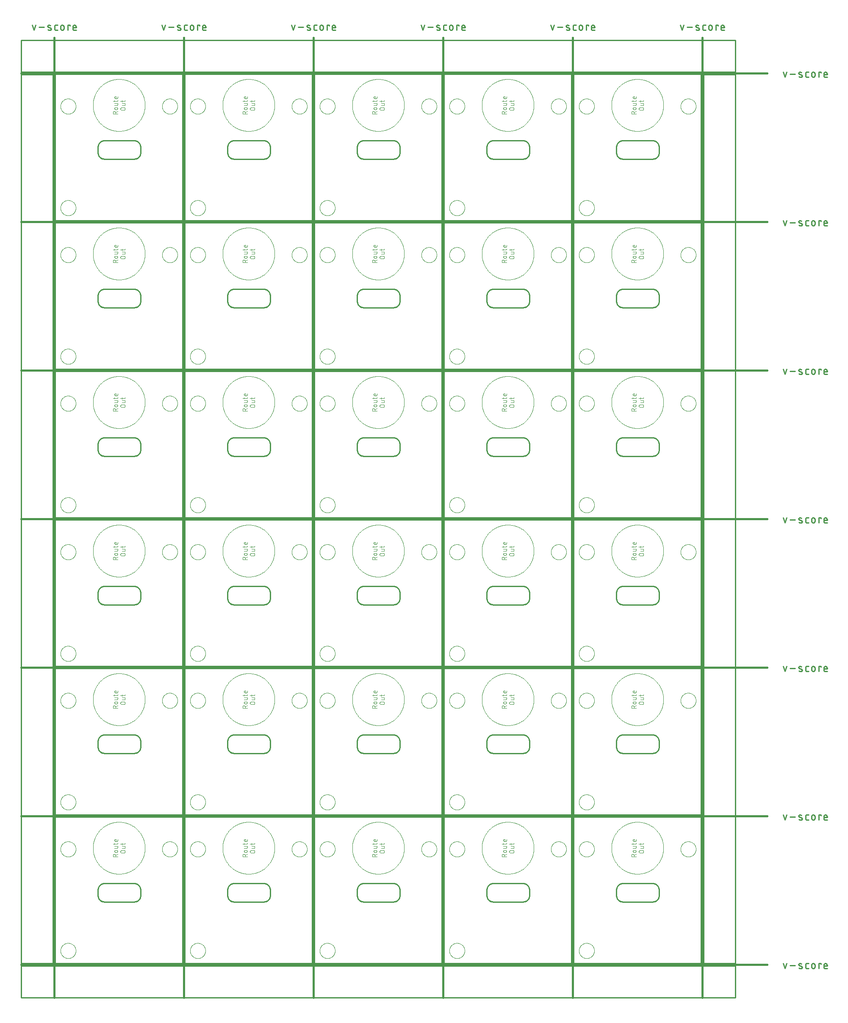
<source format=gko>
G04 EAGLE Gerber RS-274X export*
G75*
%MOMM*%
%FSLAX34Y34*%
%LPD*%
%IN*%
%IPPOS*%
%AMOC8*
5,1,8,0,0,1.08239X$1,22.5*%
G01*
%ADD10C,0.203200*%
%ADD11C,0.254000*%
%ADD12C,0.381000*%
%ADD13C,0.279400*%
%ADD14C,0.000000*%
%ADD15C,0.100000*%
%ADD16C,0.076200*%


D10*
X0Y292100D02*
X0Y0D01*
X254000Y0D01*
X254000Y292100D01*
D11*
X157300Y160000D02*
X97700Y160000D01*
X157300Y160000D02*
X157607Y159996D01*
X157914Y159985D01*
X158220Y159967D01*
X158526Y159941D01*
X158831Y159907D01*
X159135Y159867D01*
X159438Y159819D01*
X159740Y159763D01*
X160040Y159701D01*
X160339Y159631D01*
X160636Y159554D01*
X160932Y159470D01*
X161225Y159378D01*
X161515Y159280D01*
X161803Y159175D01*
X162089Y159062D01*
X162372Y158943D01*
X162652Y158817D01*
X162929Y158685D01*
X163202Y158545D01*
X163472Y158399D01*
X163738Y158247D01*
X164001Y158088D01*
X164260Y157923D01*
X164514Y157752D01*
X164765Y157575D01*
X165011Y157391D01*
X165253Y157202D01*
X165489Y157007D01*
X165722Y156806D01*
X165949Y156600D01*
X166171Y156388D01*
X166388Y156171D01*
X166600Y155949D01*
X166806Y155722D01*
X167007Y155489D01*
X167202Y155253D01*
X167391Y155011D01*
X167575Y154765D01*
X167752Y154514D01*
X167923Y154260D01*
X168088Y154001D01*
X168247Y153738D01*
X168399Y153472D01*
X168545Y153202D01*
X168685Y152929D01*
X168817Y152652D01*
X168943Y152372D01*
X169062Y152089D01*
X169175Y151803D01*
X169280Y151515D01*
X169378Y151225D01*
X169470Y150932D01*
X169554Y150636D01*
X169631Y150339D01*
X169701Y150040D01*
X169763Y149740D01*
X169819Y149438D01*
X169867Y149135D01*
X169907Y148831D01*
X169941Y148526D01*
X169967Y148220D01*
X169985Y147914D01*
X169996Y147607D01*
X170000Y147300D01*
X157300Y123308D02*
X97700Y123308D01*
X157300Y123308D02*
X157601Y123305D01*
X157902Y123310D01*
X158202Y123322D01*
X158502Y123341D01*
X158802Y123368D01*
X159101Y123401D01*
X159399Y123442D01*
X159696Y123491D01*
X159992Y123546D01*
X160286Y123608D01*
X160579Y123678D01*
X160870Y123755D01*
X161159Y123838D01*
X161445Y123929D01*
X161730Y124026D01*
X162012Y124131D01*
X162292Y124242D01*
X162569Y124360D01*
X162842Y124484D01*
X163113Y124615D01*
X163381Y124753D01*
X163645Y124897D01*
X163905Y125047D01*
X164162Y125204D01*
X164415Y125367D01*
X164664Y125535D01*
X164909Y125710D01*
X165150Y125891D01*
X165386Y126077D01*
X165617Y126269D01*
X165844Y126467D01*
X166066Y126670D01*
X166283Y126878D01*
X166495Y127092D01*
X166702Y127310D01*
X166903Y127534D01*
X167099Y127762D01*
X167289Y127995D01*
X167474Y128233D01*
X167653Y128475D01*
X167826Y128721D01*
X167993Y128971D01*
X168154Y129225D01*
X168308Y129483D01*
X168457Y129745D01*
X168599Y130010D01*
X168734Y130279D01*
X168863Y130550D01*
X168986Y130825D01*
X169102Y131103D01*
X169211Y131383D01*
X169313Y131666D01*
X169408Y131952D01*
X169497Y132239D01*
X169578Y132529D01*
X169652Y132820D01*
X169720Y133113D01*
X169780Y133408D01*
X169833Y133704D01*
X169879Y134002D01*
X169918Y134300D01*
X169949Y134599D01*
X169974Y134899D01*
X169991Y135199D01*
X170000Y135500D01*
X170000Y147300D01*
X97700Y160000D02*
X97393Y159996D01*
X97086Y159985D01*
X96780Y159967D01*
X96474Y159941D01*
X96169Y159907D01*
X95865Y159867D01*
X95562Y159819D01*
X95260Y159763D01*
X94960Y159701D01*
X94661Y159631D01*
X94364Y159554D01*
X94068Y159470D01*
X93775Y159378D01*
X93485Y159280D01*
X93197Y159175D01*
X92911Y159062D01*
X92628Y158943D01*
X92348Y158817D01*
X92071Y158685D01*
X91798Y158545D01*
X91528Y158399D01*
X91262Y158247D01*
X90999Y158088D01*
X90740Y157923D01*
X90486Y157752D01*
X90235Y157575D01*
X89989Y157391D01*
X89747Y157202D01*
X89511Y157007D01*
X89278Y156806D01*
X89051Y156600D01*
X88829Y156388D01*
X88612Y156171D01*
X88400Y155949D01*
X88194Y155722D01*
X87993Y155489D01*
X87798Y155253D01*
X87609Y155011D01*
X87425Y154765D01*
X87248Y154514D01*
X87077Y154260D01*
X86912Y154001D01*
X86753Y153738D01*
X86601Y153472D01*
X86455Y153202D01*
X86315Y152929D01*
X86183Y152652D01*
X86057Y152372D01*
X85938Y152089D01*
X85825Y151803D01*
X85720Y151515D01*
X85622Y151225D01*
X85530Y150932D01*
X85446Y150636D01*
X85369Y150339D01*
X85299Y150040D01*
X85237Y149740D01*
X85181Y149438D01*
X85133Y149135D01*
X85093Y148831D01*
X85059Y148526D01*
X85033Y148220D01*
X85015Y147914D01*
X85004Y147607D01*
X85000Y147300D01*
X85000Y135500D01*
X85009Y135199D01*
X85026Y134899D01*
X85051Y134599D01*
X85082Y134300D01*
X85121Y134002D01*
X85167Y133704D01*
X85220Y133408D01*
X85280Y133113D01*
X85348Y132820D01*
X85422Y132529D01*
X85503Y132239D01*
X85592Y131952D01*
X85687Y131666D01*
X85789Y131383D01*
X85898Y131103D01*
X86014Y130825D01*
X86137Y130550D01*
X86266Y130279D01*
X86401Y130010D01*
X86543Y129745D01*
X86692Y129483D01*
X86846Y129225D01*
X87007Y128971D01*
X87174Y128721D01*
X87347Y128475D01*
X87526Y128233D01*
X87711Y127995D01*
X87901Y127762D01*
X88097Y127534D01*
X88298Y127310D01*
X88505Y127092D01*
X88717Y126878D01*
X88934Y126670D01*
X89156Y126467D01*
X89383Y126269D01*
X89614Y126077D01*
X89850Y125891D01*
X90091Y125710D01*
X90336Y125535D01*
X90585Y125367D01*
X90838Y125204D01*
X91095Y125047D01*
X91355Y124897D01*
X91619Y124753D01*
X91887Y124615D01*
X92158Y124484D01*
X92431Y124360D01*
X92708Y124242D01*
X92988Y124131D01*
X93270Y124026D01*
X93555Y123929D01*
X93841Y123838D01*
X94130Y123755D01*
X94421Y123678D01*
X94714Y123608D01*
X95008Y123546D01*
X95304Y123491D01*
X95601Y123442D01*
X95899Y123401D01*
X96198Y123368D01*
X96498Y123341D01*
X96798Y123322D01*
X97098Y123310D01*
X97399Y123305D01*
X97700Y123308D01*
D10*
X0Y292100D02*
X254000Y292100D01*
X259080Y292100D02*
X259080Y0D01*
X513080Y0D01*
X513080Y292100D01*
D11*
X416380Y160000D02*
X356780Y160000D01*
X416380Y160000D02*
X416687Y159996D01*
X416994Y159985D01*
X417300Y159967D01*
X417606Y159941D01*
X417911Y159907D01*
X418215Y159867D01*
X418518Y159819D01*
X418820Y159763D01*
X419120Y159701D01*
X419419Y159631D01*
X419716Y159554D01*
X420012Y159470D01*
X420305Y159378D01*
X420595Y159280D01*
X420883Y159175D01*
X421169Y159062D01*
X421452Y158943D01*
X421732Y158817D01*
X422009Y158685D01*
X422282Y158545D01*
X422552Y158399D01*
X422818Y158247D01*
X423081Y158088D01*
X423340Y157923D01*
X423594Y157752D01*
X423845Y157575D01*
X424091Y157391D01*
X424333Y157202D01*
X424569Y157007D01*
X424802Y156806D01*
X425029Y156600D01*
X425251Y156388D01*
X425468Y156171D01*
X425680Y155949D01*
X425886Y155722D01*
X426087Y155489D01*
X426282Y155253D01*
X426471Y155011D01*
X426655Y154765D01*
X426832Y154514D01*
X427003Y154260D01*
X427168Y154001D01*
X427327Y153738D01*
X427479Y153472D01*
X427625Y153202D01*
X427765Y152929D01*
X427897Y152652D01*
X428023Y152372D01*
X428142Y152089D01*
X428255Y151803D01*
X428360Y151515D01*
X428458Y151225D01*
X428550Y150932D01*
X428634Y150636D01*
X428711Y150339D01*
X428781Y150040D01*
X428843Y149740D01*
X428899Y149438D01*
X428947Y149135D01*
X428987Y148831D01*
X429021Y148526D01*
X429047Y148220D01*
X429065Y147914D01*
X429076Y147607D01*
X429080Y147300D01*
X416380Y123308D02*
X356780Y123308D01*
X416380Y123308D02*
X416681Y123305D01*
X416982Y123310D01*
X417282Y123322D01*
X417582Y123341D01*
X417882Y123368D01*
X418181Y123401D01*
X418479Y123442D01*
X418776Y123491D01*
X419072Y123546D01*
X419366Y123608D01*
X419659Y123678D01*
X419950Y123755D01*
X420239Y123838D01*
X420525Y123929D01*
X420810Y124026D01*
X421092Y124131D01*
X421372Y124242D01*
X421649Y124360D01*
X421922Y124484D01*
X422193Y124615D01*
X422461Y124753D01*
X422725Y124897D01*
X422985Y125047D01*
X423242Y125204D01*
X423495Y125367D01*
X423744Y125535D01*
X423989Y125710D01*
X424230Y125891D01*
X424466Y126077D01*
X424697Y126269D01*
X424924Y126467D01*
X425146Y126670D01*
X425363Y126878D01*
X425575Y127092D01*
X425782Y127310D01*
X425983Y127534D01*
X426179Y127762D01*
X426369Y127995D01*
X426554Y128233D01*
X426733Y128475D01*
X426906Y128721D01*
X427073Y128971D01*
X427234Y129225D01*
X427388Y129483D01*
X427537Y129745D01*
X427679Y130010D01*
X427814Y130279D01*
X427943Y130550D01*
X428066Y130825D01*
X428182Y131103D01*
X428291Y131383D01*
X428393Y131666D01*
X428488Y131952D01*
X428577Y132239D01*
X428658Y132529D01*
X428732Y132820D01*
X428800Y133113D01*
X428860Y133408D01*
X428913Y133704D01*
X428959Y134002D01*
X428998Y134300D01*
X429029Y134599D01*
X429054Y134899D01*
X429071Y135199D01*
X429080Y135500D01*
X429080Y147300D01*
X356780Y160000D02*
X356473Y159996D01*
X356166Y159985D01*
X355860Y159967D01*
X355554Y159941D01*
X355249Y159907D01*
X354945Y159867D01*
X354642Y159819D01*
X354340Y159763D01*
X354040Y159701D01*
X353741Y159631D01*
X353444Y159554D01*
X353148Y159470D01*
X352855Y159378D01*
X352565Y159280D01*
X352277Y159175D01*
X351991Y159062D01*
X351708Y158943D01*
X351428Y158817D01*
X351151Y158685D01*
X350878Y158545D01*
X350608Y158399D01*
X350342Y158247D01*
X350079Y158088D01*
X349820Y157923D01*
X349566Y157752D01*
X349315Y157575D01*
X349069Y157391D01*
X348827Y157202D01*
X348591Y157007D01*
X348358Y156806D01*
X348131Y156600D01*
X347909Y156388D01*
X347692Y156171D01*
X347480Y155949D01*
X347274Y155722D01*
X347073Y155489D01*
X346878Y155253D01*
X346689Y155011D01*
X346505Y154765D01*
X346328Y154514D01*
X346157Y154260D01*
X345992Y154001D01*
X345833Y153738D01*
X345681Y153472D01*
X345535Y153202D01*
X345395Y152929D01*
X345263Y152652D01*
X345137Y152372D01*
X345018Y152089D01*
X344905Y151803D01*
X344800Y151515D01*
X344702Y151225D01*
X344610Y150932D01*
X344526Y150636D01*
X344449Y150339D01*
X344379Y150040D01*
X344317Y149740D01*
X344261Y149438D01*
X344213Y149135D01*
X344173Y148831D01*
X344139Y148526D01*
X344113Y148220D01*
X344095Y147914D01*
X344084Y147607D01*
X344080Y147300D01*
X344080Y135500D01*
X344089Y135199D01*
X344106Y134899D01*
X344131Y134599D01*
X344162Y134300D01*
X344201Y134002D01*
X344247Y133704D01*
X344300Y133408D01*
X344360Y133113D01*
X344428Y132820D01*
X344502Y132529D01*
X344583Y132239D01*
X344672Y131952D01*
X344767Y131666D01*
X344869Y131383D01*
X344978Y131103D01*
X345094Y130825D01*
X345217Y130550D01*
X345346Y130279D01*
X345481Y130010D01*
X345623Y129745D01*
X345772Y129483D01*
X345926Y129225D01*
X346087Y128971D01*
X346254Y128721D01*
X346427Y128475D01*
X346606Y128233D01*
X346791Y127995D01*
X346981Y127762D01*
X347177Y127534D01*
X347378Y127310D01*
X347585Y127092D01*
X347797Y126878D01*
X348014Y126670D01*
X348236Y126467D01*
X348463Y126269D01*
X348694Y126077D01*
X348930Y125891D01*
X349171Y125710D01*
X349416Y125535D01*
X349665Y125367D01*
X349918Y125204D01*
X350175Y125047D01*
X350435Y124897D01*
X350699Y124753D01*
X350967Y124615D01*
X351238Y124484D01*
X351511Y124360D01*
X351788Y124242D01*
X352068Y124131D01*
X352350Y124026D01*
X352635Y123929D01*
X352921Y123838D01*
X353210Y123755D01*
X353501Y123678D01*
X353794Y123608D01*
X354088Y123546D01*
X354384Y123491D01*
X354681Y123442D01*
X354979Y123401D01*
X355278Y123368D01*
X355578Y123341D01*
X355878Y123322D01*
X356178Y123310D01*
X356479Y123305D01*
X356780Y123308D01*
D10*
X259080Y292100D02*
X513080Y292100D01*
X518160Y292100D02*
X518160Y0D01*
X772160Y0D01*
X772160Y292100D01*
D11*
X675460Y160000D02*
X615860Y160000D01*
X675460Y160000D02*
X675767Y159996D01*
X676074Y159985D01*
X676380Y159967D01*
X676686Y159941D01*
X676991Y159907D01*
X677295Y159867D01*
X677598Y159819D01*
X677900Y159763D01*
X678200Y159701D01*
X678499Y159631D01*
X678796Y159554D01*
X679092Y159470D01*
X679385Y159378D01*
X679675Y159280D01*
X679963Y159175D01*
X680249Y159062D01*
X680532Y158943D01*
X680812Y158817D01*
X681089Y158685D01*
X681362Y158545D01*
X681632Y158399D01*
X681898Y158247D01*
X682161Y158088D01*
X682420Y157923D01*
X682674Y157752D01*
X682925Y157575D01*
X683171Y157391D01*
X683413Y157202D01*
X683649Y157007D01*
X683882Y156806D01*
X684109Y156600D01*
X684331Y156388D01*
X684548Y156171D01*
X684760Y155949D01*
X684966Y155722D01*
X685167Y155489D01*
X685362Y155253D01*
X685551Y155011D01*
X685735Y154765D01*
X685912Y154514D01*
X686083Y154260D01*
X686248Y154001D01*
X686407Y153738D01*
X686559Y153472D01*
X686705Y153202D01*
X686845Y152929D01*
X686977Y152652D01*
X687103Y152372D01*
X687222Y152089D01*
X687335Y151803D01*
X687440Y151515D01*
X687538Y151225D01*
X687630Y150932D01*
X687714Y150636D01*
X687791Y150339D01*
X687861Y150040D01*
X687923Y149740D01*
X687979Y149438D01*
X688027Y149135D01*
X688067Y148831D01*
X688101Y148526D01*
X688127Y148220D01*
X688145Y147914D01*
X688156Y147607D01*
X688160Y147300D01*
X675460Y123308D02*
X615860Y123308D01*
X675460Y123308D02*
X675761Y123305D01*
X676062Y123310D01*
X676362Y123322D01*
X676662Y123341D01*
X676962Y123368D01*
X677261Y123401D01*
X677559Y123442D01*
X677856Y123491D01*
X678152Y123546D01*
X678446Y123608D01*
X678739Y123678D01*
X679030Y123755D01*
X679319Y123838D01*
X679605Y123929D01*
X679890Y124026D01*
X680172Y124131D01*
X680452Y124242D01*
X680729Y124360D01*
X681002Y124484D01*
X681273Y124615D01*
X681541Y124753D01*
X681805Y124897D01*
X682065Y125047D01*
X682322Y125204D01*
X682575Y125367D01*
X682824Y125535D01*
X683069Y125710D01*
X683310Y125891D01*
X683546Y126077D01*
X683777Y126269D01*
X684004Y126467D01*
X684226Y126670D01*
X684443Y126878D01*
X684655Y127092D01*
X684862Y127310D01*
X685063Y127534D01*
X685259Y127762D01*
X685449Y127995D01*
X685634Y128233D01*
X685813Y128475D01*
X685986Y128721D01*
X686153Y128971D01*
X686314Y129225D01*
X686468Y129483D01*
X686617Y129745D01*
X686759Y130010D01*
X686894Y130279D01*
X687023Y130550D01*
X687146Y130825D01*
X687262Y131103D01*
X687371Y131383D01*
X687473Y131666D01*
X687568Y131952D01*
X687657Y132239D01*
X687738Y132529D01*
X687812Y132820D01*
X687880Y133113D01*
X687940Y133408D01*
X687993Y133704D01*
X688039Y134002D01*
X688078Y134300D01*
X688109Y134599D01*
X688134Y134899D01*
X688151Y135199D01*
X688160Y135500D01*
X688160Y147300D01*
X615860Y160000D02*
X615553Y159996D01*
X615246Y159985D01*
X614940Y159967D01*
X614634Y159941D01*
X614329Y159907D01*
X614025Y159867D01*
X613722Y159819D01*
X613420Y159763D01*
X613120Y159701D01*
X612821Y159631D01*
X612524Y159554D01*
X612228Y159470D01*
X611935Y159378D01*
X611645Y159280D01*
X611357Y159175D01*
X611071Y159062D01*
X610788Y158943D01*
X610508Y158817D01*
X610231Y158685D01*
X609958Y158545D01*
X609688Y158399D01*
X609422Y158247D01*
X609159Y158088D01*
X608900Y157923D01*
X608646Y157752D01*
X608395Y157575D01*
X608149Y157391D01*
X607907Y157202D01*
X607671Y157007D01*
X607438Y156806D01*
X607211Y156600D01*
X606989Y156388D01*
X606772Y156171D01*
X606560Y155949D01*
X606354Y155722D01*
X606153Y155489D01*
X605958Y155253D01*
X605769Y155011D01*
X605585Y154765D01*
X605408Y154514D01*
X605237Y154260D01*
X605072Y154001D01*
X604913Y153738D01*
X604761Y153472D01*
X604615Y153202D01*
X604475Y152929D01*
X604343Y152652D01*
X604217Y152372D01*
X604098Y152089D01*
X603985Y151803D01*
X603880Y151515D01*
X603782Y151225D01*
X603690Y150932D01*
X603606Y150636D01*
X603529Y150339D01*
X603459Y150040D01*
X603397Y149740D01*
X603341Y149438D01*
X603293Y149135D01*
X603253Y148831D01*
X603219Y148526D01*
X603193Y148220D01*
X603175Y147914D01*
X603164Y147607D01*
X603160Y147300D01*
X603160Y135500D01*
X603169Y135199D01*
X603186Y134899D01*
X603211Y134599D01*
X603242Y134300D01*
X603281Y134002D01*
X603327Y133704D01*
X603380Y133408D01*
X603440Y133113D01*
X603508Y132820D01*
X603582Y132529D01*
X603663Y132239D01*
X603752Y131952D01*
X603847Y131666D01*
X603949Y131383D01*
X604058Y131103D01*
X604174Y130825D01*
X604297Y130550D01*
X604426Y130279D01*
X604561Y130010D01*
X604703Y129745D01*
X604852Y129483D01*
X605006Y129225D01*
X605167Y128971D01*
X605334Y128721D01*
X605507Y128475D01*
X605686Y128233D01*
X605871Y127995D01*
X606061Y127762D01*
X606257Y127534D01*
X606458Y127310D01*
X606665Y127092D01*
X606877Y126878D01*
X607094Y126670D01*
X607316Y126467D01*
X607543Y126269D01*
X607774Y126077D01*
X608010Y125891D01*
X608251Y125710D01*
X608496Y125535D01*
X608745Y125367D01*
X608998Y125204D01*
X609255Y125047D01*
X609515Y124897D01*
X609779Y124753D01*
X610047Y124615D01*
X610318Y124484D01*
X610591Y124360D01*
X610868Y124242D01*
X611148Y124131D01*
X611430Y124026D01*
X611715Y123929D01*
X612001Y123838D01*
X612290Y123755D01*
X612581Y123678D01*
X612874Y123608D01*
X613168Y123546D01*
X613464Y123491D01*
X613761Y123442D01*
X614059Y123401D01*
X614358Y123368D01*
X614658Y123341D01*
X614958Y123322D01*
X615258Y123310D01*
X615559Y123305D01*
X615860Y123308D01*
D10*
X518160Y292100D02*
X772160Y292100D01*
X777240Y292100D02*
X777240Y0D01*
X1031240Y0D01*
X1031240Y292100D01*
D11*
X934540Y160000D02*
X874940Y160000D01*
X934540Y160000D02*
X934847Y159996D01*
X935154Y159985D01*
X935460Y159967D01*
X935766Y159941D01*
X936071Y159907D01*
X936375Y159867D01*
X936678Y159819D01*
X936980Y159763D01*
X937280Y159701D01*
X937579Y159631D01*
X937876Y159554D01*
X938172Y159470D01*
X938465Y159378D01*
X938755Y159280D01*
X939043Y159175D01*
X939329Y159062D01*
X939612Y158943D01*
X939892Y158817D01*
X940169Y158685D01*
X940442Y158545D01*
X940712Y158399D01*
X940978Y158247D01*
X941241Y158088D01*
X941500Y157923D01*
X941754Y157752D01*
X942005Y157575D01*
X942251Y157391D01*
X942493Y157202D01*
X942729Y157007D01*
X942962Y156806D01*
X943189Y156600D01*
X943411Y156388D01*
X943628Y156171D01*
X943840Y155949D01*
X944046Y155722D01*
X944247Y155489D01*
X944442Y155253D01*
X944631Y155011D01*
X944815Y154765D01*
X944992Y154514D01*
X945163Y154260D01*
X945328Y154001D01*
X945487Y153738D01*
X945639Y153472D01*
X945785Y153202D01*
X945925Y152929D01*
X946057Y152652D01*
X946183Y152372D01*
X946302Y152089D01*
X946415Y151803D01*
X946520Y151515D01*
X946618Y151225D01*
X946710Y150932D01*
X946794Y150636D01*
X946871Y150339D01*
X946941Y150040D01*
X947003Y149740D01*
X947059Y149438D01*
X947107Y149135D01*
X947147Y148831D01*
X947181Y148526D01*
X947207Y148220D01*
X947225Y147914D01*
X947236Y147607D01*
X947240Y147300D01*
X934540Y123308D02*
X874940Y123308D01*
X934540Y123308D02*
X934841Y123305D01*
X935142Y123310D01*
X935442Y123322D01*
X935742Y123341D01*
X936042Y123368D01*
X936341Y123401D01*
X936639Y123442D01*
X936936Y123491D01*
X937232Y123546D01*
X937526Y123608D01*
X937819Y123678D01*
X938110Y123755D01*
X938399Y123838D01*
X938685Y123929D01*
X938970Y124026D01*
X939252Y124131D01*
X939532Y124242D01*
X939809Y124360D01*
X940082Y124484D01*
X940353Y124615D01*
X940621Y124753D01*
X940885Y124897D01*
X941145Y125047D01*
X941402Y125204D01*
X941655Y125367D01*
X941904Y125535D01*
X942149Y125710D01*
X942390Y125891D01*
X942626Y126077D01*
X942857Y126269D01*
X943084Y126467D01*
X943306Y126670D01*
X943523Y126878D01*
X943735Y127092D01*
X943942Y127310D01*
X944143Y127534D01*
X944339Y127762D01*
X944529Y127995D01*
X944714Y128233D01*
X944893Y128475D01*
X945066Y128721D01*
X945233Y128971D01*
X945394Y129225D01*
X945548Y129483D01*
X945697Y129745D01*
X945839Y130010D01*
X945974Y130279D01*
X946103Y130550D01*
X946226Y130825D01*
X946342Y131103D01*
X946451Y131383D01*
X946553Y131666D01*
X946648Y131952D01*
X946737Y132239D01*
X946818Y132529D01*
X946892Y132820D01*
X946960Y133113D01*
X947020Y133408D01*
X947073Y133704D01*
X947119Y134002D01*
X947158Y134300D01*
X947189Y134599D01*
X947214Y134899D01*
X947231Y135199D01*
X947240Y135500D01*
X947240Y147300D01*
X874940Y160000D02*
X874633Y159996D01*
X874326Y159985D01*
X874020Y159967D01*
X873714Y159941D01*
X873409Y159907D01*
X873105Y159867D01*
X872802Y159819D01*
X872500Y159763D01*
X872200Y159701D01*
X871901Y159631D01*
X871604Y159554D01*
X871308Y159470D01*
X871015Y159378D01*
X870725Y159280D01*
X870437Y159175D01*
X870151Y159062D01*
X869868Y158943D01*
X869588Y158817D01*
X869311Y158685D01*
X869038Y158545D01*
X868768Y158399D01*
X868502Y158247D01*
X868239Y158088D01*
X867980Y157923D01*
X867726Y157752D01*
X867475Y157575D01*
X867229Y157391D01*
X866987Y157202D01*
X866751Y157007D01*
X866518Y156806D01*
X866291Y156600D01*
X866069Y156388D01*
X865852Y156171D01*
X865640Y155949D01*
X865434Y155722D01*
X865233Y155489D01*
X865038Y155253D01*
X864849Y155011D01*
X864665Y154765D01*
X864488Y154514D01*
X864317Y154260D01*
X864152Y154001D01*
X863993Y153738D01*
X863841Y153472D01*
X863695Y153202D01*
X863555Y152929D01*
X863423Y152652D01*
X863297Y152372D01*
X863178Y152089D01*
X863065Y151803D01*
X862960Y151515D01*
X862862Y151225D01*
X862770Y150932D01*
X862686Y150636D01*
X862609Y150339D01*
X862539Y150040D01*
X862477Y149740D01*
X862421Y149438D01*
X862373Y149135D01*
X862333Y148831D01*
X862299Y148526D01*
X862273Y148220D01*
X862255Y147914D01*
X862244Y147607D01*
X862240Y147300D01*
X862240Y135500D01*
X862249Y135199D01*
X862266Y134899D01*
X862291Y134599D01*
X862322Y134300D01*
X862361Y134002D01*
X862407Y133704D01*
X862460Y133408D01*
X862520Y133113D01*
X862588Y132820D01*
X862662Y132529D01*
X862743Y132239D01*
X862832Y131952D01*
X862927Y131666D01*
X863029Y131383D01*
X863138Y131103D01*
X863254Y130825D01*
X863377Y130550D01*
X863506Y130279D01*
X863641Y130010D01*
X863783Y129745D01*
X863932Y129483D01*
X864086Y129225D01*
X864247Y128971D01*
X864414Y128721D01*
X864587Y128475D01*
X864766Y128233D01*
X864951Y127995D01*
X865141Y127762D01*
X865337Y127534D01*
X865538Y127310D01*
X865745Y127092D01*
X865957Y126878D01*
X866174Y126670D01*
X866396Y126467D01*
X866623Y126269D01*
X866854Y126077D01*
X867090Y125891D01*
X867331Y125710D01*
X867576Y125535D01*
X867825Y125367D01*
X868078Y125204D01*
X868335Y125047D01*
X868595Y124897D01*
X868859Y124753D01*
X869127Y124615D01*
X869398Y124484D01*
X869671Y124360D01*
X869948Y124242D01*
X870228Y124131D01*
X870510Y124026D01*
X870795Y123929D01*
X871081Y123838D01*
X871370Y123755D01*
X871661Y123678D01*
X871954Y123608D01*
X872248Y123546D01*
X872544Y123491D01*
X872841Y123442D01*
X873139Y123401D01*
X873438Y123368D01*
X873738Y123341D01*
X874038Y123322D01*
X874338Y123310D01*
X874639Y123305D01*
X874940Y123308D01*
D10*
X777240Y292100D02*
X1031240Y292100D01*
X1036320Y292100D02*
X1036320Y0D01*
X1290320Y0D01*
X1290320Y292100D01*
D11*
X1193620Y160000D02*
X1134020Y160000D01*
X1193620Y160000D02*
X1193927Y159996D01*
X1194234Y159985D01*
X1194540Y159967D01*
X1194846Y159941D01*
X1195151Y159907D01*
X1195455Y159867D01*
X1195758Y159819D01*
X1196060Y159763D01*
X1196360Y159701D01*
X1196659Y159631D01*
X1196956Y159554D01*
X1197252Y159470D01*
X1197545Y159378D01*
X1197835Y159280D01*
X1198123Y159175D01*
X1198409Y159062D01*
X1198692Y158943D01*
X1198972Y158817D01*
X1199249Y158685D01*
X1199522Y158545D01*
X1199792Y158399D01*
X1200058Y158247D01*
X1200321Y158088D01*
X1200580Y157923D01*
X1200834Y157752D01*
X1201085Y157575D01*
X1201331Y157391D01*
X1201573Y157202D01*
X1201809Y157007D01*
X1202042Y156806D01*
X1202269Y156600D01*
X1202491Y156388D01*
X1202708Y156171D01*
X1202920Y155949D01*
X1203126Y155722D01*
X1203327Y155489D01*
X1203522Y155253D01*
X1203711Y155011D01*
X1203895Y154765D01*
X1204072Y154514D01*
X1204243Y154260D01*
X1204408Y154001D01*
X1204567Y153738D01*
X1204719Y153472D01*
X1204865Y153202D01*
X1205005Y152929D01*
X1205137Y152652D01*
X1205263Y152372D01*
X1205382Y152089D01*
X1205495Y151803D01*
X1205600Y151515D01*
X1205698Y151225D01*
X1205790Y150932D01*
X1205874Y150636D01*
X1205951Y150339D01*
X1206021Y150040D01*
X1206083Y149740D01*
X1206139Y149438D01*
X1206187Y149135D01*
X1206227Y148831D01*
X1206261Y148526D01*
X1206287Y148220D01*
X1206305Y147914D01*
X1206316Y147607D01*
X1206320Y147300D01*
X1193620Y123308D02*
X1134020Y123308D01*
X1193620Y123308D02*
X1193921Y123305D01*
X1194222Y123310D01*
X1194522Y123322D01*
X1194822Y123341D01*
X1195122Y123368D01*
X1195421Y123401D01*
X1195719Y123442D01*
X1196016Y123491D01*
X1196312Y123546D01*
X1196606Y123608D01*
X1196899Y123678D01*
X1197190Y123755D01*
X1197479Y123838D01*
X1197765Y123929D01*
X1198050Y124026D01*
X1198332Y124131D01*
X1198612Y124242D01*
X1198889Y124360D01*
X1199162Y124484D01*
X1199433Y124615D01*
X1199701Y124753D01*
X1199965Y124897D01*
X1200225Y125047D01*
X1200482Y125204D01*
X1200735Y125367D01*
X1200984Y125535D01*
X1201229Y125710D01*
X1201470Y125891D01*
X1201706Y126077D01*
X1201937Y126269D01*
X1202164Y126467D01*
X1202386Y126670D01*
X1202603Y126878D01*
X1202815Y127092D01*
X1203022Y127310D01*
X1203223Y127534D01*
X1203419Y127762D01*
X1203609Y127995D01*
X1203794Y128233D01*
X1203973Y128475D01*
X1204146Y128721D01*
X1204313Y128971D01*
X1204474Y129225D01*
X1204628Y129483D01*
X1204777Y129745D01*
X1204919Y130010D01*
X1205054Y130279D01*
X1205183Y130550D01*
X1205306Y130825D01*
X1205422Y131103D01*
X1205531Y131383D01*
X1205633Y131666D01*
X1205728Y131952D01*
X1205817Y132239D01*
X1205898Y132529D01*
X1205972Y132820D01*
X1206040Y133113D01*
X1206100Y133408D01*
X1206153Y133704D01*
X1206199Y134002D01*
X1206238Y134300D01*
X1206269Y134599D01*
X1206294Y134899D01*
X1206311Y135199D01*
X1206320Y135500D01*
X1206320Y147300D01*
X1134020Y160000D02*
X1133713Y159996D01*
X1133406Y159985D01*
X1133100Y159967D01*
X1132794Y159941D01*
X1132489Y159907D01*
X1132185Y159867D01*
X1131882Y159819D01*
X1131580Y159763D01*
X1131280Y159701D01*
X1130981Y159631D01*
X1130684Y159554D01*
X1130388Y159470D01*
X1130095Y159378D01*
X1129805Y159280D01*
X1129517Y159175D01*
X1129231Y159062D01*
X1128948Y158943D01*
X1128668Y158817D01*
X1128391Y158685D01*
X1128118Y158545D01*
X1127848Y158399D01*
X1127582Y158247D01*
X1127319Y158088D01*
X1127060Y157923D01*
X1126806Y157752D01*
X1126555Y157575D01*
X1126309Y157391D01*
X1126067Y157202D01*
X1125831Y157007D01*
X1125598Y156806D01*
X1125371Y156600D01*
X1125149Y156388D01*
X1124932Y156171D01*
X1124720Y155949D01*
X1124514Y155722D01*
X1124313Y155489D01*
X1124118Y155253D01*
X1123929Y155011D01*
X1123745Y154765D01*
X1123568Y154514D01*
X1123397Y154260D01*
X1123232Y154001D01*
X1123073Y153738D01*
X1122921Y153472D01*
X1122775Y153202D01*
X1122635Y152929D01*
X1122503Y152652D01*
X1122377Y152372D01*
X1122258Y152089D01*
X1122145Y151803D01*
X1122040Y151515D01*
X1121942Y151225D01*
X1121850Y150932D01*
X1121766Y150636D01*
X1121689Y150339D01*
X1121619Y150040D01*
X1121557Y149740D01*
X1121501Y149438D01*
X1121453Y149135D01*
X1121413Y148831D01*
X1121379Y148526D01*
X1121353Y148220D01*
X1121335Y147914D01*
X1121324Y147607D01*
X1121320Y147300D01*
X1121320Y135500D01*
X1121329Y135199D01*
X1121346Y134899D01*
X1121371Y134599D01*
X1121402Y134300D01*
X1121441Y134002D01*
X1121487Y133704D01*
X1121540Y133408D01*
X1121600Y133113D01*
X1121668Y132820D01*
X1121742Y132529D01*
X1121823Y132239D01*
X1121912Y131952D01*
X1122007Y131666D01*
X1122109Y131383D01*
X1122218Y131103D01*
X1122334Y130825D01*
X1122457Y130550D01*
X1122586Y130279D01*
X1122721Y130010D01*
X1122863Y129745D01*
X1123012Y129483D01*
X1123166Y129225D01*
X1123327Y128971D01*
X1123494Y128721D01*
X1123667Y128475D01*
X1123846Y128233D01*
X1124031Y127995D01*
X1124221Y127762D01*
X1124417Y127534D01*
X1124618Y127310D01*
X1124825Y127092D01*
X1125037Y126878D01*
X1125254Y126670D01*
X1125476Y126467D01*
X1125703Y126269D01*
X1125934Y126077D01*
X1126170Y125891D01*
X1126411Y125710D01*
X1126656Y125535D01*
X1126905Y125367D01*
X1127158Y125204D01*
X1127415Y125047D01*
X1127675Y124897D01*
X1127939Y124753D01*
X1128207Y124615D01*
X1128478Y124484D01*
X1128751Y124360D01*
X1129028Y124242D01*
X1129308Y124131D01*
X1129590Y124026D01*
X1129875Y123929D01*
X1130161Y123838D01*
X1130450Y123755D01*
X1130741Y123678D01*
X1131034Y123608D01*
X1131328Y123546D01*
X1131624Y123491D01*
X1131921Y123442D01*
X1132219Y123401D01*
X1132518Y123368D01*
X1132818Y123341D01*
X1133118Y123322D01*
X1133418Y123310D01*
X1133719Y123305D01*
X1134020Y123308D01*
D10*
X1036320Y292100D02*
X1290320Y292100D01*
X0Y297180D02*
X0Y589280D01*
X0Y297180D02*
X254000Y297180D01*
X254000Y589280D01*
D11*
X157300Y457180D02*
X97700Y457180D01*
X157300Y457180D02*
X157607Y457176D01*
X157914Y457165D01*
X158220Y457147D01*
X158526Y457121D01*
X158831Y457087D01*
X159135Y457047D01*
X159438Y456999D01*
X159740Y456943D01*
X160040Y456881D01*
X160339Y456811D01*
X160636Y456734D01*
X160932Y456650D01*
X161225Y456558D01*
X161515Y456460D01*
X161803Y456355D01*
X162089Y456242D01*
X162372Y456123D01*
X162652Y455997D01*
X162929Y455865D01*
X163202Y455725D01*
X163472Y455579D01*
X163738Y455427D01*
X164001Y455268D01*
X164260Y455103D01*
X164514Y454932D01*
X164765Y454755D01*
X165011Y454571D01*
X165253Y454382D01*
X165489Y454187D01*
X165722Y453986D01*
X165949Y453780D01*
X166171Y453568D01*
X166388Y453351D01*
X166600Y453129D01*
X166806Y452902D01*
X167007Y452669D01*
X167202Y452433D01*
X167391Y452191D01*
X167575Y451945D01*
X167752Y451694D01*
X167923Y451440D01*
X168088Y451181D01*
X168247Y450918D01*
X168399Y450652D01*
X168545Y450382D01*
X168685Y450109D01*
X168817Y449832D01*
X168943Y449552D01*
X169062Y449269D01*
X169175Y448983D01*
X169280Y448695D01*
X169378Y448405D01*
X169470Y448112D01*
X169554Y447816D01*
X169631Y447519D01*
X169701Y447220D01*
X169763Y446920D01*
X169819Y446618D01*
X169867Y446315D01*
X169907Y446011D01*
X169941Y445706D01*
X169967Y445400D01*
X169985Y445094D01*
X169996Y444787D01*
X170000Y444480D01*
X157300Y420488D02*
X97700Y420488D01*
X157300Y420488D02*
X157601Y420485D01*
X157902Y420490D01*
X158202Y420502D01*
X158502Y420521D01*
X158802Y420548D01*
X159101Y420581D01*
X159399Y420622D01*
X159696Y420671D01*
X159992Y420726D01*
X160286Y420788D01*
X160579Y420858D01*
X160870Y420935D01*
X161159Y421018D01*
X161445Y421109D01*
X161730Y421206D01*
X162012Y421311D01*
X162292Y421422D01*
X162569Y421540D01*
X162842Y421664D01*
X163113Y421795D01*
X163381Y421933D01*
X163645Y422077D01*
X163905Y422227D01*
X164162Y422384D01*
X164415Y422547D01*
X164664Y422715D01*
X164909Y422890D01*
X165150Y423071D01*
X165386Y423257D01*
X165617Y423449D01*
X165844Y423647D01*
X166066Y423850D01*
X166283Y424058D01*
X166495Y424272D01*
X166702Y424490D01*
X166903Y424714D01*
X167099Y424942D01*
X167289Y425175D01*
X167474Y425413D01*
X167653Y425655D01*
X167826Y425901D01*
X167993Y426151D01*
X168154Y426405D01*
X168308Y426663D01*
X168457Y426925D01*
X168599Y427190D01*
X168734Y427459D01*
X168863Y427730D01*
X168986Y428005D01*
X169102Y428283D01*
X169211Y428563D01*
X169313Y428846D01*
X169408Y429132D01*
X169497Y429419D01*
X169578Y429709D01*
X169652Y430000D01*
X169720Y430293D01*
X169780Y430588D01*
X169833Y430884D01*
X169879Y431182D01*
X169918Y431480D01*
X169949Y431779D01*
X169974Y432079D01*
X169991Y432379D01*
X170000Y432680D01*
X170000Y444480D01*
X97700Y457180D02*
X97393Y457176D01*
X97086Y457165D01*
X96780Y457147D01*
X96474Y457121D01*
X96169Y457087D01*
X95865Y457047D01*
X95562Y456999D01*
X95260Y456943D01*
X94960Y456881D01*
X94661Y456811D01*
X94364Y456734D01*
X94068Y456650D01*
X93775Y456558D01*
X93485Y456460D01*
X93197Y456355D01*
X92911Y456242D01*
X92628Y456123D01*
X92348Y455997D01*
X92071Y455865D01*
X91798Y455725D01*
X91528Y455579D01*
X91262Y455427D01*
X90999Y455268D01*
X90740Y455103D01*
X90486Y454932D01*
X90235Y454755D01*
X89989Y454571D01*
X89747Y454382D01*
X89511Y454187D01*
X89278Y453986D01*
X89051Y453780D01*
X88829Y453568D01*
X88612Y453351D01*
X88400Y453129D01*
X88194Y452902D01*
X87993Y452669D01*
X87798Y452433D01*
X87609Y452191D01*
X87425Y451945D01*
X87248Y451694D01*
X87077Y451440D01*
X86912Y451181D01*
X86753Y450918D01*
X86601Y450652D01*
X86455Y450382D01*
X86315Y450109D01*
X86183Y449832D01*
X86057Y449552D01*
X85938Y449269D01*
X85825Y448983D01*
X85720Y448695D01*
X85622Y448405D01*
X85530Y448112D01*
X85446Y447816D01*
X85369Y447519D01*
X85299Y447220D01*
X85237Y446920D01*
X85181Y446618D01*
X85133Y446315D01*
X85093Y446011D01*
X85059Y445706D01*
X85033Y445400D01*
X85015Y445094D01*
X85004Y444787D01*
X85000Y444480D01*
X85000Y432680D01*
X85009Y432379D01*
X85026Y432079D01*
X85051Y431779D01*
X85082Y431480D01*
X85121Y431182D01*
X85167Y430884D01*
X85220Y430588D01*
X85280Y430293D01*
X85348Y430000D01*
X85422Y429709D01*
X85503Y429419D01*
X85592Y429132D01*
X85687Y428846D01*
X85789Y428563D01*
X85898Y428283D01*
X86014Y428005D01*
X86137Y427730D01*
X86266Y427459D01*
X86401Y427190D01*
X86543Y426925D01*
X86692Y426663D01*
X86846Y426405D01*
X87007Y426151D01*
X87174Y425901D01*
X87347Y425655D01*
X87526Y425413D01*
X87711Y425175D01*
X87901Y424942D01*
X88097Y424714D01*
X88298Y424490D01*
X88505Y424272D01*
X88717Y424058D01*
X88934Y423850D01*
X89156Y423647D01*
X89383Y423449D01*
X89614Y423257D01*
X89850Y423071D01*
X90091Y422890D01*
X90336Y422715D01*
X90585Y422547D01*
X90838Y422384D01*
X91095Y422227D01*
X91355Y422077D01*
X91619Y421933D01*
X91887Y421795D01*
X92158Y421664D01*
X92431Y421540D01*
X92708Y421422D01*
X92988Y421311D01*
X93270Y421206D01*
X93555Y421109D01*
X93841Y421018D01*
X94130Y420935D01*
X94421Y420858D01*
X94714Y420788D01*
X95008Y420726D01*
X95304Y420671D01*
X95601Y420622D01*
X95899Y420581D01*
X96198Y420548D01*
X96498Y420521D01*
X96798Y420502D01*
X97098Y420490D01*
X97399Y420485D01*
X97700Y420488D01*
D10*
X0Y589280D02*
X254000Y589280D01*
X259080Y589280D02*
X259080Y297180D01*
X513080Y297180D01*
X513080Y589280D01*
D11*
X416380Y457180D02*
X356780Y457180D01*
X416380Y457180D02*
X416687Y457176D01*
X416994Y457165D01*
X417300Y457147D01*
X417606Y457121D01*
X417911Y457087D01*
X418215Y457047D01*
X418518Y456999D01*
X418820Y456943D01*
X419120Y456881D01*
X419419Y456811D01*
X419716Y456734D01*
X420012Y456650D01*
X420305Y456558D01*
X420595Y456460D01*
X420883Y456355D01*
X421169Y456242D01*
X421452Y456123D01*
X421732Y455997D01*
X422009Y455865D01*
X422282Y455725D01*
X422552Y455579D01*
X422818Y455427D01*
X423081Y455268D01*
X423340Y455103D01*
X423594Y454932D01*
X423845Y454755D01*
X424091Y454571D01*
X424333Y454382D01*
X424569Y454187D01*
X424802Y453986D01*
X425029Y453780D01*
X425251Y453568D01*
X425468Y453351D01*
X425680Y453129D01*
X425886Y452902D01*
X426087Y452669D01*
X426282Y452433D01*
X426471Y452191D01*
X426655Y451945D01*
X426832Y451694D01*
X427003Y451440D01*
X427168Y451181D01*
X427327Y450918D01*
X427479Y450652D01*
X427625Y450382D01*
X427765Y450109D01*
X427897Y449832D01*
X428023Y449552D01*
X428142Y449269D01*
X428255Y448983D01*
X428360Y448695D01*
X428458Y448405D01*
X428550Y448112D01*
X428634Y447816D01*
X428711Y447519D01*
X428781Y447220D01*
X428843Y446920D01*
X428899Y446618D01*
X428947Y446315D01*
X428987Y446011D01*
X429021Y445706D01*
X429047Y445400D01*
X429065Y445094D01*
X429076Y444787D01*
X429080Y444480D01*
X416380Y420488D02*
X356780Y420488D01*
X416380Y420488D02*
X416681Y420485D01*
X416982Y420490D01*
X417282Y420502D01*
X417582Y420521D01*
X417882Y420548D01*
X418181Y420581D01*
X418479Y420622D01*
X418776Y420671D01*
X419072Y420726D01*
X419366Y420788D01*
X419659Y420858D01*
X419950Y420935D01*
X420239Y421018D01*
X420525Y421109D01*
X420810Y421206D01*
X421092Y421311D01*
X421372Y421422D01*
X421649Y421540D01*
X421922Y421664D01*
X422193Y421795D01*
X422461Y421933D01*
X422725Y422077D01*
X422985Y422227D01*
X423242Y422384D01*
X423495Y422547D01*
X423744Y422715D01*
X423989Y422890D01*
X424230Y423071D01*
X424466Y423257D01*
X424697Y423449D01*
X424924Y423647D01*
X425146Y423850D01*
X425363Y424058D01*
X425575Y424272D01*
X425782Y424490D01*
X425983Y424714D01*
X426179Y424942D01*
X426369Y425175D01*
X426554Y425413D01*
X426733Y425655D01*
X426906Y425901D01*
X427073Y426151D01*
X427234Y426405D01*
X427388Y426663D01*
X427537Y426925D01*
X427679Y427190D01*
X427814Y427459D01*
X427943Y427730D01*
X428066Y428005D01*
X428182Y428283D01*
X428291Y428563D01*
X428393Y428846D01*
X428488Y429132D01*
X428577Y429419D01*
X428658Y429709D01*
X428732Y430000D01*
X428800Y430293D01*
X428860Y430588D01*
X428913Y430884D01*
X428959Y431182D01*
X428998Y431480D01*
X429029Y431779D01*
X429054Y432079D01*
X429071Y432379D01*
X429080Y432680D01*
X429080Y444480D01*
X356780Y457180D02*
X356473Y457176D01*
X356166Y457165D01*
X355860Y457147D01*
X355554Y457121D01*
X355249Y457087D01*
X354945Y457047D01*
X354642Y456999D01*
X354340Y456943D01*
X354040Y456881D01*
X353741Y456811D01*
X353444Y456734D01*
X353148Y456650D01*
X352855Y456558D01*
X352565Y456460D01*
X352277Y456355D01*
X351991Y456242D01*
X351708Y456123D01*
X351428Y455997D01*
X351151Y455865D01*
X350878Y455725D01*
X350608Y455579D01*
X350342Y455427D01*
X350079Y455268D01*
X349820Y455103D01*
X349566Y454932D01*
X349315Y454755D01*
X349069Y454571D01*
X348827Y454382D01*
X348591Y454187D01*
X348358Y453986D01*
X348131Y453780D01*
X347909Y453568D01*
X347692Y453351D01*
X347480Y453129D01*
X347274Y452902D01*
X347073Y452669D01*
X346878Y452433D01*
X346689Y452191D01*
X346505Y451945D01*
X346328Y451694D01*
X346157Y451440D01*
X345992Y451181D01*
X345833Y450918D01*
X345681Y450652D01*
X345535Y450382D01*
X345395Y450109D01*
X345263Y449832D01*
X345137Y449552D01*
X345018Y449269D01*
X344905Y448983D01*
X344800Y448695D01*
X344702Y448405D01*
X344610Y448112D01*
X344526Y447816D01*
X344449Y447519D01*
X344379Y447220D01*
X344317Y446920D01*
X344261Y446618D01*
X344213Y446315D01*
X344173Y446011D01*
X344139Y445706D01*
X344113Y445400D01*
X344095Y445094D01*
X344084Y444787D01*
X344080Y444480D01*
X344080Y432680D01*
X344089Y432379D01*
X344106Y432079D01*
X344131Y431779D01*
X344162Y431480D01*
X344201Y431182D01*
X344247Y430884D01*
X344300Y430588D01*
X344360Y430293D01*
X344428Y430000D01*
X344502Y429709D01*
X344583Y429419D01*
X344672Y429132D01*
X344767Y428846D01*
X344869Y428563D01*
X344978Y428283D01*
X345094Y428005D01*
X345217Y427730D01*
X345346Y427459D01*
X345481Y427190D01*
X345623Y426925D01*
X345772Y426663D01*
X345926Y426405D01*
X346087Y426151D01*
X346254Y425901D01*
X346427Y425655D01*
X346606Y425413D01*
X346791Y425175D01*
X346981Y424942D01*
X347177Y424714D01*
X347378Y424490D01*
X347585Y424272D01*
X347797Y424058D01*
X348014Y423850D01*
X348236Y423647D01*
X348463Y423449D01*
X348694Y423257D01*
X348930Y423071D01*
X349171Y422890D01*
X349416Y422715D01*
X349665Y422547D01*
X349918Y422384D01*
X350175Y422227D01*
X350435Y422077D01*
X350699Y421933D01*
X350967Y421795D01*
X351238Y421664D01*
X351511Y421540D01*
X351788Y421422D01*
X352068Y421311D01*
X352350Y421206D01*
X352635Y421109D01*
X352921Y421018D01*
X353210Y420935D01*
X353501Y420858D01*
X353794Y420788D01*
X354088Y420726D01*
X354384Y420671D01*
X354681Y420622D01*
X354979Y420581D01*
X355278Y420548D01*
X355578Y420521D01*
X355878Y420502D01*
X356178Y420490D01*
X356479Y420485D01*
X356780Y420488D01*
D10*
X259080Y589280D02*
X513080Y589280D01*
X518160Y589280D02*
X518160Y297180D01*
X772160Y297180D01*
X772160Y589280D01*
D11*
X675460Y457180D02*
X615860Y457180D01*
X675460Y457180D02*
X675767Y457176D01*
X676074Y457165D01*
X676380Y457147D01*
X676686Y457121D01*
X676991Y457087D01*
X677295Y457047D01*
X677598Y456999D01*
X677900Y456943D01*
X678200Y456881D01*
X678499Y456811D01*
X678796Y456734D01*
X679092Y456650D01*
X679385Y456558D01*
X679675Y456460D01*
X679963Y456355D01*
X680249Y456242D01*
X680532Y456123D01*
X680812Y455997D01*
X681089Y455865D01*
X681362Y455725D01*
X681632Y455579D01*
X681898Y455427D01*
X682161Y455268D01*
X682420Y455103D01*
X682674Y454932D01*
X682925Y454755D01*
X683171Y454571D01*
X683413Y454382D01*
X683649Y454187D01*
X683882Y453986D01*
X684109Y453780D01*
X684331Y453568D01*
X684548Y453351D01*
X684760Y453129D01*
X684966Y452902D01*
X685167Y452669D01*
X685362Y452433D01*
X685551Y452191D01*
X685735Y451945D01*
X685912Y451694D01*
X686083Y451440D01*
X686248Y451181D01*
X686407Y450918D01*
X686559Y450652D01*
X686705Y450382D01*
X686845Y450109D01*
X686977Y449832D01*
X687103Y449552D01*
X687222Y449269D01*
X687335Y448983D01*
X687440Y448695D01*
X687538Y448405D01*
X687630Y448112D01*
X687714Y447816D01*
X687791Y447519D01*
X687861Y447220D01*
X687923Y446920D01*
X687979Y446618D01*
X688027Y446315D01*
X688067Y446011D01*
X688101Y445706D01*
X688127Y445400D01*
X688145Y445094D01*
X688156Y444787D01*
X688160Y444480D01*
X675460Y420488D02*
X615860Y420488D01*
X675460Y420488D02*
X675761Y420485D01*
X676062Y420490D01*
X676362Y420502D01*
X676662Y420521D01*
X676962Y420548D01*
X677261Y420581D01*
X677559Y420622D01*
X677856Y420671D01*
X678152Y420726D01*
X678446Y420788D01*
X678739Y420858D01*
X679030Y420935D01*
X679319Y421018D01*
X679605Y421109D01*
X679890Y421206D01*
X680172Y421311D01*
X680452Y421422D01*
X680729Y421540D01*
X681002Y421664D01*
X681273Y421795D01*
X681541Y421933D01*
X681805Y422077D01*
X682065Y422227D01*
X682322Y422384D01*
X682575Y422547D01*
X682824Y422715D01*
X683069Y422890D01*
X683310Y423071D01*
X683546Y423257D01*
X683777Y423449D01*
X684004Y423647D01*
X684226Y423850D01*
X684443Y424058D01*
X684655Y424272D01*
X684862Y424490D01*
X685063Y424714D01*
X685259Y424942D01*
X685449Y425175D01*
X685634Y425413D01*
X685813Y425655D01*
X685986Y425901D01*
X686153Y426151D01*
X686314Y426405D01*
X686468Y426663D01*
X686617Y426925D01*
X686759Y427190D01*
X686894Y427459D01*
X687023Y427730D01*
X687146Y428005D01*
X687262Y428283D01*
X687371Y428563D01*
X687473Y428846D01*
X687568Y429132D01*
X687657Y429419D01*
X687738Y429709D01*
X687812Y430000D01*
X687880Y430293D01*
X687940Y430588D01*
X687993Y430884D01*
X688039Y431182D01*
X688078Y431480D01*
X688109Y431779D01*
X688134Y432079D01*
X688151Y432379D01*
X688160Y432680D01*
X688160Y444480D01*
X615860Y457180D02*
X615553Y457176D01*
X615246Y457165D01*
X614940Y457147D01*
X614634Y457121D01*
X614329Y457087D01*
X614025Y457047D01*
X613722Y456999D01*
X613420Y456943D01*
X613120Y456881D01*
X612821Y456811D01*
X612524Y456734D01*
X612228Y456650D01*
X611935Y456558D01*
X611645Y456460D01*
X611357Y456355D01*
X611071Y456242D01*
X610788Y456123D01*
X610508Y455997D01*
X610231Y455865D01*
X609958Y455725D01*
X609688Y455579D01*
X609422Y455427D01*
X609159Y455268D01*
X608900Y455103D01*
X608646Y454932D01*
X608395Y454755D01*
X608149Y454571D01*
X607907Y454382D01*
X607671Y454187D01*
X607438Y453986D01*
X607211Y453780D01*
X606989Y453568D01*
X606772Y453351D01*
X606560Y453129D01*
X606354Y452902D01*
X606153Y452669D01*
X605958Y452433D01*
X605769Y452191D01*
X605585Y451945D01*
X605408Y451694D01*
X605237Y451440D01*
X605072Y451181D01*
X604913Y450918D01*
X604761Y450652D01*
X604615Y450382D01*
X604475Y450109D01*
X604343Y449832D01*
X604217Y449552D01*
X604098Y449269D01*
X603985Y448983D01*
X603880Y448695D01*
X603782Y448405D01*
X603690Y448112D01*
X603606Y447816D01*
X603529Y447519D01*
X603459Y447220D01*
X603397Y446920D01*
X603341Y446618D01*
X603293Y446315D01*
X603253Y446011D01*
X603219Y445706D01*
X603193Y445400D01*
X603175Y445094D01*
X603164Y444787D01*
X603160Y444480D01*
X603160Y432680D01*
X603169Y432379D01*
X603186Y432079D01*
X603211Y431779D01*
X603242Y431480D01*
X603281Y431182D01*
X603327Y430884D01*
X603380Y430588D01*
X603440Y430293D01*
X603508Y430000D01*
X603582Y429709D01*
X603663Y429419D01*
X603752Y429132D01*
X603847Y428846D01*
X603949Y428563D01*
X604058Y428283D01*
X604174Y428005D01*
X604297Y427730D01*
X604426Y427459D01*
X604561Y427190D01*
X604703Y426925D01*
X604852Y426663D01*
X605006Y426405D01*
X605167Y426151D01*
X605334Y425901D01*
X605507Y425655D01*
X605686Y425413D01*
X605871Y425175D01*
X606061Y424942D01*
X606257Y424714D01*
X606458Y424490D01*
X606665Y424272D01*
X606877Y424058D01*
X607094Y423850D01*
X607316Y423647D01*
X607543Y423449D01*
X607774Y423257D01*
X608010Y423071D01*
X608251Y422890D01*
X608496Y422715D01*
X608745Y422547D01*
X608998Y422384D01*
X609255Y422227D01*
X609515Y422077D01*
X609779Y421933D01*
X610047Y421795D01*
X610318Y421664D01*
X610591Y421540D01*
X610868Y421422D01*
X611148Y421311D01*
X611430Y421206D01*
X611715Y421109D01*
X612001Y421018D01*
X612290Y420935D01*
X612581Y420858D01*
X612874Y420788D01*
X613168Y420726D01*
X613464Y420671D01*
X613761Y420622D01*
X614059Y420581D01*
X614358Y420548D01*
X614658Y420521D01*
X614958Y420502D01*
X615258Y420490D01*
X615559Y420485D01*
X615860Y420488D01*
D10*
X518160Y589280D02*
X772160Y589280D01*
X777240Y589280D02*
X777240Y297180D01*
X1031240Y297180D01*
X1031240Y589280D01*
D11*
X934540Y457180D02*
X874940Y457180D01*
X934540Y457180D02*
X934847Y457176D01*
X935154Y457165D01*
X935460Y457147D01*
X935766Y457121D01*
X936071Y457087D01*
X936375Y457047D01*
X936678Y456999D01*
X936980Y456943D01*
X937280Y456881D01*
X937579Y456811D01*
X937876Y456734D01*
X938172Y456650D01*
X938465Y456558D01*
X938755Y456460D01*
X939043Y456355D01*
X939329Y456242D01*
X939612Y456123D01*
X939892Y455997D01*
X940169Y455865D01*
X940442Y455725D01*
X940712Y455579D01*
X940978Y455427D01*
X941241Y455268D01*
X941500Y455103D01*
X941754Y454932D01*
X942005Y454755D01*
X942251Y454571D01*
X942493Y454382D01*
X942729Y454187D01*
X942962Y453986D01*
X943189Y453780D01*
X943411Y453568D01*
X943628Y453351D01*
X943840Y453129D01*
X944046Y452902D01*
X944247Y452669D01*
X944442Y452433D01*
X944631Y452191D01*
X944815Y451945D01*
X944992Y451694D01*
X945163Y451440D01*
X945328Y451181D01*
X945487Y450918D01*
X945639Y450652D01*
X945785Y450382D01*
X945925Y450109D01*
X946057Y449832D01*
X946183Y449552D01*
X946302Y449269D01*
X946415Y448983D01*
X946520Y448695D01*
X946618Y448405D01*
X946710Y448112D01*
X946794Y447816D01*
X946871Y447519D01*
X946941Y447220D01*
X947003Y446920D01*
X947059Y446618D01*
X947107Y446315D01*
X947147Y446011D01*
X947181Y445706D01*
X947207Y445400D01*
X947225Y445094D01*
X947236Y444787D01*
X947240Y444480D01*
X934540Y420488D02*
X874940Y420488D01*
X934540Y420488D02*
X934841Y420485D01*
X935142Y420490D01*
X935442Y420502D01*
X935742Y420521D01*
X936042Y420548D01*
X936341Y420581D01*
X936639Y420622D01*
X936936Y420671D01*
X937232Y420726D01*
X937526Y420788D01*
X937819Y420858D01*
X938110Y420935D01*
X938399Y421018D01*
X938685Y421109D01*
X938970Y421206D01*
X939252Y421311D01*
X939532Y421422D01*
X939809Y421540D01*
X940082Y421664D01*
X940353Y421795D01*
X940621Y421933D01*
X940885Y422077D01*
X941145Y422227D01*
X941402Y422384D01*
X941655Y422547D01*
X941904Y422715D01*
X942149Y422890D01*
X942390Y423071D01*
X942626Y423257D01*
X942857Y423449D01*
X943084Y423647D01*
X943306Y423850D01*
X943523Y424058D01*
X943735Y424272D01*
X943942Y424490D01*
X944143Y424714D01*
X944339Y424942D01*
X944529Y425175D01*
X944714Y425413D01*
X944893Y425655D01*
X945066Y425901D01*
X945233Y426151D01*
X945394Y426405D01*
X945548Y426663D01*
X945697Y426925D01*
X945839Y427190D01*
X945974Y427459D01*
X946103Y427730D01*
X946226Y428005D01*
X946342Y428283D01*
X946451Y428563D01*
X946553Y428846D01*
X946648Y429132D01*
X946737Y429419D01*
X946818Y429709D01*
X946892Y430000D01*
X946960Y430293D01*
X947020Y430588D01*
X947073Y430884D01*
X947119Y431182D01*
X947158Y431480D01*
X947189Y431779D01*
X947214Y432079D01*
X947231Y432379D01*
X947240Y432680D01*
X947240Y444480D01*
X874940Y457180D02*
X874633Y457176D01*
X874326Y457165D01*
X874020Y457147D01*
X873714Y457121D01*
X873409Y457087D01*
X873105Y457047D01*
X872802Y456999D01*
X872500Y456943D01*
X872200Y456881D01*
X871901Y456811D01*
X871604Y456734D01*
X871308Y456650D01*
X871015Y456558D01*
X870725Y456460D01*
X870437Y456355D01*
X870151Y456242D01*
X869868Y456123D01*
X869588Y455997D01*
X869311Y455865D01*
X869038Y455725D01*
X868768Y455579D01*
X868502Y455427D01*
X868239Y455268D01*
X867980Y455103D01*
X867726Y454932D01*
X867475Y454755D01*
X867229Y454571D01*
X866987Y454382D01*
X866751Y454187D01*
X866518Y453986D01*
X866291Y453780D01*
X866069Y453568D01*
X865852Y453351D01*
X865640Y453129D01*
X865434Y452902D01*
X865233Y452669D01*
X865038Y452433D01*
X864849Y452191D01*
X864665Y451945D01*
X864488Y451694D01*
X864317Y451440D01*
X864152Y451181D01*
X863993Y450918D01*
X863841Y450652D01*
X863695Y450382D01*
X863555Y450109D01*
X863423Y449832D01*
X863297Y449552D01*
X863178Y449269D01*
X863065Y448983D01*
X862960Y448695D01*
X862862Y448405D01*
X862770Y448112D01*
X862686Y447816D01*
X862609Y447519D01*
X862539Y447220D01*
X862477Y446920D01*
X862421Y446618D01*
X862373Y446315D01*
X862333Y446011D01*
X862299Y445706D01*
X862273Y445400D01*
X862255Y445094D01*
X862244Y444787D01*
X862240Y444480D01*
X862240Y432680D01*
X862249Y432379D01*
X862266Y432079D01*
X862291Y431779D01*
X862322Y431480D01*
X862361Y431182D01*
X862407Y430884D01*
X862460Y430588D01*
X862520Y430293D01*
X862588Y430000D01*
X862662Y429709D01*
X862743Y429419D01*
X862832Y429132D01*
X862927Y428846D01*
X863029Y428563D01*
X863138Y428283D01*
X863254Y428005D01*
X863377Y427730D01*
X863506Y427459D01*
X863641Y427190D01*
X863783Y426925D01*
X863932Y426663D01*
X864086Y426405D01*
X864247Y426151D01*
X864414Y425901D01*
X864587Y425655D01*
X864766Y425413D01*
X864951Y425175D01*
X865141Y424942D01*
X865337Y424714D01*
X865538Y424490D01*
X865745Y424272D01*
X865957Y424058D01*
X866174Y423850D01*
X866396Y423647D01*
X866623Y423449D01*
X866854Y423257D01*
X867090Y423071D01*
X867331Y422890D01*
X867576Y422715D01*
X867825Y422547D01*
X868078Y422384D01*
X868335Y422227D01*
X868595Y422077D01*
X868859Y421933D01*
X869127Y421795D01*
X869398Y421664D01*
X869671Y421540D01*
X869948Y421422D01*
X870228Y421311D01*
X870510Y421206D01*
X870795Y421109D01*
X871081Y421018D01*
X871370Y420935D01*
X871661Y420858D01*
X871954Y420788D01*
X872248Y420726D01*
X872544Y420671D01*
X872841Y420622D01*
X873139Y420581D01*
X873438Y420548D01*
X873738Y420521D01*
X874038Y420502D01*
X874338Y420490D01*
X874639Y420485D01*
X874940Y420488D01*
D10*
X777240Y589280D02*
X1031240Y589280D01*
X1036320Y589280D02*
X1036320Y297180D01*
X1290320Y297180D01*
X1290320Y589280D01*
D11*
X1193620Y457180D02*
X1134020Y457180D01*
X1193620Y457180D02*
X1193927Y457176D01*
X1194234Y457165D01*
X1194540Y457147D01*
X1194846Y457121D01*
X1195151Y457087D01*
X1195455Y457047D01*
X1195758Y456999D01*
X1196060Y456943D01*
X1196360Y456881D01*
X1196659Y456811D01*
X1196956Y456734D01*
X1197252Y456650D01*
X1197545Y456558D01*
X1197835Y456460D01*
X1198123Y456355D01*
X1198409Y456242D01*
X1198692Y456123D01*
X1198972Y455997D01*
X1199249Y455865D01*
X1199522Y455725D01*
X1199792Y455579D01*
X1200058Y455427D01*
X1200321Y455268D01*
X1200580Y455103D01*
X1200834Y454932D01*
X1201085Y454755D01*
X1201331Y454571D01*
X1201573Y454382D01*
X1201809Y454187D01*
X1202042Y453986D01*
X1202269Y453780D01*
X1202491Y453568D01*
X1202708Y453351D01*
X1202920Y453129D01*
X1203126Y452902D01*
X1203327Y452669D01*
X1203522Y452433D01*
X1203711Y452191D01*
X1203895Y451945D01*
X1204072Y451694D01*
X1204243Y451440D01*
X1204408Y451181D01*
X1204567Y450918D01*
X1204719Y450652D01*
X1204865Y450382D01*
X1205005Y450109D01*
X1205137Y449832D01*
X1205263Y449552D01*
X1205382Y449269D01*
X1205495Y448983D01*
X1205600Y448695D01*
X1205698Y448405D01*
X1205790Y448112D01*
X1205874Y447816D01*
X1205951Y447519D01*
X1206021Y447220D01*
X1206083Y446920D01*
X1206139Y446618D01*
X1206187Y446315D01*
X1206227Y446011D01*
X1206261Y445706D01*
X1206287Y445400D01*
X1206305Y445094D01*
X1206316Y444787D01*
X1206320Y444480D01*
X1193620Y420488D02*
X1134020Y420488D01*
X1193620Y420488D02*
X1193921Y420485D01*
X1194222Y420490D01*
X1194522Y420502D01*
X1194822Y420521D01*
X1195122Y420548D01*
X1195421Y420581D01*
X1195719Y420622D01*
X1196016Y420671D01*
X1196312Y420726D01*
X1196606Y420788D01*
X1196899Y420858D01*
X1197190Y420935D01*
X1197479Y421018D01*
X1197765Y421109D01*
X1198050Y421206D01*
X1198332Y421311D01*
X1198612Y421422D01*
X1198889Y421540D01*
X1199162Y421664D01*
X1199433Y421795D01*
X1199701Y421933D01*
X1199965Y422077D01*
X1200225Y422227D01*
X1200482Y422384D01*
X1200735Y422547D01*
X1200984Y422715D01*
X1201229Y422890D01*
X1201470Y423071D01*
X1201706Y423257D01*
X1201937Y423449D01*
X1202164Y423647D01*
X1202386Y423850D01*
X1202603Y424058D01*
X1202815Y424272D01*
X1203022Y424490D01*
X1203223Y424714D01*
X1203419Y424942D01*
X1203609Y425175D01*
X1203794Y425413D01*
X1203973Y425655D01*
X1204146Y425901D01*
X1204313Y426151D01*
X1204474Y426405D01*
X1204628Y426663D01*
X1204777Y426925D01*
X1204919Y427190D01*
X1205054Y427459D01*
X1205183Y427730D01*
X1205306Y428005D01*
X1205422Y428283D01*
X1205531Y428563D01*
X1205633Y428846D01*
X1205728Y429132D01*
X1205817Y429419D01*
X1205898Y429709D01*
X1205972Y430000D01*
X1206040Y430293D01*
X1206100Y430588D01*
X1206153Y430884D01*
X1206199Y431182D01*
X1206238Y431480D01*
X1206269Y431779D01*
X1206294Y432079D01*
X1206311Y432379D01*
X1206320Y432680D01*
X1206320Y444480D01*
X1134020Y457180D02*
X1133713Y457176D01*
X1133406Y457165D01*
X1133100Y457147D01*
X1132794Y457121D01*
X1132489Y457087D01*
X1132185Y457047D01*
X1131882Y456999D01*
X1131580Y456943D01*
X1131280Y456881D01*
X1130981Y456811D01*
X1130684Y456734D01*
X1130388Y456650D01*
X1130095Y456558D01*
X1129805Y456460D01*
X1129517Y456355D01*
X1129231Y456242D01*
X1128948Y456123D01*
X1128668Y455997D01*
X1128391Y455865D01*
X1128118Y455725D01*
X1127848Y455579D01*
X1127582Y455427D01*
X1127319Y455268D01*
X1127060Y455103D01*
X1126806Y454932D01*
X1126555Y454755D01*
X1126309Y454571D01*
X1126067Y454382D01*
X1125831Y454187D01*
X1125598Y453986D01*
X1125371Y453780D01*
X1125149Y453568D01*
X1124932Y453351D01*
X1124720Y453129D01*
X1124514Y452902D01*
X1124313Y452669D01*
X1124118Y452433D01*
X1123929Y452191D01*
X1123745Y451945D01*
X1123568Y451694D01*
X1123397Y451440D01*
X1123232Y451181D01*
X1123073Y450918D01*
X1122921Y450652D01*
X1122775Y450382D01*
X1122635Y450109D01*
X1122503Y449832D01*
X1122377Y449552D01*
X1122258Y449269D01*
X1122145Y448983D01*
X1122040Y448695D01*
X1121942Y448405D01*
X1121850Y448112D01*
X1121766Y447816D01*
X1121689Y447519D01*
X1121619Y447220D01*
X1121557Y446920D01*
X1121501Y446618D01*
X1121453Y446315D01*
X1121413Y446011D01*
X1121379Y445706D01*
X1121353Y445400D01*
X1121335Y445094D01*
X1121324Y444787D01*
X1121320Y444480D01*
X1121320Y432680D01*
X1121329Y432379D01*
X1121346Y432079D01*
X1121371Y431779D01*
X1121402Y431480D01*
X1121441Y431182D01*
X1121487Y430884D01*
X1121540Y430588D01*
X1121600Y430293D01*
X1121668Y430000D01*
X1121742Y429709D01*
X1121823Y429419D01*
X1121912Y429132D01*
X1122007Y428846D01*
X1122109Y428563D01*
X1122218Y428283D01*
X1122334Y428005D01*
X1122457Y427730D01*
X1122586Y427459D01*
X1122721Y427190D01*
X1122863Y426925D01*
X1123012Y426663D01*
X1123166Y426405D01*
X1123327Y426151D01*
X1123494Y425901D01*
X1123667Y425655D01*
X1123846Y425413D01*
X1124031Y425175D01*
X1124221Y424942D01*
X1124417Y424714D01*
X1124618Y424490D01*
X1124825Y424272D01*
X1125037Y424058D01*
X1125254Y423850D01*
X1125476Y423647D01*
X1125703Y423449D01*
X1125934Y423257D01*
X1126170Y423071D01*
X1126411Y422890D01*
X1126656Y422715D01*
X1126905Y422547D01*
X1127158Y422384D01*
X1127415Y422227D01*
X1127675Y422077D01*
X1127939Y421933D01*
X1128207Y421795D01*
X1128478Y421664D01*
X1128751Y421540D01*
X1129028Y421422D01*
X1129308Y421311D01*
X1129590Y421206D01*
X1129875Y421109D01*
X1130161Y421018D01*
X1130450Y420935D01*
X1130741Y420858D01*
X1131034Y420788D01*
X1131328Y420726D01*
X1131624Y420671D01*
X1131921Y420622D01*
X1132219Y420581D01*
X1132518Y420548D01*
X1132818Y420521D01*
X1133118Y420502D01*
X1133418Y420490D01*
X1133719Y420485D01*
X1134020Y420488D01*
D10*
X1036320Y589280D02*
X1290320Y589280D01*
X0Y594360D02*
X0Y886460D01*
X0Y594360D02*
X254000Y594360D01*
X254000Y886460D01*
D11*
X157300Y754360D02*
X97700Y754360D01*
X157300Y754360D02*
X157607Y754356D01*
X157914Y754345D01*
X158220Y754327D01*
X158526Y754301D01*
X158831Y754267D01*
X159135Y754227D01*
X159438Y754179D01*
X159740Y754123D01*
X160040Y754061D01*
X160339Y753991D01*
X160636Y753914D01*
X160932Y753830D01*
X161225Y753738D01*
X161515Y753640D01*
X161803Y753535D01*
X162089Y753422D01*
X162372Y753303D01*
X162652Y753177D01*
X162929Y753045D01*
X163202Y752905D01*
X163472Y752759D01*
X163738Y752607D01*
X164001Y752448D01*
X164260Y752283D01*
X164514Y752112D01*
X164765Y751935D01*
X165011Y751751D01*
X165253Y751562D01*
X165489Y751367D01*
X165722Y751166D01*
X165949Y750960D01*
X166171Y750748D01*
X166388Y750531D01*
X166600Y750309D01*
X166806Y750082D01*
X167007Y749849D01*
X167202Y749613D01*
X167391Y749371D01*
X167575Y749125D01*
X167752Y748874D01*
X167923Y748620D01*
X168088Y748361D01*
X168247Y748098D01*
X168399Y747832D01*
X168545Y747562D01*
X168685Y747289D01*
X168817Y747012D01*
X168943Y746732D01*
X169062Y746449D01*
X169175Y746163D01*
X169280Y745875D01*
X169378Y745585D01*
X169470Y745292D01*
X169554Y744996D01*
X169631Y744699D01*
X169701Y744400D01*
X169763Y744100D01*
X169819Y743798D01*
X169867Y743495D01*
X169907Y743191D01*
X169941Y742886D01*
X169967Y742580D01*
X169985Y742274D01*
X169996Y741967D01*
X170000Y741660D01*
X157300Y717668D02*
X97700Y717668D01*
X157300Y717668D02*
X157601Y717665D01*
X157902Y717670D01*
X158202Y717682D01*
X158502Y717701D01*
X158802Y717728D01*
X159101Y717761D01*
X159399Y717802D01*
X159696Y717851D01*
X159992Y717906D01*
X160286Y717968D01*
X160579Y718038D01*
X160870Y718115D01*
X161159Y718198D01*
X161445Y718289D01*
X161730Y718386D01*
X162012Y718491D01*
X162292Y718602D01*
X162569Y718720D01*
X162842Y718844D01*
X163113Y718975D01*
X163381Y719113D01*
X163645Y719257D01*
X163905Y719407D01*
X164162Y719564D01*
X164415Y719727D01*
X164664Y719895D01*
X164909Y720070D01*
X165150Y720251D01*
X165386Y720437D01*
X165617Y720629D01*
X165844Y720827D01*
X166066Y721030D01*
X166283Y721238D01*
X166495Y721452D01*
X166702Y721670D01*
X166903Y721894D01*
X167099Y722122D01*
X167289Y722355D01*
X167474Y722593D01*
X167653Y722835D01*
X167826Y723081D01*
X167993Y723331D01*
X168154Y723585D01*
X168308Y723843D01*
X168457Y724105D01*
X168599Y724370D01*
X168734Y724639D01*
X168863Y724910D01*
X168986Y725185D01*
X169102Y725463D01*
X169211Y725743D01*
X169313Y726026D01*
X169408Y726312D01*
X169497Y726599D01*
X169578Y726889D01*
X169652Y727180D01*
X169720Y727473D01*
X169780Y727768D01*
X169833Y728064D01*
X169879Y728362D01*
X169918Y728660D01*
X169949Y728959D01*
X169974Y729259D01*
X169991Y729559D01*
X170000Y729860D01*
X170000Y741660D01*
X97700Y754360D02*
X97393Y754356D01*
X97086Y754345D01*
X96780Y754327D01*
X96474Y754301D01*
X96169Y754267D01*
X95865Y754227D01*
X95562Y754179D01*
X95260Y754123D01*
X94960Y754061D01*
X94661Y753991D01*
X94364Y753914D01*
X94068Y753830D01*
X93775Y753738D01*
X93485Y753640D01*
X93197Y753535D01*
X92911Y753422D01*
X92628Y753303D01*
X92348Y753177D01*
X92071Y753045D01*
X91798Y752905D01*
X91528Y752759D01*
X91262Y752607D01*
X90999Y752448D01*
X90740Y752283D01*
X90486Y752112D01*
X90235Y751935D01*
X89989Y751751D01*
X89747Y751562D01*
X89511Y751367D01*
X89278Y751166D01*
X89051Y750960D01*
X88829Y750748D01*
X88612Y750531D01*
X88400Y750309D01*
X88194Y750082D01*
X87993Y749849D01*
X87798Y749613D01*
X87609Y749371D01*
X87425Y749125D01*
X87248Y748874D01*
X87077Y748620D01*
X86912Y748361D01*
X86753Y748098D01*
X86601Y747832D01*
X86455Y747562D01*
X86315Y747289D01*
X86183Y747012D01*
X86057Y746732D01*
X85938Y746449D01*
X85825Y746163D01*
X85720Y745875D01*
X85622Y745585D01*
X85530Y745292D01*
X85446Y744996D01*
X85369Y744699D01*
X85299Y744400D01*
X85237Y744100D01*
X85181Y743798D01*
X85133Y743495D01*
X85093Y743191D01*
X85059Y742886D01*
X85033Y742580D01*
X85015Y742274D01*
X85004Y741967D01*
X85000Y741660D01*
X85000Y729860D01*
X85009Y729559D01*
X85026Y729259D01*
X85051Y728959D01*
X85082Y728660D01*
X85121Y728362D01*
X85167Y728064D01*
X85220Y727768D01*
X85280Y727473D01*
X85348Y727180D01*
X85422Y726889D01*
X85503Y726599D01*
X85592Y726312D01*
X85687Y726026D01*
X85789Y725743D01*
X85898Y725463D01*
X86014Y725185D01*
X86137Y724910D01*
X86266Y724639D01*
X86401Y724370D01*
X86543Y724105D01*
X86692Y723843D01*
X86846Y723585D01*
X87007Y723331D01*
X87174Y723081D01*
X87347Y722835D01*
X87526Y722593D01*
X87711Y722355D01*
X87901Y722122D01*
X88097Y721894D01*
X88298Y721670D01*
X88505Y721452D01*
X88717Y721238D01*
X88934Y721030D01*
X89156Y720827D01*
X89383Y720629D01*
X89614Y720437D01*
X89850Y720251D01*
X90091Y720070D01*
X90336Y719895D01*
X90585Y719727D01*
X90838Y719564D01*
X91095Y719407D01*
X91355Y719257D01*
X91619Y719113D01*
X91887Y718975D01*
X92158Y718844D01*
X92431Y718720D01*
X92708Y718602D01*
X92988Y718491D01*
X93270Y718386D01*
X93555Y718289D01*
X93841Y718198D01*
X94130Y718115D01*
X94421Y718038D01*
X94714Y717968D01*
X95008Y717906D01*
X95304Y717851D01*
X95601Y717802D01*
X95899Y717761D01*
X96198Y717728D01*
X96498Y717701D01*
X96798Y717682D01*
X97098Y717670D01*
X97399Y717665D01*
X97700Y717668D01*
D10*
X0Y886460D02*
X254000Y886460D01*
X259080Y886460D02*
X259080Y594360D01*
X513080Y594360D01*
X513080Y886460D01*
D11*
X416380Y754360D02*
X356780Y754360D01*
X416380Y754360D02*
X416687Y754356D01*
X416994Y754345D01*
X417300Y754327D01*
X417606Y754301D01*
X417911Y754267D01*
X418215Y754227D01*
X418518Y754179D01*
X418820Y754123D01*
X419120Y754061D01*
X419419Y753991D01*
X419716Y753914D01*
X420012Y753830D01*
X420305Y753738D01*
X420595Y753640D01*
X420883Y753535D01*
X421169Y753422D01*
X421452Y753303D01*
X421732Y753177D01*
X422009Y753045D01*
X422282Y752905D01*
X422552Y752759D01*
X422818Y752607D01*
X423081Y752448D01*
X423340Y752283D01*
X423594Y752112D01*
X423845Y751935D01*
X424091Y751751D01*
X424333Y751562D01*
X424569Y751367D01*
X424802Y751166D01*
X425029Y750960D01*
X425251Y750748D01*
X425468Y750531D01*
X425680Y750309D01*
X425886Y750082D01*
X426087Y749849D01*
X426282Y749613D01*
X426471Y749371D01*
X426655Y749125D01*
X426832Y748874D01*
X427003Y748620D01*
X427168Y748361D01*
X427327Y748098D01*
X427479Y747832D01*
X427625Y747562D01*
X427765Y747289D01*
X427897Y747012D01*
X428023Y746732D01*
X428142Y746449D01*
X428255Y746163D01*
X428360Y745875D01*
X428458Y745585D01*
X428550Y745292D01*
X428634Y744996D01*
X428711Y744699D01*
X428781Y744400D01*
X428843Y744100D01*
X428899Y743798D01*
X428947Y743495D01*
X428987Y743191D01*
X429021Y742886D01*
X429047Y742580D01*
X429065Y742274D01*
X429076Y741967D01*
X429080Y741660D01*
X416380Y717668D02*
X356780Y717668D01*
X416380Y717668D02*
X416681Y717665D01*
X416982Y717670D01*
X417282Y717682D01*
X417582Y717701D01*
X417882Y717728D01*
X418181Y717761D01*
X418479Y717802D01*
X418776Y717851D01*
X419072Y717906D01*
X419366Y717968D01*
X419659Y718038D01*
X419950Y718115D01*
X420239Y718198D01*
X420525Y718289D01*
X420810Y718386D01*
X421092Y718491D01*
X421372Y718602D01*
X421649Y718720D01*
X421922Y718844D01*
X422193Y718975D01*
X422461Y719113D01*
X422725Y719257D01*
X422985Y719407D01*
X423242Y719564D01*
X423495Y719727D01*
X423744Y719895D01*
X423989Y720070D01*
X424230Y720251D01*
X424466Y720437D01*
X424697Y720629D01*
X424924Y720827D01*
X425146Y721030D01*
X425363Y721238D01*
X425575Y721452D01*
X425782Y721670D01*
X425983Y721894D01*
X426179Y722122D01*
X426369Y722355D01*
X426554Y722593D01*
X426733Y722835D01*
X426906Y723081D01*
X427073Y723331D01*
X427234Y723585D01*
X427388Y723843D01*
X427537Y724105D01*
X427679Y724370D01*
X427814Y724639D01*
X427943Y724910D01*
X428066Y725185D01*
X428182Y725463D01*
X428291Y725743D01*
X428393Y726026D01*
X428488Y726312D01*
X428577Y726599D01*
X428658Y726889D01*
X428732Y727180D01*
X428800Y727473D01*
X428860Y727768D01*
X428913Y728064D01*
X428959Y728362D01*
X428998Y728660D01*
X429029Y728959D01*
X429054Y729259D01*
X429071Y729559D01*
X429080Y729860D01*
X429080Y741660D01*
X356780Y754360D02*
X356473Y754356D01*
X356166Y754345D01*
X355860Y754327D01*
X355554Y754301D01*
X355249Y754267D01*
X354945Y754227D01*
X354642Y754179D01*
X354340Y754123D01*
X354040Y754061D01*
X353741Y753991D01*
X353444Y753914D01*
X353148Y753830D01*
X352855Y753738D01*
X352565Y753640D01*
X352277Y753535D01*
X351991Y753422D01*
X351708Y753303D01*
X351428Y753177D01*
X351151Y753045D01*
X350878Y752905D01*
X350608Y752759D01*
X350342Y752607D01*
X350079Y752448D01*
X349820Y752283D01*
X349566Y752112D01*
X349315Y751935D01*
X349069Y751751D01*
X348827Y751562D01*
X348591Y751367D01*
X348358Y751166D01*
X348131Y750960D01*
X347909Y750748D01*
X347692Y750531D01*
X347480Y750309D01*
X347274Y750082D01*
X347073Y749849D01*
X346878Y749613D01*
X346689Y749371D01*
X346505Y749125D01*
X346328Y748874D01*
X346157Y748620D01*
X345992Y748361D01*
X345833Y748098D01*
X345681Y747832D01*
X345535Y747562D01*
X345395Y747289D01*
X345263Y747012D01*
X345137Y746732D01*
X345018Y746449D01*
X344905Y746163D01*
X344800Y745875D01*
X344702Y745585D01*
X344610Y745292D01*
X344526Y744996D01*
X344449Y744699D01*
X344379Y744400D01*
X344317Y744100D01*
X344261Y743798D01*
X344213Y743495D01*
X344173Y743191D01*
X344139Y742886D01*
X344113Y742580D01*
X344095Y742274D01*
X344084Y741967D01*
X344080Y741660D01*
X344080Y729860D01*
X344089Y729559D01*
X344106Y729259D01*
X344131Y728959D01*
X344162Y728660D01*
X344201Y728362D01*
X344247Y728064D01*
X344300Y727768D01*
X344360Y727473D01*
X344428Y727180D01*
X344502Y726889D01*
X344583Y726599D01*
X344672Y726312D01*
X344767Y726026D01*
X344869Y725743D01*
X344978Y725463D01*
X345094Y725185D01*
X345217Y724910D01*
X345346Y724639D01*
X345481Y724370D01*
X345623Y724105D01*
X345772Y723843D01*
X345926Y723585D01*
X346087Y723331D01*
X346254Y723081D01*
X346427Y722835D01*
X346606Y722593D01*
X346791Y722355D01*
X346981Y722122D01*
X347177Y721894D01*
X347378Y721670D01*
X347585Y721452D01*
X347797Y721238D01*
X348014Y721030D01*
X348236Y720827D01*
X348463Y720629D01*
X348694Y720437D01*
X348930Y720251D01*
X349171Y720070D01*
X349416Y719895D01*
X349665Y719727D01*
X349918Y719564D01*
X350175Y719407D01*
X350435Y719257D01*
X350699Y719113D01*
X350967Y718975D01*
X351238Y718844D01*
X351511Y718720D01*
X351788Y718602D01*
X352068Y718491D01*
X352350Y718386D01*
X352635Y718289D01*
X352921Y718198D01*
X353210Y718115D01*
X353501Y718038D01*
X353794Y717968D01*
X354088Y717906D01*
X354384Y717851D01*
X354681Y717802D01*
X354979Y717761D01*
X355278Y717728D01*
X355578Y717701D01*
X355878Y717682D01*
X356178Y717670D01*
X356479Y717665D01*
X356780Y717668D01*
D10*
X259080Y886460D02*
X513080Y886460D01*
X518160Y886460D02*
X518160Y594360D01*
X772160Y594360D01*
X772160Y886460D01*
D11*
X675460Y754360D02*
X615860Y754360D01*
X675460Y754360D02*
X675767Y754356D01*
X676074Y754345D01*
X676380Y754327D01*
X676686Y754301D01*
X676991Y754267D01*
X677295Y754227D01*
X677598Y754179D01*
X677900Y754123D01*
X678200Y754061D01*
X678499Y753991D01*
X678796Y753914D01*
X679092Y753830D01*
X679385Y753738D01*
X679675Y753640D01*
X679963Y753535D01*
X680249Y753422D01*
X680532Y753303D01*
X680812Y753177D01*
X681089Y753045D01*
X681362Y752905D01*
X681632Y752759D01*
X681898Y752607D01*
X682161Y752448D01*
X682420Y752283D01*
X682674Y752112D01*
X682925Y751935D01*
X683171Y751751D01*
X683413Y751562D01*
X683649Y751367D01*
X683882Y751166D01*
X684109Y750960D01*
X684331Y750748D01*
X684548Y750531D01*
X684760Y750309D01*
X684966Y750082D01*
X685167Y749849D01*
X685362Y749613D01*
X685551Y749371D01*
X685735Y749125D01*
X685912Y748874D01*
X686083Y748620D01*
X686248Y748361D01*
X686407Y748098D01*
X686559Y747832D01*
X686705Y747562D01*
X686845Y747289D01*
X686977Y747012D01*
X687103Y746732D01*
X687222Y746449D01*
X687335Y746163D01*
X687440Y745875D01*
X687538Y745585D01*
X687630Y745292D01*
X687714Y744996D01*
X687791Y744699D01*
X687861Y744400D01*
X687923Y744100D01*
X687979Y743798D01*
X688027Y743495D01*
X688067Y743191D01*
X688101Y742886D01*
X688127Y742580D01*
X688145Y742274D01*
X688156Y741967D01*
X688160Y741660D01*
X675460Y717668D02*
X615860Y717668D01*
X675460Y717668D02*
X675761Y717665D01*
X676062Y717670D01*
X676362Y717682D01*
X676662Y717701D01*
X676962Y717728D01*
X677261Y717761D01*
X677559Y717802D01*
X677856Y717851D01*
X678152Y717906D01*
X678446Y717968D01*
X678739Y718038D01*
X679030Y718115D01*
X679319Y718198D01*
X679605Y718289D01*
X679890Y718386D01*
X680172Y718491D01*
X680452Y718602D01*
X680729Y718720D01*
X681002Y718844D01*
X681273Y718975D01*
X681541Y719113D01*
X681805Y719257D01*
X682065Y719407D01*
X682322Y719564D01*
X682575Y719727D01*
X682824Y719895D01*
X683069Y720070D01*
X683310Y720251D01*
X683546Y720437D01*
X683777Y720629D01*
X684004Y720827D01*
X684226Y721030D01*
X684443Y721238D01*
X684655Y721452D01*
X684862Y721670D01*
X685063Y721894D01*
X685259Y722122D01*
X685449Y722355D01*
X685634Y722593D01*
X685813Y722835D01*
X685986Y723081D01*
X686153Y723331D01*
X686314Y723585D01*
X686468Y723843D01*
X686617Y724105D01*
X686759Y724370D01*
X686894Y724639D01*
X687023Y724910D01*
X687146Y725185D01*
X687262Y725463D01*
X687371Y725743D01*
X687473Y726026D01*
X687568Y726312D01*
X687657Y726599D01*
X687738Y726889D01*
X687812Y727180D01*
X687880Y727473D01*
X687940Y727768D01*
X687993Y728064D01*
X688039Y728362D01*
X688078Y728660D01*
X688109Y728959D01*
X688134Y729259D01*
X688151Y729559D01*
X688160Y729860D01*
X688160Y741660D01*
X615860Y754360D02*
X615553Y754356D01*
X615246Y754345D01*
X614940Y754327D01*
X614634Y754301D01*
X614329Y754267D01*
X614025Y754227D01*
X613722Y754179D01*
X613420Y754123D01*
X613120Y754061D01*
X612821Y753991D01*
X612524Y753914D01*
X612228Y753830D01*
X611935Y753738D01*
X611645Y753640D01*
X611357Y753535D01*
X611071Y753422D01*
X610788Y753303D01*
X610508Y753177D01*
X610231Y753045D01*
X609958Y752905D01*
X609688Y752759D01*
X609422Y752607D01*
X609159Y752448D01*
X608900Y752283D01*
X608646Y752112D01*
X608395Y751935D01*
X608149Y751751D01*
X607907Y751562D01*
X607671Y751367D01*
X607438Y751166D01*
X607211Y750960D01*
X606989Y750748D01*
X606772Y750531D01*
X606560Y750309D01*
X606354Y750082D01*
X606153Y749849D01*
X605958Y749613D01*
X605769Y749371D01*
X605585Y749125D01*
X605408Y748874D01*
X605237Y748620D01*
X605072Y748361D01*
X604913Y748098D01*
X604761Y747832D01*
X604615Y747562D01*
X604475Y747289D01*
X604343Y747012D01*
X604217Y746732D01*
X604098Y746449D01*
X603985Y746163D01*
X603880Y745875D01*
X603782Y745585D01*
X603690Y745292D01*
X603606Y744996D01*
X603529Y744699D01*
X603459Y744400D01*
X603397Y744100D01*
X603341Y743798D01*
X603293Y743495D01*
X603253Y743191D01*
X603219Y742886D01*
X603193Y742580D01*
X603175Y742274D01*
X603164Y741967D01*
X603160Y741660D01*
X603160Y729860D01*
X603169Y729559D01*
X603186Y729259D01*
X603211Y728959D01*
X603242Y728660D01*
X603281Y728362D01*
X603327Y728064D01*
X603380Y727768D01*
X603440Y727473D01*
X603508Y727180D01*
X603582Y726889D01*
X603663Y726599D01*
X603752Y726312D01*
X603847Y726026D01*
X603949Y725743D01*
X604058Y725463D01*
X604174Y725185D01*
X604297Y724910D01*
X604426Y724639D01*
X604561Y724370D01*
X604703Y724105D01*
X604852Y723843D01*
X605006Y723585D01*
X605167Y723331D01*
X605334Y723081D01*
X605507Y722835D01*
X605686Y722593D01*
X605871Y722355D01*
X606061Y722122D01*
X606257Y721894D01*
X606458Y721670D01*
X606665Y721452D01*
X606877Y721238D01*
X607094Y721030D01*
X607316Y720827D01*
X607543Y720629D01*
X607774Y720437D01*
X608010Y720251D01*
X608251Y720070D01*
X608496Y719895D01*
X608745Y719727D01*
X608998Y719564D01*
X609255Y719407D01*
X609515Y719257D01*
X609779Y719113D01*
X610047Y718975D01*
X610318Y718844D01*
X610591Y718720D01*
X610868Y718602D01*
X611148Y718491D01*
X611430Y718386D01*
X611715Y718289D01*
X612001Y718198D01*
X612290Y718115D01*
X612581Y718038D01*
X612874Y717968D01*
X613168Y717906D01*
X613464Y717851D01*
X613761Y717802D01*
X614059Y717761D01*
X614358Y717728D01*
X614658Y717701D01*
X614958Y717682D01*
X615258Y717670D01*
X615559Y717665D01*
X615860Y717668D01*
D10*
X518160Y886460D02*
X772160Y886460D01*
X777240Y886460D02*
X777240Y594360D01*
X1031240Y594360D01*
X1031240Y886460D01*
D11*
X934540Y754360D02*
X874940Y754360D01*
X934540Y754360D02*
X934847Y754356D01*
X935154Y754345D01*
X935460Y754327D01*
X935766Y754301D01*
X936071Y754267D01*
X936375Y754227D01*
X936678Y754179D01*
X936980Y754123D01*
X937280Y754061D01*
X937579Y753991D01*
X937876Y753914D01*
X938172Y753830D01*
X938465Y753738D01*
X938755Y753640D01*
X939043Y753535D01*
X939329Y753422D01*
X939612Y753303D01*
X939892Y753177D01*
X940169Y753045D01*
X940442Y752905D01*
X940712Y752759D01*
X940978Y752607D01*
X941241Y752448D01*
X941500Y752283D01*
X941754Y752112D01*
X942005Y751935D01*
X942251Y751751D01*
X942493Y751562D01*
X942729Y751367D01*
X942962Y751166D01*
X943189Y750960D01*
X943411Y750748D01*
X943628Y750531D01*
X943840Y750309D01*
X944046Y750082D01*
X944247Y749849D01*
X944442Y749613D01*
X944631Y749371D01*
X944815Y749125D01*
X944992Y748874D01*
X945163Y748620D01*
X945328Y748361D01*
X945487Y748098D01*
X945639Y747832D01*
X945785Y747562D01*
X945925Y747289D01*
X946057Y747012D01*
X946183Y746732D01*
X946302Y746449D01*
X946415Y746163D01*
X946520Y745875D01*
X946618Y745585D01*
X946710Y745292D01*
X946794Y744996D01*
X946871Y744699D01*
X946941Y744400D01*
X947003Y744100D01*
X947059Y743798D01*
X947107Y743495D01*
X947147Y743191D01*
X947181Y742886D01*
X947207Y742580D01*
X947225Y742274D01*
X947236Y741967D01*
X947240Y741660D01*
X934540Y717668D02*
X874940Y717668D01*
X934540Y717668D02*
X934841Y717665D01*
X935142Y717670D01*
X935442Y717682D01*
X935742Y717701D01*
X936042Y717728D01*
X936341Y717761D01*
X936639Y717802D01*
X936936Y717851D01*
X937232Y717906D01*
X937526Y717968D01*
X937819Y718038D01*
X938110Y718115D01*
X938399Y718198D01*
X938685Y718289D01*
X938970Y718386D01*
X939252Y718491D01*
X939532Y718602D01*
X939809Y718720D01*
X940082Y718844D01*
X940353Y718975D01*
X940621Y719113D01*
X940885Y719257D01*
X941145Y719407D01*
X941402Y719564D01*
X941655Y719727D01*
X941904Y719895D01*
X942149Y720070D01*
X942390Y720251D01*
X942626Y720437D01*
X942857Y720629D01*
X943084Y720827D01*
X943306Y721030D01*
X943523Y721238D01*
X943735Y721452D01*
X943942Y721670D01*
X944143Y721894D01*
X944339Y722122D01*
X944529Y722355D01*
X944714Y722593D01*
X944893Y722835D01*
X945066Y723081D01*
X945233Y723331D01*
X945394Y723585D01*
X945548Y723843D01*
X945697Y724105D01*
X945839Y724370D01*
X945974Y724639D01*
X946103Y724910D01*
X946226Y725185D01*
X946342Y725463D01*
X946451Y725743D01*
X946553Y726026D01*
X946648Y726312D01*
X946737Y726599D01*
X946818Y726889D01*
X946892Y727180D01*
X946960Y727473D01*
X947020Y727768D01*
X947073Y728064D01*
X947119Y728362D01*
X947158Y728660D01*
X947189Y728959D01*
X947214Y729259D01*
X947231Y729559D01*
X947240Y729860D01*
X947240Y741660D01*
X874940Y754360D02*
X874633Y754356D01*
X874326Y754345D01*
X874020Y754327D01*
X873714Y754301D01*
X873409Y754267D01*
X873105Y754227D01*
X872802Y754179D01*
X872500Y754123D01*
X872200Y754061D01*
X871901Y753991D01*
X871604Y753914D01*
X871308Y753830D01*
X871015Y753738D01*
X870725Y753640D01*
X870437Y753535D01*
X870151Y753422D01*
X869868Y753303D01*
X869588Y753177D01*
X869311Y753045D01*
X869038Y752905D01*
X868768Y752759D01*
X868502Y752607D01*
X868239Y752448D01*
X867980Y752283D01*
X867726Y752112D01*
X867475Y751935D01*
X867229Y751751D01*
X866987Y751562D01*
X866751Y751367D01*
X866518Y751166D01*
X866291Y750960D01*
X866069Y750748D01*
X865852Y750531D01*
X865640Y750309D01*
X865434Y750082D01*
X865233Y749849D01*
X865038Y749613D01*
X864849Y749371D01*
X864665Y749125D01*
X864488Y748874D01*
X864317Y748620D01*
X864152Y748361D01*
X863993Y748098D01*
X863841Y747832D01*
X863695Y747562D01*
X863555Y747289D01*
X863423Y747012D01*
X863297Y746732D01*
X863178Y746449D01*
X863065Y746163D01*
X862960Y745875D01*
X862862Y745585D01*
X862770Y745292D01*
X862686Y744996D01*
X862609Y744699D01*
X862539Y744400D01*
X862477Y744100D01*
X862421Y743798D01*
X862373Y743495D01*
X862333Y743191D01*
X862299Y742886D01*
X862273Y742580D01*
X862255Y742274D01*
X862244Y741967D01*
X862240Y741660D01*
X862240Y729860D01*
X862249Y729559D01*
X862266Y729259D01*
X862291Y728959D01*
X862322Y728660D01*
X862361Y728362D01*
X862407Y728064D01*
X862460Y727768D01*
X862520Y727473D01*
X862588Y727180D01*
X862662Y726889D01*
X862743Y726599D01*
X862832Y726312D01*
X862927Y726026D01*
X863029Y725743D01*
X863138Y725463D01*
X863254Y725185D01*
X863377Y724910D01*
X863506Y724639D01*
X863641Y724370D01*
X863783Y724105D01*
X863932Y723843D01*
X864086Y723585D01*
X864247Y723331D01*
X864414Y723081D01*
X864587Y722835D01*
X864766Y722593D01*
X864951Y722355D01*
X865141Y722122D01*
X865337Y721894D01*
X865538Y721670D01*
X865745Y721452D01*
X865957Y721238D01*
X866174Y721030D01*
X866396Y720827D01*
X866623Y720629D01*
X866854Y720437D01*
X867090Y720251D01*
X867331Y720070D01*
X867576Y719895D01*
X867825Y719727D01*
X868078Y719564D01*
X868335Y719407D01*
X868595Y719257D01*
X868859Y719113D01*
X869127Y718975D01*
X869398Y718844D01*
X869671Y718720D01*
X869948Y718602D01*
X870228Y718491D01*
X870510Y718386D01*
X870795Y718289D01*
X871081Y718198D01*
X871370Y718115D01*
X871661Y718038D01*
X871954Y717968D01*
X872248Y717906D01*
X872544Y717851D01*
X872841Y717802D01*
X873139Y717761D01*
X873438Y717728D01*
X873738Y717701D01*
X874038Y717682D01*
X874338Y717670D01*
X874639Y717665D01*
X874940Y717668D01*
D10*
X777240Y886460D02*
X1031240Y886460D01*
X1036320Y886460D02*
X1036320Y594360D01*
X1290320Y594360D01*
X1290320Y886460D01*
D11*
X1193620Y754360D02*
X1134020Y754360D01*
X1193620Y754360D02*
X1193927Y754356D01*
X1194234Y754345D01*
X1194540Y754327D01*
X1194846Y754301D01*
X1195151Y754267D01*
X1195455Y754227D01*
X1195758Y754179D01*
X1196060Y754123D01*
X1196360Y754061D01*
X1196659Y753991D01*
X1196956Y753914D01*
X1197252Y753830D01*
X1197545Y753738D01*
X1197835Y753640D01*
X1198123Y753535D01*
X1198409Y753422D01*
X1198692Y753303D01*
X1198972Y753177D01*
X1199249Y753045D01*
X1199522Y752905D01*
X1199792Y752759D01*
X1200058Y752607D01*
X1200321Y752448D01*
X1200580Y752283D01*
X1200834Y752112D01*
X1201085Y751935D01*
X1201331Y751751D01*
X1201573Y751562D01*
X1201809Y751367D01*
X1202042Y751166D01*
X1202269Y750960D01*
X1202491Y750748D01*
X1202708Y750531D01*
X1202920Y750309D01*
X1203126Y750082D01*
X1203327Y749849D01*
X1203522Y749613D01*
X1203711Y749371D01*
X1203895Y749125D01*
X1204072Y748874D01*
X1204243Y748620D01*
X1204408Y748361D01*
X1204567Y748098D01*
X1204719Y747832D01*
X1204865Y747562D01*
X1205005Y747289D01*
X1205137Y747012D01*
X1205263Y746732D01*
X1205382Y746449D01*
X1205495Y746163D01*
X1205600Y745875D01*
X1205698Y745585D01*
X1205790Y745292D01*
X1205874Y744996D01*
X1205951Y744699D01*
X1206021Y744400D01*
X1206083Y744100D01*
X1206139Y743798D01*
X1206187Y743495D01*
X1206227Y743191D01*
X1206261Y742886D01*
X1206287Y742580D01*
X1206305Y742274D01*
X1206316Y741967D01*
X1206320Y741660D01*
X1193620Y717668D02*
X1134020Y717668D01*
X1193620Y717668D02*
X1193921Y717665D01*
X1194222Y717670D01*
X1194522Y717682D01*
X1194822Y717701D01*
X1195122Y717728D01*
X1195421Y717761D01*
X1195719Y717802D01*
X1196016Y717851D01*
X1196312Y717906D01*
X1196606Y717968D01*
X1196899Y718038D01*
X1197190Y718115D01*
X1197479Y718198D01*
X1197765Y718289D01*
X1198050Y718386D01*
X1198332Y718491D01*
X1198612Y718602D01*
X1198889Y718720D01*
X1199162Y718844D01*
X1199433Y718975D01*
X1199701Y719113D01*
X1199965Y719257D01*
X1200225Y719407D01*
X1200482Y719564D01*
X1200735Y719727D01*
X1200984Y719895D01*
X1201229Y720070D01*
X1201470Y720251D01*
X1201706Y720437D01*
X1201937Y720629D01*
X1202164Y720827D01*
X1202386Y721030D01*
X1202603Y721238D01*
X1202815Y721452D01*
X1203022Y721670D01*
X1203223Y721894D01*
X1203419Y722122D01*
X1203609Y722355D01*
X1203794Y722593D01*
X1203973Y722835D01*
X1204146Y723081D01*
X1204313Y723331D01*
X1204474Y723585D01*
X1204628Y723843D01*
X1204777Y724105D01*
X1204919Y724370D01*
X1205054Y724639D01*
X1205183Y724910D01*
X1205306Y725185D01*
X1205422Y725463D01*
X1205531Y725743D01*
X1205633Y726026D01*
X1205728Y726312D01*
X1205817Y726599D01*
X1205898Y726889D01*
X1205972Y727180D01*
X1206040Y727473D01*
X1206100Y727768D01*
X1206153Y728064D01*
X1206199Y728362D01*
X1206238Y728660D01*
X1206269Y728959D01*
X1206294Y729259D01*
X1206311Y729559D01*
X1206320Y729860D01*
X1206320Y741660D01*
X1134020Y754360D02*
X1133713Y754356D01*
X1133406Y754345D01*
X1133100Y754327D01*
X1132794Y754301D01*
X1132489Y754267D01*
X1132185Y754227D01*
X1131882Y754179D01*
X1131580Y754123D01*
X1131280Y754061D01*
X1130981Y753991D01*
X1130684Y753914D01*
X1130388Y753830D01*
X1130095Y753738D01*
X1129805Y753640D01*
X1129517Y753535D01*
X1129231Y753422D01*
X1128948Y753303D01*
X1128668Y753177D01*
X1128391Y753045D01*
X1128118Y752905D01*
X1127848Y752759D01*
X1127582Y752607D01*
X1127319Y752448D01*
X1127060Y752283D01*
X1126806Y752112D01*
X1126555Y751935D01*
X1126309Y751751D01*
X1126067Y751562D01*
X1125831Y751367D01*
X1125598Y751166D01*
X1125371Y750960D01*
X1125149Y750748D01*
X1124932Y750531D01*
X1124720Y750309D01*
X1124514Y750082D01*
X1124313Y749849D01*
X1124118Y749613D01*
X1123929Y749371D01*
X1123745Y749125D01*
X1123568Y748874D01*
X1123397Y748620D01*
X1123232Y748361D01*
X1123073Y748098D01*
X1122921Y747832D01*
X1122775Y747562D01*
X1122635Y747289D01*
X1122503Y747012D01*
X1122377Y746732D01*
X1122258Y746449D01*
X1122145Y746163D01*
X1122040Y745875D01*
X1121942Y745585D01*
X1121850Y745292D01*
X1121766Y744996D01*
X1121689Y744699D01*
X1121619Y744400D01*
X1121557Y744100D01*
X1121501Y743798D01*
X1121453Y743495D01*
X1121413Y743191D01*
X1121379Y742886D01*
X1121353Y742580D01*
X1121335Y742274D01*
X1121324Y741967D01*
X1121320Y741660D01*
X1121320Y729860D01*
X1121329Y729559D01*
X1121346Y729259D01*
X1121371Y728959D01*
X1121402Y728660D01*
X1121441Y728362D01*
X1121487Y728064D01*
X1121540Y727768D01*
X1121600Y727473D01*
X1121668Y727180D01*
X1121742Y726889D01*
X1121823Y726599D01*
X1121912Y726312D01*
X1122007Y726026D01*
X1122109Y725743D01*
X1122218Y725463D01*
X1122334Y725185D01*
X1122457Y724910D01*
X1122586Y724639D01*
X1122721Y724370D01*
X1122863Y724105D01*
X1123012Y723843D01*
X1123166Y723585D01*
X1123327Y723331D01*
X1123494Y723081D01*
X1123667Y722835D01*
X1123846Y722593D01*
X1124031Y722355D01*
X1124221Y722122D01*
X1124417Y721894D01*
X1124618Y721670D01*
X1124825Y721452D01*
X1125037Y721238D01*
X1125254Y721030D01*
X1125476Y720827D01*
X1125703Y720629D01*
X1125934Y720437D01*
X1126170Y720251D01*
X1126411Y720070D01*
X1126656Y719895D01*
X1126905Y719727D01*
X1127158Y719564D01*
X1127415Y719407D01*
X1127675Y719257D01*
X1127939Y719113D01*
X1128207Y718975D01*
X1128478Y718844D01*
X1128751Y718720D01*
X1129028Y718602D01*
X1129308Y718491D01*
X1129590Y718386D01*
X1129875Y718289D01*
X1130161Y718198D01*
X1130450Y718115D01*
X1130741Y718038D01*
X1131034Y717968D01*
X1131328Y717906D01*
X1131624Y717851D01*
X1131921Y717802D01*
X1132219Y717761D01*
X1132518Y717728D01*
X1132818Y717701D01*
X1133118Y717682D01*
X1133418Y717670D01*
X1133719Y717665D01*
X1134020Y717668D01*
D10*
X1036320Y886460D02*
X1290320Y886460D01*
X0Y891540D02*
X0Y1183640D01*
X0Y891540D02*
X254000Y891540D01*
X254000Y1183640D01*
D11*
X157300Y1051540D02*
X97700Y1051540D01*
X157300Y1051540D02*
X157607Y1051536D01*
X157914Y1051525D01*
X158220Y1051507D01*
X158526Y1051481D01*
X158831Y1051447D01*
X159135Y1051407D01*
X159438Y1051359D01*
X159740Y1051303D01*
X160040Y1051241D01*
X160339Y1051171D01*
X160636Y1051094D01*
X160932Y1051010D01*
X161225Y1050918D01*
X161515Y1050820D01*
X161803Y1050715D01*
X162089Y1050602D01*
X162372Y1050483D01*
X162652Y1050357D01*
X162929Y1050225D01*
X163202Y1050085D01*
X163472Y1049939D01*
X163738Y1049787D01*
X164001Y1049628D01*
X164260Y1049463D01*
X164514Y1049292D01*
X164765Y1049115D01*
X165011Y1048931D01*
X165253Y1048742D01*
X165489Y1048547D01*
X165722Y1048346D01*
X165949Y1048140D01*
X166171Y1047928D01*
X166388Y1047711D01*
X166600Y1047489D01*
X166806Y1047262D01*
X167007Y1047029D01*
X167202Y1046793D01*
X167391Y1046551D01*
X167575Y1046305D01*
X167752Y1046054D01*
X167923Y1045800D01*
X168088Y1045541D01*
X168247Y1045278D01*
X168399Y1045012D01*
X168545Y1044742D01*
X168685Y1044469D01*
X168817Y1044192D01*
X168943Y1043912D01*
X169062Y1043629D01*
X169175Y1043343D01*
X169280Y1043055D01*
X169378Y1042765D01*
X169470Y1042472D01*
X169554Y1042176D01*
X169631Y1041879D01*
X169701Y1041580D01*
X169763Y1041280D01*
X169819Y1040978D01*
X169867Y1040675D01*
X169907Y1040371D01*
X169941Y1040066D01*
X169967Y1039760D01*
X169985Y1039454D01*
X169996Y1039147D01*
X170000Y1038840D01*
X157300Y1014848D02*
X97700Y1014848D01*
X157300Y1014848D02*
X157601Y1014845D01*
X157902Y1014850D01*
X158202Y1014862D01*
X158502Y1014881D01*
X158802Y1014908D01*
X159101Y1014941D01*
X159399Y1014982D01*
X159696Y1015031D01*
X159992Y1015086D01*
X160286Y1015148D01*
X160579Y1015218D01*
X160870Y1015295D01*
X161159Y1015378D01*
X161445Y1015469D01*
X161730Y1015566D01*
X162012Y1015671D01*
X162292Y1015782D01*
X162569Y1015900D01*
X162842Y1016024D01*
X163113Y1016155D01*
X163381Y1016293D01*
X163645Y1016437D01*
X163905Y1016587D01*
X164162Y1016744D01*
X164415Y1016907D01*
X164664Y1017075D01*
X164909Y1017250D01*
X165150Y1017431D01*
X165386Y1017617D01*
X165617Y1017809D01*
X165844Y1018007D01*
X166066Y1018210D01*
X166283Y1018418D01*
X166495Y1018632D01*
X166702Y1018850D01*
X166903Y1019074D01*
X167099Y1019302D01*
X167289Y1019535D01*
X167474Y1019773D01*
X167653Y1020015D01*
X167826Y1020261D01*
X167993Y1020511D01*
X168154Y1020765D01*
X168308Y1021023D01*
X168457Y1021285D01*
X168599Y1021550D01*
X168734Y1021819D01*
X168863Y1022090D01*
X168986Y1022365D01*
X169102Y1022643D01*
X169211Y1022923D01*
X169313Y1023206D01*
X169408Y1023492D01*
X169497Y1023779D01*
X169578Y1024069D01*
X169652Y1024360D01*
X169720Y1024653D01*
X169780Y1024948D01*
X169833Y1025244D01*
X169879Y1025542D01*
X169918Y1025840D01*
X169949Y1026139D01*
X169974Y1026439D01*
X169991Y1026739D01*
X170000Y1027040D01*
X170000Y1038840D01*
X97700Y1051540D02*
X97393Y1051536D01*
X97086Y1051525D01*
X96780Y1051507D01*
X96474Y1051481D01*
X96169Y1051447D01*
X95865Y1051407D01*
X95562Y1051359D01*
X95260Y1051303D01*
X94960Y1051241D01*
X94661Y1051171D01*
X94364Y1051094D01*
X94068Y1051010D01*
X93775Y1050918D01*
X93485Y1050820D01*
X93197Y1050715D01*
X92911Y1050602D01*
X92628Y1050483D01*
X92348Y1050357D01*
X92071Y1050225D01*
X91798Y1050085D01*
X91528Y1049939D01*
X91262Y1049787D01*
X90999Y1049628D01*
X90740Y1049463D01*
X90486Y1049292D01*
X90235Y1049115D01*
X89989Y1048931D01*
X89747Y1048742D01*
X89511Y1048547D01*
X89278Y1048346D01*
X89051Y1048140D01*
X88829Y1047928D01*
X88612Y1047711D01*
X88400Y1047489D01*
X88194Y1047262D01*
X87993Y1047029D01*
X87798Y1046793D01*
X87609Y1046551D01*
X87425Y1046305D01*
X87248Y1046054D01*
X87077Y1045800D01*
X86912Y1045541D01*
X86753Y1045278D01*
X86601Y1045012D01*
X86455Y1044742D01*
X86315Y1044469D01*
X86183Y1044192D01*
X86057Y1043912D01*
X85938Y1043629D01*
X85825Y1043343D01*
X85720Y1043055D01*
X85622Y1042765D01*
X85530Y1042472D01*
X85446Y1042176D01*
X85369Y1041879D01*
X85299Y1041580D01*
X85237Y1041280D01*
X85181Y1040978D01*
X85133Y1040675D01*
X85093Y1040371D01*
X85059Y1040066D01*
X85033Y1039760D01*
X85015Y1039454D01*
X85004Y1039147D01*
X85000Y1038840D01*
X85000Y1027040D01*
X85009Y1026739D01*
X85026Y1026439D01*
X85051Y1026139D01*
X85082Y1025840D01*
X85121Y1025542D01*
X85167Y1025244D01*
X85220Y1024948D01*
X85280Y1024653D01*
X85348Y1024360D01*
X85422Y1024069D01*
X85503Y1023779D01*
X85592Y1023492D01*
X85687Y1023206D01*
X85789Y1022923D01*
X85898Y1022643D01*
X86014Y1022365D01*
X86137Y1022090D01*
X86266Y1021819D01*
X86401Y1021550D01*
X86543Y1021285D01*
X86692Y1021023D01*
X86846Y1020765D01*
X87007Y1020511D01*
X87174Y1020261D01*
X87347Y1020015D01*
X87526Y1019773D01*
X87711Y1019535D01*
X87901Y1019302D01*
X88097Y1019074D01*
X88298Y1018850D01*
X88505Y1018632D01*
X88717Y1018418D01*
X88934Y1018210D01*
X89156Y1018007D01*
X89383Y1017809D01*
X89614Y1017617D01*
X89850Y1017431D01*
X90091Y1017250D01*
X90336Y1017075D01*
X90585Y1016907D01*
X90838Y1016744D01*
X91095Y1016587D01*
X91355Y1016437D01*
X91619Y1016293D01*
X91887Y1016155D01*
X92158Y1016024D01*
X92431Y1015900D01*
X92708Y1015782D01*
X92988Y1015671D01*
X93270Y1015566D01*
X93555Y1015469D01*
X93841Y1015378D01*
X94130Y1015295D01*
X94421Y1015218D01*
X94714Y1015148D01*
X95008Y1015086D01*
X95304Y1015031D01*
X95601Y1014982D01*
X95899Y1014941D01*
X96198Y1014908D01*
X96498Y1014881D01*
X96798Y1014862D01*
X97098Y1014850D01*
X97399Y1014845D01*
X97700Y1014848D01*
D10*
X0Y1183640D02*
X254000Y1183640D01*
X259080Y1183640D02*
X259080Y891540D01*
X513080Y891540D01*
X513080Y1183640D01*
D11*
X416380Y1051540D02*
X356780Y1051540D01*
X416380Y1051540D02*
X416687Y1051536D01*
X416994Y1051525D01*
X417300Y1051507D01*
X417606Y1051481D01*
X417911Y1051447D01*
X418215Y1051407D01*
X418518Y1051359D01*
X418820Y1051303D01*
X419120Y1051241D01*
X419419Y1051171D01*
X419716Y1051094D01*
X420012Y1051010D01*
X420305Y1050918D01*
X420595Y1050820D01*
X420883Y1050715D01*
X421169Y1050602D01*
X421452Y1050483D01*
X421732Y1050357D01*
X422009Y1050225D01*
X422282Y1050085D01*
X422552Y1049939D01*
X422818Y1049787D01*
X423081Y1049628D01*
X423340Y1049463D01*
X423594Y1049292D01*
X423845Y1049115D01*
X424091Y1048931D01*
X424333Y1048742D01*
X424569Y1048547D01*
X424802Y1048346D01*
X425029Y1048140D01*
X425251Y1047928D01*
X425468Y1047711D01*
X425680Y1047489D01*
X425886Y1047262D01*
X426087Y1047029D01*
X426282Y1046793D01*
X426471Y1046551D01*
X426655Y1046305D01*
X426832Y1046054D01*
X427003Y1045800D01*
X427168Y1045541D01*
X427327Y1045278D01*
X427479Y1045012D01*
X427625Y1044742D01*
X427765Y1044469D01*
X427897Y1044192D01*
X428023Y1043912D01*
X428142Y1043629D01*
X428255Y1043343D01*
X428360Y1043055D01*
X428458Y1042765D01*
X428550Y1042472D01*
X428634Y1042176D01*
X428711Y1041879D01*
X428781Y1041580D01*
X428843Y1041280D01*
X428899Y1040978D01*
X428947Y1040675D01*
X428987Y1040371D01*
X429021Y1040066D01*
X429047Y1039760D01*
X429065Y1039454D01*
X429076Y1039147D01*
X429080Y1038840D01*
X416380Y1014848D02*
X356780Y1014848D01*
X416380Y1014848D02*
X416681Y1014845D01*
X416982Y1014850D01*
X417282Y1014862D01*
X417582Y1014881D01*
X417882Y1014908D01*
X418181Y1014941D01*
X418479Y1014982D01*
X418776Y1015031D01*
X419072Y1015086D01*
X419366Y1015148D01*
X419659Y1015218D01*
X419950Y1015295D01*
X420239Y1015378D01*
X420525Y1015469D01*
X420810Y1015566D01*
X421092Y1015671D01*
X421372Y1015782D01*
X421649Y1015900D01*
X421922Y1016024D01*
X422193Y1016155D01*
X422461Y1016293D01*
X422725Y1016437D01*
X422985Y1016587D01*
X423242Y1016744D01*
X423495Y1016907D01*
X423744Y1017075D01*
X423989Y1017250D01*
X424230Y1017431D01*
X424466Y1017617D01*
X424697Y1017809D01*
X424924Y1018007D01*
X425146Y1018210D01*
X425363Y1018418D01*
X425575Y1018632D01*
X425782Y1018850D01*
X425983Y1019074D01*
X426179Y1019302D01*
X426369Y1019535D01*
X426554Y1019773D01*
X426733Y1020015D01*
X426906Y1020261D01*
X427073Y1020511D01*
X427234Y1020765D01*
X427388Y1021023D01*
X427537Y1021285D01*
X427679Y1021550D01*
X427814Y1021819D01*
X427943Y1022090D01*
X428066Y1022365D01*
X428182Y1022643D01*
X428291Y1022923D01*
X428393Y1023206D01*
X428488Y1023492D01*
X428577Y1023779D01*
X428658Y1024069D01*
X428732Y1024360D01*
X428800Y1024653D01*
X428860Y1024948D01*
X428913Y1025244D01*
X428959Y1025542D01*
X428998Y1025840D01*
X429029Y1026139D01*
X429054Y1026439D01*
X429071Y1026739D01*
X429080Y1027040D01*
X429080Y1038840D01*
X356780Y1051540D02*
X356473Y1051536D01*
X356166Y1051525D01*
X355860Y1051507D01*
X355554Y1051481D01*
X355249Y1051447D01*
X354945Y1051407D01*
X354642Y1051359D01*
X354340Y1051303D01*
X354040Y1051241D01*
X353741Y1051171D01*
X353444Y1051094D01*
X353148Y1051010D01*
X352855Y1050918D01*
X352565Y1050820D01*
X352277Y1050715D01*
X351991Y1050602D01*
X351708Y1050483D01*
X351428Y1050357D01*
X351151Y1050225D01*
X350878Y1050085D01*
X350608Y1049939D01*
X350342Y1049787D01*
X350079Y1049628D01*
X349820Y1049463D01*
X349566Y1049292D01*
X349315Y1049115D01*
X349069Y1048931D01*
X348827Y1048742D01*
X348591Y1048547D01*
X348358Y1048346D01*
X348131Y1048140D01*
X347909Y1047928D01*
X347692Y1047711D01*
X347480Y1047489D01*
X347274Y1047262D01*
X347073Y1047029D01*
X346878Y1046793D01*
X346689Y1046551D01*
X346505Y1046305D01*
X346328Y1046054D01*
X346157Y1045800D01*
X345992Y1045541D01*
X345833Y1045278D01*
X345681Y1045012D01*
X345535Y1044742D01*
X345395Y1044469D01*
X345263Y1044192D01*
X345137Y1043912D01*
X345018Y1043629D01*
X344905Y1043343D01*
X344800Y1043055D01*
X344702Y1042765D01*
X344610Y1042472D01*
X344526Y1042176D01*
X344449Y1041879D01*
X344379Y1041580D01*
X344317Y1041280D01*
X344261Y1040978D01*
X344213Y1040675D01*
X344173Y1040371D01*
X344139Y1040066D01*
X344113Y1039760D01*
X344095Y1039454D01*
X344084Y1039147D01*
X344080Y1038840D01*
X344080Y1027040D01*
X344089Y1026739D01*
X344106Y1026439D01*
X344131Y1026139D01*
X344162Y1025840D01*
X344201Y1025542D01*
X344247Y1025244D01*
X344300Y1024948D01*
X344360Y1024653D01*
X344428Y1024360D01*
X344502Y1024069D01*
X344583Y1023779D01*
X344672Y1023492D01*
X344767Y1023206D01*
X344869Y1022923D01*
X344978Y1022643D01*
X345094Y1022365D01*
X345217Y1022090D01*
X345346Y1021819D01*
X345481Y1021550D01*
X345623Y1021285D01*
X345772Y1021023D01*
X345926Y1020765D01*
X346087Y1020511D01*
X346254Y1020261D01*
X346427Y1020015D01*
X346606Y1019773D01*
X346791Y1019535D01*
X346981Y1019302D01*
X347177Y1019074D01*
X347378Y1018850D01*
X347585Y1018632D01*
X347797Y1018418D01*
X348014Y1018210D01*
X348236Y1018007D01*
X348463Y1017809D01*
X348694Y1017617D01*
X348930Y1017431D01*
X349171Y1017250D01*
X349416Y1017075D01*
X349665Y1016907D01*
X349918Y1016744D01*
X350175Y1016587D01*
X350435Y1016437D01*
X350699Y1016293D01*
X350967Y1016155D01*
X351238Y1016024D01*
X351511Y1015900D01*
X351788Y1015782D01*
X352068Y1015671D01*
X352350Y1015566D01*
X352635Y1015469D01*
X352921Y1015378D01*
X353210Y1015295D01*
X353501Y1015218D01*
X353794Y1015148D01*
X354088Y1015086D01*
X354384Y1015031D01*
X354681Y1014982D01*
X354979Y1014941D01*
X355278Y1014908D01*
X355578Y1014881D01*
X355878Y1014862D01*
X356178Y1014850D01*
X356479Y1014845D01*
X356780Y1014848D01*
D10*
X259080Y1183640D02*
X513080Y1183640D01*
X518160Y1183640D02*
X518160Y891540D01*
X772160Y891540D01*
X772160Y1183640D01*
D11*
X675460Y1051540D02*
X615860Y1051540D01*
X675460Y1051540D02*
X675767Y1051536D01*
X676074Y1051525D01*
X676380Y1051507D01*
X676686Y1051481D01*
X676991Y1051447D01*
X677295Y1051407D01*
X677598Y1051359D01*
X677900Y1051303D01*
X678200Y1051241D01*
X678499Y1051171D01*
X678796Y1051094D01*
X679092Y1051010D01*
X679385Y1050918D01*
X679675Y1050820D01*
X679963Y1050715D01*
X680249Y1050602D01*
X680532Y1050483D01*
X680812Y1050357D01*
X681089Y1050225D01*
X681362Y1050085D01*
X681632Y1049939D01*
X681898Y1049787D01*
X682161Y1049628D01*
X682420Y1049463D01*
X682674Y1049292D01*
X682925Y1049115D01*
X683171Y1048931D01*
X683413Y1048742D01*
X683649Y1048547D01*
X683882Y1048346D01*
X684109Y1048140D01*
X684331Y1047928D01*
X684548Y1047711D01*
X684760Y1047489D01*
X684966Y1047262D01*
X685167Y1047029D01*
X685362Y1046793D01*
X685551Y1046551D01*
X685735Y1046305D01*
X685912Y1046054D01*
X686083Y1045800D01*
X686248Y1045541D01*
X686407Y1045278D01*
X686559Y1045012D01*
X686705Y1044742D01*
X686845Y1044469D01*
X686977Y1044192D01*
X687103Y1043912D01*
X687222Y1043629D01*
X687335Y1043343D01*
X687440Y1043055D01*
X687538Y1042765D01*
X687630Y1042472D01*
X687714Y1042176D01*
X687791Y1041879D01*
X687861Y1041580D01*
X687923Y1041280D01*
X687979Y1040978D01*
X688027Y1040675D01*
X688067Y1040371D01*
X688101Y1040066D01*
X688127Y1039760D01*
X688145Y1039454D01*
X688156Y1039147D01*
X688160Y1038840D01*
X675460Y1014848D02*
X615860Y1014848D01*
X675460Y1014848D02*
X675761Y1014845D01*
X676062Y1014850D01*
X676362Y1014862D01*
X676662Y1014881D01*
X676962Y1014908D01*
X677261Y1014941D01*
X677559Y1014982D01*
X677856Y1015031D01*
X678152Y1015086D01*
X678446Y1015148D01*
X678739Y1015218D01*
X679030Y1015295D01*
X679319Y1015378D01*
X679605Y1015469D01*
X679890Y1015566D01*
X680172Y1015671D01*
X680452Y1015782D01*
X680729Y1015900D01*
X681002Y1016024D01*
X681273Y1016155D01*
X681541Y1016293D01*
X681805Y1016437D01*
X682065Y1016587D01*
X682322Y1016744D01*
X682575Y1016907D01*
X682824Y1017075D01*
X683069Y1017250D01*
X683310Y1017431D01*
X683546Y1017617D01*
X683777Y1017809D01*
X684004Y1018007D01*
X684226Y1018210D01*
X684443Y1018418D01*
X684655Y1018632D01*
X684862Y1018850D01*
X685063Y1019074D01*
X685259Y1019302D01*
X685449Y1019535D01*
X685634Y1019773D01*
X685813Y1020015D01*
X685986Y1020261D01*
X686153Y1020511D01*
X686314Y1020765D01*
X686468Y1021023D01*
X686617Y1021285D01*
X686759Y1021550D01*
X686894Y1021819D01*
X687023Y1022090D01*
X687146Y1022365D01*
X687262Y1022643D01*
X687371Y1022923D01*
X687473Y1023206D01*
X687568Y1023492D01*
X687657Y1023779D01*
X687738Y1024069D01*
X687812Y1024360D01*
X687880Y1024653D01*
X687940Y1024948D01*
X687993Y1025244D01*
X688039Y1025542D01*
X688078Y1025840D01*
X688109Y1026139D01*
X688134Y1026439D01*
X688151Y1026739D01*
X688160Y1027040D01*
X688160Y1038840D01*
X615860Y1051540D02*
X615553Y1051536D01*
X615246Y1051525D01*
X614940Y1051507D01*
X614634Y1051481D01*
X614329Y1051447D01*
X614025Y1051407D01*
X613722Y1051359D01*
X613420Y1051303D01*
X613120Y1051241D01*
X612821Y1051171D01*
X612524Y1051094D01*
X612228Y1051010D01*
X611935Y1050918D01*
X611645Y1050820D01*
X611357Y1050715D01*
X611071Y1050602D01*
X610788Y1050483D01*
X610508Y1050357D01*
X610231Y1050225D01*
X609958Y1050085D01*
X609688Y1049939D01*
X609422Y1049787D01*
X609159Y1049628D01*
X608900Y1049463D01*
X608646Y1049292D01*
X608395Y1049115D01*
X608149Y1048931D01*
X607907Y1048742D01*
X607671Y1048547D01*
X607438Y1048346D01*
X607211Y1048140D01*
X606989Y1047928D01*
X606772Y1047711D01*
X606560Y1047489D01*
X606354Y1047262D01*
X606153Y1047029D01*
X605958Y1046793D01*
X605769Y1046551D01*
X605585Y1046305D01*
X605408Y1046054D01*
X605237Y1045800D01*
X605072Y1045541D01*
X604913Y1045278D01*
X604761Y1045012D01*
X604615Y1044742D01*
X604475Y1044469D01*
X604343Y1044192D01*
X604217Y1043912D01*
X604098Y1043629D01*
X603985Y1043343D01*
X603880Y1043055D01*
X603782Y1042765D01*
X603690Y1042472D01*
X603606Y1042176D01*
X603529Y1041879D01*
X603459Y1041580D01*
X603397Y1041280D01*
X603341Y1040978D01*
X603293Y1040675D01*
X603253Y1040371D01*
X603219Y1040066D01*
X603193Y1039760D01*
X603175Y1039454D01*
X603164Y1039147D01*
X603160Y1038840D01*
X603160Y1027040D01*
X603169Y1026739D01*
X603186Y1026439D01*
X603211Y1026139D01*
X603242Y1025840D01*
X603281Y1025542D01*
X603327Y1025244D01*
X603380Y1024948D01*
X603440Y1024653D01*
X603508Y1024360D01*
X603582Y1024069D01*
X603663Y1023779D01*
X603752Y1023492D01*
X603847Y1023206D01*
X603949Y1022923D01*
X604058Y1022643D01*
X604174Y1022365D01*
X604297Y1022090D01*
X604426Y1021819D01*
X604561Y1021550D01*
X604703Y1021285D01*
X604852Y1021023D01*
X605006Y1020765D01*
X605167Y1020511D01*
X605334Y1020261D01*
X605507Y1020015D01*
X605686Y1019773D01*
X605871Y1019535D01*
X606061Y1019302D01*
X606257Y1019074D01*
X606458Y1018850D01*
X606665Y1018632D01*
X606877Y1018418D01*
X607094Y1018210D01*
X607316Y1018007D01*
X607543Y1017809D01*
X607774Y1017617D01*
X608010Y1017431D01*
X608251Y1017250D01*
X608496Y1017075D01*
X608745Y1016907D01*
X608998Y1016744D01*
X609255Y1016587D01*
X609515Y1016437D01*
X609779Y1016293D01*
X610047Y1016155D01*
X610318Y1016024D01*
X610591Y1015900D01*
X610868Y1015782D01*
X611148Y1015671D01*
X611430Y1015566D01*
X611715Y1015469D01*
X612001Y1015378D01*
X612290Y1015295D01*
X612581Y1015218D01*
X612874Y1015148D01*
X613168Y1015086D01*
X613464Y1015031D01*
X613761Y1014982D01*
X614059Y1014941D01*
X614358Y1014908D01*
X614658Y1014881D01*
X614958Y1014862D01*
X615258Y1014850D01*
X615559Y1014845D01*
X615860Y1014848D01*
D10*
X518160Y1183640D02*
X772160Y1183640D01*
X777240Y1183640D02*
X777240Y891540D01*
X1031240Y891540D01*
X1031240Y1183640D01*
D11*
X934540Y1051540D02*
X874940Y1051540D01*
X934540Y1051540D02*
X934847Y1051536D01*
X935154Y1051525D01*
X935460Y1051507D01*
X935766Y1051481D01*
X936071Y1051447D01*
X936375Y1051407D01*
X936678Y1051359D01*
X936980Y1051303D01*
X937280Y1051241D01*
X937579Y1051171D01*
X937876Y1051094D01*
X938172Y1051010D01*
X938465Y1050918D01*
X938755Y1050820D01*
X939043Y1050715D01*
X939329Y1050602D01*
X939612Y1050483D01*
X939892Y1050357D01*
X940169Y1050225D01*
X940442Y1050085D01*
X940712Y1049939D01*
X940978Y1049787D01*
X941241Y1049628D01*
X941500Y1049463D01*
X941754Y1049292D01*
X942005Y1049115D01*
X942251Y1048931D01*
X942493Y1048742D01*
X942729Y1048547D01*
X942962Y1048346D01*
X943189Y1048140D01*
X943411Y1047928D01*
X943628Y1047711D01*
X943840Y1047489D01*
X944046Y1047262D01*
X944247Y1047029D01*
X944442Y1046793D01*
X944631Y1046551D01*
X944815Y1046305D01*
X944992Y1046054D01*
X945163Y1045800D01*
X945328Y1045541D01*
X945487Y1045278D01*
X945639Y1045012D01*
X945785Y1044742D01*
X945925Y1044469D01*
X946057Y1044192D01*
X946183Y1043912D01*
X946302Y1043629D01*
X946415Y1043343D01*
X946520Y1043055D01*
X946618Y1042765D01*
X946710Y1042472D01*
X946794Y1042176D01*
X946871Y1041879D01*
X946941Y1041580D01*
X947003Y1041280D01*
X947059Y1040978D01*
X947107Y1040675D01*
X947147Y1040371D01*
X947181Y1040066D01*
X947207Y1039760D01*
X947225Y1039454D01*
X947236Y1039147D01*
X947240Y1038840D01*
X934540Y1014848D02*
X874940Y1014848D01*
X934540Y1014848D02*
X934841Y1014845D01*
X935142Y1014850D01*
X935442Y1014862D01*
X935742Y1014881D01*
X936042Y1014908D01*
X936341Y1014941D01*
X936639Y1014982D01*
X936936Y1015031D01*
X937232Y1015086D01*
X937526Y1015148D01*
X937819Y1015218D01*
X938110Y1015295D01*
X938399Y1015378D01*
X938685Y1015469D01*
X938970Y1015566D01*
X939252Y1015671D01*
X939532Y1015782D01*
X939809Y1015900D01*
X940082Y1016024D01*
X940353Y1016155D01*
X940621Y1016293D01*
X940885Y1016437D01*
X941145Y1016587D01*
X941402Y1016744D01*
X941655Y1016907D01*
X941904Y1017075D01*
X942149Y1017250D01*
X942390Y1017431D01*
X942626Y1017617D01*
X942857Y1017809D01*
X943084Y1018007D01*
X943306Y1018210D01*
X943523Y1018418D01*
X943735Y1018632D01*
X943942Y1018850D01*
X944143Y1019074D01*
X944339Y1019302D01*
X944529Y1019535D01*
X944714Y1019773D01*
X944893Y1020015D01*
X945066Y1020261D01*
X945233Y1020511D01*
X945394Y1020765D01*
X945548Y1021023D01*
X945697Y1021285D01*
X945839Y1021550D01*
X945974Y1021819D01*
X946103Y1022090D01*
X946226Y1022365D01*
X946342Y1022643D01*
X946451Y1022923D01*
X946553Y1023206D01*
X946648Y1023492D01*
X946737Y1023779D01*
X946818Y1024069D01*
X946892Y1024360D01*
X946960Y1024653D01*
X947020Y1024948D01*
X947073Y1025244D01*
X947119Y1025542D01*
X947158Y1025840D01*
X947189Y1026139D01*
X947214Y1026439D01*
X947231Y1026739D01*
X947240Y1027040D01*
X947240Y1038840D01*
X874940Y1051540D02*
X874633Y1051536D01*
X874326Y1051525D01*
X874020Y1051507D01*
X873714Y1051481D01*
X873409Y1051447D01*
X873105Y1051407D01*
X872802Y1051359D01*
X872500Y1051303D01*
X872200Y1051241D01*
X871901Y1051171D01*
X871604Y1051094D01*
X871308Y1051010D01*
X871015Y1050918D01*
X870725Y1050820D01*
X870437Y1050715D01*
X870151Y1050602D01*
X869868Y1050483D01*
X869588Y1050357D01*
X869311Y1050225D01*
X869038Y1050085D01*
X868768Y1049939D01*
X868502Y1049787D01*
X868239Y1049628D01*
X867980Y1049463D01*
X867726Y1049292D01*
X867475Y1049115D01*
X867229Y1048931D01*
X866987Y1048742D01*
X866751Y1048547D01*
X866518Y1048346D01*
X866291Y1048140D01*
X866069Y1047928D01*
X865852Y1047711D01*
X865640Y1047489D01*
X865434Y1047262D01*
X865233Y1047029D01*
X865038Y1046793D01*
X864849Y1046551D01*
X864665Y1046305D01*
X864488Y1046054D01*
X864317Y1045800D01*
X864152Y1045541D01*
X863993Y1045278D01*
X863841Y1045012D01*
X863695Y1044742D01*
X863555Y1044469D01*
X863423Y1044192D01*
X863297Y1043912D01*
X863178Y1043629D01*
X863065Y1043343D01*
X862960Y1043055D01*
X862862Y1042765D01*
X862770Y1042472D01*
X862686Y1042176D01*
X862609Y1041879D01*
X862539Y1041580D01*
X862477Y1041280D01*
X862421Y1040978D01*
X862373Y1040675D01*
X862333Y1040371D01*
X862299Y1040066D01*
X862273Y1039760D01*
X862255Y1039454D01*
X862244Y1039147D01*
X862240Y1038840D01*
X862240Y1027040D01*
X862249Y1026739D01*
X862266Y1026439D01*
X862291Y1026139D01*
X862322Y1025840D01*
X862361Y1025542D01*
X862407Y1025244D01*
X862460Y1024948D01*
X862520Y1024653D01*
X862588Y1024360D01*
X862662Y1024069D01*
X862743Y1023779D01*
X862832Y1023492D01*
X862927Y1023206D01*
X863029Y1022923D01*
X863138Y1022643D01*
X863254Y1022365D01*
X863377Y1022090D01*
X863506Y1021819D01*
X863641Y1021550D01*
X863783Y1021285D01*
X863932Y1021023D01*
X864086Y1020765D01*
X864247Y1020511D01*
X864414Y1020261D01*
X864587Y1020015D01*
X864766Y1019773D01*
X864951Y1019535D01*
X865141Y1019302D01*
X865337Y1019074D01*
X865538Y1018850D01*
X865745Y1018632D01*
X865957Y1018418D01*
X866174Y1018210D01*
X866396Y1018007D01*
X866623Y1017809D01*
X866854Y1017617D01*
X867090Y1017431D01*
X867331Y1017250D01*
X867576Y1017075D01*
X867825Y1016907D01*
X868078Y1016744D01*
X868335Y1016587D01*
X868595Y1016437D01*
X868859Y1016293D01*
X869127Y1016155D01*
X869398Y1016024D01*
X869671Y1015900D01*
X869948Y1015782D01*
X870228Y1015671D01*
X870510Y1015566D01*
X870795Y1015469D01*
X871081Y1015378D01*
X871370Y1015295D01*
X871661Y1015218D01*
X871954Y1015148D01*
X872248Y1015086D01*
X872544Y1015031D01*
X872841Y1014982D01*
X873139Y1014941D01*
X873438Y1014908D01*
X873738Y1014881D01*
X874038Y1014862D01*
X874338Y1014850D01*
X874639Y1014845D01*
X874940Y1014848D01*
D10*
X777240Y1183640D02*
X1031240Y1183640D01*
X1036320Y1183640D02*
X1036320Y891540D01*
X1290320Y891540D01*
X1290320Y1183640D01*
D11*
X1193620Y1051540D02*
X1134020Y1051540D01*
X1193620Y1051540D02*
X1193927Y1051536D01*
X1194234Y1051525D01*
X1194540Y1051507D01*
X1194846Y1051481D01*
X1195151Y1051447D01*
X1195455Y1051407D01*
X1195758Y1051359D01*
X1196060Y1051303D01*
X1196360Y1051241D01*
X1196659Y1051171D01*
X1196956Y1051094D01*
X1197252Y1051010D01*
X1197545Y1050918D01*
X1197835Y1050820D01*
X1198123Y1050715D01*
X1198409Y1050602D01*
X1198692Y1050483D01*
X1198972Y1050357D01*
X1199249Y1050225D01*
X1199522Y1050085D01*
X1199792Y1049939D01*
X1200058Y1049787D01*
X1200321Y1049628D01*
X1200580Y1049463D01*
X1200834Y1049292D01*
X1201085Y1049115D01*
X1201331Y1048931D01*
X1201573Y1048742D01*
X1201809Y1048547D01*
X1202042Y1048346D01*
X1202269Y1048140D01*
X1202491Y1047928D01*
X1202708Y1047711D01*
X1202920Y1047489D01*
X1203126Y1047262D01*
X1203327Y1047029D01*
X1203522Y1046793D01*
X1203711Y1046551D01*
X1203895Y1046305D01*
X1204072Y1046054D01*
X1204243Y1045800D01*
X1204408Y1045541D01*
X1204567Y1045278D01*
X1204719Y1045012D01*
X1204865Y1044742D01*
X1205005Y1044469D01*
X1205137Y1044192D01*
X1205263Y1043912D01*
X1205382Y1043629D01*
X1205495Y1043343D01*
X1205600Y1043055D01*
X1205698Y1042765D01*
X1205790Y1042472D01*
X1205874Y1042176D01*
X1205951Y1041879D01*
X1206021Y1041580D01*
X1206083Y1041280D01*
X1206139Y1040978D01*
X1206187Y1040675D01*
X1206227Y1040371D01*
X1206261Y1040066D01*
X1206287Y1039760D01*
X1206305Y1039454D01*
X1206316Y1039147D01*
X1206320Y1038840D01*
X1193620Y1014848D02*
X1134020Y1014848D01*
X1193620Y1014848D02*
X1193921Y1014845D01*
X1194222Y1014850D01*
X1194522Y1014862D01*
X1194822Y1014881D01*
X1195122Y1014908D01*
X1195421Y1014941D01*
X1195719Y1014982D01*
X1196016Y1015031D01*
X1196312Y1015086D01*
X1196606Y1015148D01*
X1196899Y1015218D01*
X1197190Y1015295D01*
X1197479Y1015378D01*
X1197765Y1015469D01*
X1198050Y1015566D01*
X1198332Y1015671D01*
X1198612Y1015782D01*
X1198889Y1015900D01*
X1199162Y1016024D01*
X1199433Y1016155D01*
X1199701Y1016293D01*
X1199965Y1016437D01*
X1200225Y1016587D01*
X1200482Y1016744D01*
X1200735Y1016907D01*
X1200984Y1017075D01*
X1201229Y1017250D01*
X1201470Y1017431D01*
X1201706Y1017617D01*
X1201937Y1017809D01*
X1202164Y1018007D01*
X1202386Y1018210D01*
X1202603Y1018418D01*
X1202815Y1018632D01*
X1203022Y1018850D01*
X1203223Y1019074D01*
X1203419Y1019302D01*
X1203609Y1019535D01*
X1203794Y1019773D01*
X1203973Y1020015D01*
X1204146Y1020261D01*
X1204313Y1020511D01*
X1204474Y1020765D01*
X1204628Y1021023D01*
X1204777Y1021285D01*
X1204919Y1021550D01*
X1205054Y1021819D01*
X1205183Y1022090D01*
X1205306Y1022365D01*
X1205422Y1022643D01*
X1205531Y1022923D01*
X1205633Y1023206D01*
X1205728Y1023492D01*
X1205817Y1023779D01*
X1205898Y1024069D01*
X1205972Y1024360D01*
X1206040Y1024653D01*
X1206100Y1024948D01*
X1206153Y1025244D01*
X1206199Y1025542D01*
X1206238Y1025840D01*
X1206269Y1026139D01*
X1206294Y1026439D01*
X1206311Y1026739D01*
X1206320Y1027040D01*
X1206320Y1038840D01*
X1134020Y1051540D02*
X1133713Y1051536D01*
X1133406Y1051525D01*
X1133100Y1051507D01*
X1132794Y1051481D01*
X1132489Y1051447D01*
X1132185Y1051407D01*
X1131882Y1051359D01*
X1131580Y1051303D01*
X1131280Y1051241D01*
X1130981Y1051171D01*
X1130684Y1051094D01*
X1130388Y1051010D01*
X1130095Y1050918D01*
X1129805Y1050820D01*
X1129517Y1050715D01*
X1129231Y1050602D01*
X1128948Y1050483D01*
X1128668Y1050357D01*
X1128391Y1050225D01*
X1128118Y1050085D01*
X1127848Y1049939D01*
X1127582Y1049787D01*
X1127319Y1049628D01*
X1127060Y1049463D01*
X1126806Y1049292D01*
X1126555Y1049115D01*
X1126309Y1048931D01*
X1126067Y1048742D01*
X1125831Y1048547D01*
X1125598Y1048346D01*
X1125371Y1048140D01*
X1125149Y1047928D01*
X1124932Y1047711D01*
X1124720Y1047489D01*
X1124514Y1047262D01*
X1124313Y1047029D01*
X1124118Y1046793D01*
X1123929Y1046551D01*
X1123745Y1046305D01*
X1123568Y1046054D01*
X1123397Y1045800D01*
X1123232Y1045541D01*
X1123073Y1045278D01*
X1122921Y1045012D01*
X1122775Y1044742D01*
X1122635Y1044469D01*
X1122503Y1044192D01*
X1122377Y1043912D01*
X1122258Y1043629D01*
X1122145Y1043343D01*
X1122040Y1043055D01*
X1121942Y1042765D01*
X1121850Y1042472D01*
X1121766Y1042176D01*
X1121689Y1041879D01*
X1121619Y1041580D01*
X1121557Y1041280D01*
X1121501Y1040978D01*
X1121453Y1040675D01*
X1121413Y1040371D01*
X1121379Y1040066D01*
X1121353Y1039760D01*
X1121335Y1039454D01*
X1121324Y1039147D01*
X1121320Y1038840D01*
X1121320Y1027040D01*
X1121329Y1026739D01*
X1121346Y1026439D01*
X1121371Y1026139D01*
X1121402Y1025840D01*
X1121441Y1025542D01*
X1121487Y1025244D01*
X1121540Y1024948D01*
X1121600Y1024653D01*
X1121668Y1024360D01*
X1121742Y1024069D01*
X1121823Y1023779D01*
X1121912Y1023492D01*
X1122007Y1023206D01*
X1122109Y1022923D01*
X1122218Y1022643D01*
X1122334Y1022365D01*
X1122457Y1022090D01*
X1122586Y1021819D01*
X1122721Y1021550D01*
X1122863Y1021285D01*
X1123012Y1021023D01*
X1123166Y1020765D01*
X1123327Y1020511D01*
X1123494Y1020261D01*
X1123667Y1020015D01*
X1123846Y1019773D01*
X1124031Y1019535D01*
X1124221Y1019302D01*
X1124417Y1019074D01*
X1124618Y1018850D01*
X1124825Y1018632D01*
X1125037Y1018418D01*
X1125254Y1018210D01*
X1125476Y1018007D01*
X1125703Y1017809D01*
X1125934Y1017617D01*
X1126170Y1017431D01*
X1126411Y1017250D01*
X1126656Y1017075D01*
X1126905Y1016907D01*
X1127158Y1016744D01*
X1127415Y1016587D01*
X1127675Y1016437D01*
X1127939Y1016293D01*
X1128207Y1016155D01*
X1128478Y1016024D01*
X1128751Y1015900D01*
X1129028Y1015782D01*
X1129308Y1015671D01*
X1129590Y1015566D01*
X1129875Y1015469D01*
X1130161Y1015378D01*
X1130450Y1015295D01*
X1130741Y1015218D01*
X1131034Y1015148D01*
X1131328Y1015086D01*
X1131624Y1015031D01*
X1131921Y1014982D01*
X1132219Y1014941D01*
X1132518Y1014908D01*
X1132818Y1014881D01*
X1133118Y1014862D01*
X1133418Y1014850D01*
X1133719Y1014845D01*
X1134020Y1014848D01*
D10*
X1036320Y1183640D02*
X1290320Y1183640D01*
X0Y1188720D02*
X0Y1480820D01*
X0Y1188720D02*
X254000Y1188720D01*
X254000Y1480820D01*
D11*
X157300Y1348720D02*
X97700Y1348720D01*
X157300Y1348720D02*
X157607Y1348716D01*
X157914Y1348705D01*
X158220Y1348687D01*
X158526Y1348661D01*
X158831Y1348627D01*
X159135Y1348587D01*
X159438Y1348539D01*
X159740Y1348483D01*
X160040Y1348421D01*
X160339Y1348351D01*
X160636Y1348274D01*
X160932Y1348190D01*
X161225Y1348098D01*
X161515Y1348000D01*
X161803Y1347895D01*
X162089Y1347782D01*
X162372Y1347663D01*
X162652Y1347537D01*
X162929Y1347405D01*
X163202Y1347265D01*
X163472Y1347119D01*
X163738Y1346967D01*
X164001Y1346808D01*
X164260Y1346643D01*
X164514Y1346472D01*
X164765Y1346295D01*
X165011Y1346111D01*
X165253Y1345922D01*
X165489Y1345727D01*
X165722Y1345526D01*
X165949Y1345320D01*
X166171Y1345108D01*
X166388Y1344891D01*
X166600Y1344669D01*
X166806Y1344442D01*
X167007Y1344209D01*
X167202Y1343973D01*
X167391Y1343731D01*
X167575Y1343485D01*
X167752Y1343234D01*
X167923Y1342980D01*
X168088Y1342721D01*
X168247Y1342458D01*
X168399Y1342192D01*
X168545Y1341922D01*
X168685Y1341649D01*
X168817Y1341372D01*
X168943Y1341092D01*
X169062Y1340809D01*
X169175Y1340523D01*
X169280Y1340235D01*
X169378Y1339945D01*
X169470Y1339652D01*
X169554Y1339356D01*
X169631Y1339059D01*
X169701Y1338760D01*
X169763Y1338460D01*
X169819Y1338158D01*
X169867Y1337855D01*
X169907Y1337551D01*
X169941Y1337246D01*
X169967Y1336940D01*
X169985Y1336634D01*
X169996Y1336327D01*
X170000Y1336020D01*
X157300Y1312028D02*
X97700Y1312028D01*
X157300Y1312028D02*
X157601Y1312025D01*
X157902Y1312030D01*
X158202Y1312042D01*
X158502Y1312061D01*
X158802Y1312088D01*
X159101Y1312121D01*
X159399Y1312162D01*
X159696Y1312211D01*
X159992Y1312266D01*
X160286Y1312328D01*
X160579Y1312398D01*
X160870Y1312475D01*
X161159Y1312558D01*
X161445Y1312649D01*
X161730Y1312746D01*
X162012Y1312851D01*
X162292Y1312962D01*
X162569Y1313080D01*
X162842Y1313204D01*
X163113Y1313335D01*
X163381Y1313473D01*
X163645Y1313617D01*
X163905Y1313767D01*
X164162Y1313924D01*
X164415Y1314087D01*
X164664Y1314255D01*
X164909Y1314430D01*
X165150Y1314611D01*
X165386Y1314797D01*
X165617Y1314989D01*
X165844Y1315187D01*
X166066Y1315390D01*
X166283Y1315598D01*
X166495Y1315812D01*
X166702Y1316030D01*
X166903Y1316254D01*
X167099Y1316482D01*
X167289Y1316715D01*
X167474Y1316953D01*
X167653Y1317195D01*
X167826Y1317441D01*
X167993Y1317691D01*
X168154Y1317945D01*
X168308Y1318203D01*
X168457Y1318465D01*
X168599Y1318730D01*
X168734Y1318999D01*
X168863Y1319270D01*
X168986Y1319545D01*
X169102Y1319823D01*
X169211Y1320103D01*
X169313Y1320386D01*
X169408Y1320672D01*
X169497Y1320959D01*
X169578Y1321249D01*
X169652Y1321540D01*
X169720Y1321833D01*
X169780Y1322128D01*
X169833Y1322424D01*
X169879Y1322722D01*
X169918Y1323020D01*
X169949Y1323319D01*
X169974Y1323619D01*
X169991Y1323919D01*
X170000Y1324220D01*
X170000Y1336020D01*
X97700Y1348720D02*
X97393Y1348716D01*
X97086Y1348705D01*
X96780Y1348687D01*
X96474Y1348661D01*
X96169Y1348627D01*
X95865Y1348587D01*
X95562Y1348539D01*
X95260Y1348483D01*
X94960Y1348421D01*
X94661Y1348351D01*
X94364Y1348274D01*
X94068Y1348190D01*
X93775Y1348098D01*
X93485Y1348000D01*
X93197Y1347895D01*
X92911Y1347782D01*
X92628Y1347663D01*
X92348Y1347537D01*
X92071Y1347405D01*
X91798Y1347265D01*
X91528Y1347119D01*
X91262Y1346967D01*
X90999Y1346808D01*
X90740Y1346643D01*
X90486Y1346472D01*
X90235Y1346295D01*
X89989Y1346111D01*
X89747Y1345922D01*
X89511Y1345727D01*
X89278Y1345526D01*
X89051Y1345320D01*
X88829Y1345108D01*
X88612Y1344891D01*
X88400Y1344669D01*
X88194Y1344442D01*
X87993Y1344209D01*
X87798Y1343973D01*
X87609Y1343731D01*
X87425Y1343485D01*
X87248Y1343234D01*
X87077Y1342980D01*
X86912Y1342721D01*
X86753Y1342458D01*
X86601Y1342192D01*
X86455Y1341922D01*
X86315Y1341649D01*
X86183Y1341372D01*
X86057Y1341092D01*
X85938Y1340809D01*
X85825Y1340523D01*
X85720Y1340235D01*
X85622Y1339945D01*
X85530Y1339652D01*
X85446Y1339356D01*
X85369Y1339059D01*
X85299Y1338760D01*
X85237Y1338460D01*
X85181Y1338158D01*
X85133Y1337855D01*
X85093Y1337551D01*
X85059Y1337246D01*
X85033Y1336940D01*
X85015Y1336634D01*
X85004Y1336327D01*
X85000Y1336020D01*
X85000Y1324220D01*
X85009Y1323919D01*
X85026Y1323619D01*
X85051Y1323319D01*
X85082Y1323020D01*
X85121Y1322722D01*
X85167Y1322424D01*
X85220Y1322128D01*
X85280Y1321833D01*
X85348Y1321540D01*
X85422Y1321249D01*
X85503Y1320959D01*
X85592Y1320672D01*
X85687Y1320386D01*
X85789Y1320103D01*
X85898Y1319823D01*
X86014Y1319545D01*
X86137Y1319270D01*
X86266Y1318999D01*
X86401Y1318730D01*
X86543Y1318465D01*
X86692Y1318203D01*
X86846Y1317945D01*
X87007Y1317691D01*
X87174Y1317441D01*
X87347Y1317195D01*
X87526Y1316953D01*
X87711Y1316715D01*
X87901Y1316482D01*
X88097Y1316254D01*
X88298Y1316030D01*
X88505Y1315812D01*
X88717Y1315598D01*
X88934Y1315390D01*
X89156Y1315187D01*
X89383Y1314989D01*
X89614Y1314797D01*
X89850Y1314611D01*
X90091Y1314430D01*
X90336Y1314255D01*
X90585Y1314087D01*
X90838Y1313924D01*
X91095Y1313767D01*
X91355Y1313617D01*
X91619Y1313473D01*
X91887Y1313335D01*
X92158Y1313204D01*
X92431Y1313080D01*
X92708Y1312962D01*
X92988Y1312851D01*
X93270Y1312746D01*
X93555Y1312649D01*
X93841Y1312558D01*
X94130Y1312475D01*
X94421Y1312398D01*
X94714Y1312328D01*
X95008Y1312266D01*
X95304Y1312211D01*
X95601Y1312162D01*
X95899Y1312121D01*
X96198Y1312088D01*
X96498Y1312061D01*
X96798Y1312042D01*
X97098Y1312030D01*
X97399Y1312025D01*
X97700Y1312028D01*
D10*
X0Y1480820D02*
X254000Y1480820D01*
X259080Y1480820D02*
X259080Y1188720D01*
X513080Y1188720D01*
X513080Y1480820D01*
D11*
X416380Y1348720D02*
X356780Y1348720D01*
X416380Y1348720D02*
X416687Y1348716D01*
X416994Y1348705D01*
X417300Y1348687D01*
X417606Y1348661D01*
X417911Y1348627D01*
X418215Y1348587D01*
X418518Y1348539D01*
X418820Y1348483D01*
X419120Y1348421D01*
X419419Y1348351D01*
X419716Y1348274D01*
X420012Y1348190D01*
X420305Y1348098D01*
X420595Y1348000D01*
X420883Y1347895D01*
X421169Y1347782D01*
X421452Y1347663D01*
X421732Y1347537D01*
X422009Y1347405D01*
X422282Y1347265D01*
X422552Y1347119D01*
X422818Y1346967D01*
X423081Y1346808D01*
X423340Y1346643D01*
X423594Y1346472D01*
X423845Y1346295D01*
X424091Y1346111D01*
X424333Y1345922D01*
X424569Y1345727D01*
X424802Y1345526D01*
X425029Y1345320D01*
X425251Y1345108D01*
X425468Y1344891D01*
X425680Y1344669D01*
X425886Y1344442D01*
X426087Y1344209D01*
X426282Y1343973D01*
X426471Y1343731D01*
X426655Y1343485D01*
X426832Y1343234D01*
X427003Y1342980D01*
X427168Y1342721D01*
X427327Y1342458D01*
X427479Y1342192D01*
X427625Y1341922D01*
X427765Y1341649D01*
X427897Y1341372D01*
X428023Y1341092D01*
X428142Y1340809D01*
X428255Y1340523D01*
X428360Y1340235D01*
X428458Y1339945D01*
X428550Y1339652D01*
X428634Y1339356D01*
X428711Y1339059D01*
X428781Y1338760D01*
X428843Y1338460D01*
X428899Y1338158D01*
X428947Y1337855D01*
X428987Y1337551D01*
X429021Y1337246D01*
X429047Y1336940D01*
X429065Y1336634D01*
X429076Y1336327D01*
X429080Y1336020D01*
X416380Y1312028D02*
X356780Y1312028D01*
X416380Y1312028D02*
X416681Y1312025D01*
X416982Y1312030D01*
X417282Y1312042D01*
X417582Y1312061D01*
X417882Y1312088D01*
X418181Y1312121D01*
X418479Y1312162D01*
X418776Y1312211D01*
X419072Y1312266D01*
X419366Y1312328D01*
X419659Y1312398D01*
X419950Y1312475D01*
X420239Y1312558D01*
X420525Y1312649D01*
X420810Y1312746D01*
X421092Y1312851D01*
X421372Y1312962D01*
X421649Y1313080D01*
X421922Y1313204D01*
X422193Y1313335D01*
X422461Y1313473D01*
X422725Y1313617D01*
X422985Y1313767D01*
X423242Y1313924D01*
X423495Y1314087D01*
X423744Y1314255D01*
X423989Y1314430D01*
X424230Y1314611D01*
X424466Y1314797D01*
X424697Y1314989D01*
X424924Y1315187D01*
X425146Y1315390D01*
X425363Y1315598D01*
X425575Y1315812D01*
X425782Y1316030D01*
X425983Y1316254D01*
X426179Y1316482D01*
X426369Y1316715D01*
X426554Y1316953D01*
X426733Y1317195D01*
X426906Y1317441D01*
X427073Y1317691D01*
X427234Y1317945D01*
X427388Y1318203D01*
X427537Y1318465D01*
X427679Y1318730D01*
X427814Y1318999D01*
X427943Y1319270D01*
X428066Y1319545D01*
X428182Y1319823D01*
X428291Y1320103D01*
X428393Y1320386D01*
X428488Y1320672D01*
X428577Y1320959D01*
X428658Y1321249D01*
X428732Y1321540D01*
X428800Y1321833D01*
X428860Y1322128D01*
X428913Y1322424D01*
X428959Y1322722D01*
X428998Y1323020D01*
X429029Y1323319D01*
X429054Y1323619D01*
X429071Y1323919D01*
X429080Y1324220D01*
X429080Y1336020D01*
X356780Y1348720D02*
X356473Y1348716D01*
X356166Y1348705D01*
X355860Y1348687D01*
X355554Y1348661D01*
X355249Y1348627D01*
X354945Y1348587D01*
X354642Y1348539D01*
X354340Y1348483D01*
X354040Y1348421D01*
X353741Y1348351D01*
X353444Y1348274D01*
X353148Y1348190D01*
X352855Y1348098D01*
X352565Y1348000D01*
X352277Y1347895D01*
X351991Y1347782D01*
X351708Y1347663D01*
X351428Y1347537D01*
X351151Y1347405D01*
X350878Y1347265D01*
X350608Y1347119D01*
X350342Y1346967D01*
X350079Y1346808D01*
X349820Y1346643D01*
X349566Y1346472D01*
X349315Y1346295D01*
X349069Y1346111D01*
X348827Y1345922D01*
X348591Y1345727D01*
X348358Y1345526D01*
X348131Y1345320D01*
X347909Y1345108D01*
X347692Y1344891D01*
X347480Y1344669D01*
X347274Y1344442D01*
X347073Y1344209D01*
X346878Y1343973D01*
X346689Y1343731D01*
X346505Y1343485D01*
X346328Y1343234D01*
X346157Y1342980D01*
X345992Y1342721D01*
X345833Y1342458D01*
X345681Y1342192D01*
X345535Y1341922D01*
X345395Y1341649D01*
X345263Y1341372D01*
X345137Y1341092D01*
X345018Y1340809D01*
X344905Y1340523D01*
X344800Y1340235D01*
X344702Y1339945D01*
X344610Y1339652D01*
X344526Y1339356D01*
X344449Y1339059D01*
X344379Y1338760D01*
X344317Y1338460D01*
X344261Y1338158D01*
X344213Y1337855D01*
X344173Y1337551D01*
X344139Y1337246D01*
X344113Y1336940D01*
X344095Y1336634D01*
X344084Y1336327D01*
X344080Y1336020D01*
X344080Y1324220D01*
X344089Y1323919D01*
X344106Y1323619D01*
X344131Y1323319D01*
X344162Y1323020D01*
X344201Y1322722D01*
X344247Y1322424D01*
X344300Y1322128D01*
X344360Y1321833D01*
X344428Y1321540D01*
X344502Y1321249D01*
X344583Y1320959D01*
X344672Y1320672D01*
X344767Y1320386D01*
X344869Y1320103D01*
X344978Y1319823D01*
X345094Y1319545D01*
X345217Y1319270D01*
X345346Y1318999D01*
X345481Y1318730D01*
X345623Y1318465D01*
X345772Y1318203D01*
X345926Y1317945D01*
X346087Y1317691D01*
X346254Y1317441D01*
X346427Y1317195D01*
X346606Y1316953D01*
X346791Y1316715D01*
X346981Y1316482D01*
X347177Y1316254D01*
X347378Y1316030D01*
X347585Y1315812D01*
X347797Y1315598D01*
X348014Y1315390D01*
X348236Y1315187D01*
X348463Y1314989D01*
X348694Y1314797D01*
X348930Y1314611D01*
X349171Y1314430D01*
X349416Y1314255D01*
X349665Y1314087D01*
X349918Y1313924D01*
X350175Y1313767D01*
X350435Y1313617D01*
X350699Y1313473D01*
X350967Y1313335D01*
X351238Y1313204D01*
X351511Y1313080D01*
X351788Y1312962D01*
X352068Y1312851D01*
X352350Y1312746D01*
X352635Y1312649D01*
X352921Y1312558D01*
X353210Y1312475D01*
X353501Y1312398D01*
X353794Y1312328D01*
X354088Y1312266D01*
X354384Y1312211D01*
X354681Y1312162D01*
X354979Y1312121D01*
X355278Y1312088D01*
X355578Y1312061D01*
X355878Y1312042D01*
X356178Y1312030D01*
X356479Y1312025D01*
X356780Y1312028D01*
D10*
X259080Y1480820D02*
X513080Y1480820D01*
X518160Y1480820D02*
X518160Y1188720D01*
X772160Y1188720D01*
X772160Y1480820D01*
D11*
X675460Y1348720D02*
X615860Y1348720D01*
X675460Y1348720D02*
X675767Y1348716D01*
X676074Y1348705D01*
X676380Y1348687D01*
X676686Y1348661D01*
X676991Y1348627D01*
X677295Y1348587D01*
X677598Y1348539D01*
X677900Y1348483D01*
X678200Y1348421D01*
X678499Y1348351D01*
X678796Y1348274D01*
X679092Y1348190D01*
X679385Y1348098D01*
X679675Y1348000D01*
X679963Y1347895D01*
X680249Y1347782D01*
X680532Y1347663D01*
X680812Y1347537D01*
X681089Y1347405D01*
X681362Y1347265D01*
X681632Y1347119D01*
X681898Y1346967D01*
X682161Y1346808D01*
X682420Y1346643D01*
X682674Y1346472D01*
X682925Y1346295D01*
X683171Y1346111D01*
X683413Y1345922D01*
X683649Y1345727D01*
X683882Y1345526D01*
X684109Y1345320D01*
X684331Y1345108D01*
X684548Y1344891D01*
X684760Y1344669D01*
X684966Y1344442D01*
X685167Y1344209D01*
X685362Y1343973D01*
X685551Y1343731D01*
X685735Y1343485D01*
X685912Y1343234D01*
X686083Y1342980D01*
X686248Y1342721D01*
X686407Y1342458D01*
X686559Y1342192D01*
X686705Y1341922D01*
X686845Y1341649D01*
X686977Y1341372D01*
X687103Y1341092D01*
X687222Y1340809D01*
X687335Y1340523D01*
X687440Y1340235D01*
X687538Y1339945D01*
X687630Y1339652D01*
X687714Y1339356D01*
X687791Y1339059D01*
X687861Y1338760D01*
X687923Y1338460D01*
X687979Y1338158D01*
X688027Y1337855D01*
X688067Y1337551D01*
X688101Y1337246D01*
X688127Y1336940D01*
X688145Y1336634D01*
X688156Y1336327D01*
X688160Y1336020D01*
X675460Y1312028D02*
X615860Y1312028D01*
X675460Y1312028D02*
X675761Y1312025D01*
X676062Y1312030D01*
X676362Y1312042D01*
X676662Y1312061D01*
X676962Y1312088D01*
X677261Y1312121D01*
X677559Y1312162D01*
X677856Y1312211D01*
X678152Y1312266D01*
X678446Y1312328D01*
X678739Y1312398D01*
X679030Y1312475D01*
X679319Y1312558D01*
X679605Y1312649D01*
X679890Y1312746D01*
X680172Y1312851D01*
X680452Y1312962D01*
X680729Y1313080D01*
X681002Y1313204D01*
X681273Y1313335D01*
X681541Y1313473D01*
X681805Y1313617D01*
X682065Y1313767D01*
X682322Y1313924D01*
X682575Y1314087D01*
X682824Y1314255D01*
X683069Y1314430D01*
X683310Y1314611D01*
X683546Y1314797D01*
X683777Y1314989D01*
X684004Y1315187D01*
X684226Y1315390D01*
X684443Y1315598D01*
X684655Y1315812D01*
X684862Y1316030D01*
X685063Y1316254D01*
X685259Y1316482D01*
X685449Y1316715D01*
X685634Y1316953D01*
X685813Y1317195D01*
X685986Y1317441D01*
X686153Y1317691D01*
X686314Y1317945D01*
X686468Y1318203D01*
X686617Y1318465D01*
X686759Y1318730D01*
X686894Y1318999D01*
X687023Y1319270D01*
X687146Y1319545D01*
X687262Y1319823D01*
X687371Y1320103D01*
X687473Y1320386D01*
X687568Y1320672D01*
X687657Y1320959D01*
X687738Y1321249D01*
X687812Y1321540D01*
X687880Y1321833D01*
X687940Y1322128D01*
X687993Y1322424D01*
X688039Y1322722D01*
X688078Y1323020D01*
X688109Y1323319D01*
X688134Y1323619D01*
X688151Y1323919D01*
X688160Y1324220D01*
X688160Y1336020D01*
X615860Y1348720D02*
X615553Y1348716D01*
X615246Y1348705D01*
X614940Y1348687D01*
X614634Y1348661D01*
X614329Y1348627D01*
X614025Y1348587D01*
X613722Y1348539D01*
X613420Y1348483D01*
X613120Y1348421D01*
X612821Y1348351D01*
X612524Y1348274D01*
X612228Y1348190D01*
X611935Y1348098D01*
X611645Y1348000D01*
X611357Y1347895D01*
X611071Y1347782D01*
X610788Y1347663D01*
X610508Y1347537D01*
X610231Y1347405D01*
X609958Y1347265D01*
X609688Y1347119D01*
X609422Y1346967D01*
X609159Y1346808D01*
X608900Y1346643D01*
X608646Y1346472D01*
X608395Y1346295D01*
X608149Y1346111D01*
X607907Y1345922D01*
X607671Y1345727D01*
X607438Y1345526D01*
X607211Y1345320D01*
X606989Y1345108D01*
X606772Y1344891D01*
X606560Y1344669D01*
X606354Y1344442D01*
X606153Y1344209D01*
X605958Y1343973D01*
X605769Y1343731D01*
X605585Y1343485D01*
X605408Y1343234D01*
X605237Y1342980D01*
X605072Y1342721D01*
X604913Y1342458D01*
X604761Y1342192D01*
X604615Y1341922D01*
X604475Y1341649D01*
X604343Y1341372D01*
X604217Y1341092D01*
X604098Y1340809D01*
X603985Y1340523D01*
X603880Y1340235D01*
X603782Y1339945D01*
X603690Y1339652D01*
X603606Y1339356D01*
X603529Y1339059D01*
X603459Y1338760D01*
X603397Y1338460D01*
X603341Y1338158D01*
X603293Y1337855D01*
X603253Y1337551D01*
X603219Y1337246D01*
X603193Y1336940D01*
X603175Y1336634D01*
X603164Y1336327D01*
X603160Y1336020D01*
X603160Y1324220D01*
X603169Y1323919D01*
X603186Y1323619D01*
X603211Y1323319D01*
X603242Y1323020D01*
X603281Y1322722D01*
X603327Y1322424D01*
X603380Y1322128D01*
X603440Y1321833D01*
X603508Y1321540D01*
X603582Y1321249D01*
X603663Y1320959D01*
X603752Y1320672D01*
X603847Y1320386D01*
X603949Y1320103D01*
X604058Y1319823D01*
X604174Y1319545D01*
X604297Y1319270D01*
X604426Y1318999D01*
X604561Y1318730D01*
X604703Y1318465D01*
X604852Y1318203D01*
X605006Y1317945D01*
X605167Y1317691D01*
X605334Y1317441D01*
X605507Y1317195D01*
X605686Y1316953D01*
X605871Y1316715D01*
X606061Y1316482D01*
X606257Y1316254D01*
X606458Y1316030D01*
X606665Y1315812D01*
X606877Y1315598D01*
X607094Y1315390D01*
X607316Y1315187D01*
X607543Y1314989D01*
X607774Y1314797D01*
X608010Y1314611D01*
X608251Y1314430D01*
X608496Y1314255D01*
X608745Y1314087D01*
X608998Y1313924D01*
X609255Y1313767D01*
X609515Y1313617D01*
X609779Y1313473D01*
X610047Y1313335D01*
X610318Y1313204D01*
X610591Y1313080D01*
X610868Y1312962D01*
X611148Y1312851D01*
X611430Y1312746D01*
X611715Y1312649D01*
X612001Y1312558D01*
X612290Y1312475D01*
X612581Y1312398D01*
X612874Y1312328D01*
X613168Y1312266D01*
X613464Y1312211D01*
X613761Y1312162D01*
X614059Y1312121D01*
X614358Y1312088D01*
X614658Y1312061D01*
X614958Y1312042D01*
X615258Y1312030D01*
X615559Y1312025D01*
X615860Y1312028D01*
D10*
X518160Y1480820D02*
X772160Y1480820D01*
X777240Y1480820D02*
X777240Y1188720D01*
X1031240Y1188720D01*
X1031240Y1480820D01*
D11*
X934540Y1348720D02*
X874940Y1348720D01*
X934540Y1348720D02*
X934847Y1348716D01*
X935154Y1348705D01*
X935460Y1348687D01*
X935766Y1348661D01*
X936071Y1348627D01*
X936375Y1348587D01*
X936678Y1348539D01*
X936980Y1348483D01*
X937280Y1348421D01*
X937579Y1348351D01*
X937876Y1348274D01*
X938172Y1348190D01*
X938465Y1348098D01*
X938755Y1348000D01*
X939043Y1347895D01*
X939329Y1347782D01*
X939612Y1347663D01*
X939892Y1347537D01*
X940169Y1347405D01*
X940442Y1347265D01*
X940712Y1347119D01*
X940978Y1346967D01*
X941241Y1346808D01*
X941500Y1346643D01*
X941754Y1346472D01*
X942005Y1346295D01*
X942251Y1346111D01*
X942493Y1345922D01*
X942729Y1345727D01*
X942962Y1345526D01*
X943189Y1345320D01*
X943411Y1345108D01*
X943628Y1344891D01*
X943840Y1344669D01*
X944046Y1344442D01*
X944247Y1344209D01*
X944442Y1343973D01*
X944631Y1343731D01*
X944815Y1343485D01*
X944992Y1343234D01*
X945163Y1342980D01*
X945328Y1342721D01*
X945487Y1342458D01*
X945639Y1342192D01*
X945785Y1341922D01*
X945925Y1341649D01*
X946057Y1341372D01*
X946183Y1341092D01*
X946302Y1340809D01*
X946415Y1340523D01*
X946520Y1340235D01*
X946618Y1339945D01*
X946710Y1339652D01*
X946794Y1339356D01*
X946871Y1339059D01*
X946941Y1338760D01*
X947003Y1338460D01*
X947059Y1338158D01*
X947107Y1337855D01*
X947147Y1337551D01*
X947181Y1337246D01*
X947207Y1336940D01*
X947225Y1336634D01*
X947236Y1336327D01*
X947240Y1336020D01*
X934540Y1312028D02*
X874940Y1312028D01*
X934540Y1312028D02*
X934841Y1312025D01*
X935142Y1312030D01*
X935442Y1312042D01*
X935742Y1312061D01*
X936042Y1312088D01*
X936341Y1312121D01*
X936639Y1312162D01*
X936936Y1312211D01*
X937232Y1312266D01*
X937526Y1312328D01*
X937819Y1312398D01*
X938110Y1312475D01*
X938399Y1312558D01*
X938685Y1312649D01*
X938970Y1312746D01*
X939252Y1312851D01*
X939532Y1312962D01*
X939809Y1313080D01*
X940082Y1313204D01*
X940353Y1313335D01*
X940621Y1313473D01*
X940885Y1313617D01*
X941145Y1313767D01*
X941402Y1313924D01*
X941655Y1314087D01*
X941904Y1314255D01*
X942149Y1314430D01*
X942390Y1314611D01*
X942626Y1314797D01*
X942857Y1314989D01*
X943084Y1315187D01*
X943306Y1315390D01*
X943523Y1315598D01*
X943735Y1315812D01*
X943942Y1316030D01*
X944143Y1316254D01*
X944339Y1316482D01*
X944529Y1316715D01*
X944714Y1316953D01*
X944893Y1317195D01*
X945066Y1317441D01*
X945233Y1317691D01*
X945394Y1317945D01*
X945548Y1318203D01*
X945697Y1318465D01*
X945839Y1318730D01*
X945974Y1318999D01*
X946103Y1319270D01*
X946226Y1319545D01*
X946342Y1319823D01*
X946451Y1320103D01*
X946553Y1320386D01*
X946648Y1320672D01*
X946737Y1320959D01*
X946818Y1321249D01*
X946892Y1321540D01*
X946960Y1321833D01*
X947020Y1322128D01*
X947073Y1322424D01*
X947119Y1322722D01*
X947158Y1323020D01*
X947189Y1323319D01*
X947214Y1323619D01*
X947231Y1323919D01*
X947240Y1324220D01*
X947240Y1336020D01*
X874940Y1348720D02*
X874633Y1348716D01*
X874326Y1348705D01*
X874020Y1348687D01*
X873714Y1348661D01*
X873409Y1348627D01*
X873105Y1348587D01*
X872802Y1348539D01*
X872500Y1348483D01*
X872200Y1348421D01*
X871901Y1348351D01*
X871604Y1348274D01*
X871308Y1348190D01*
X871015Y1348098D01*
X870725Y1348000D01*
X870437Y1347895D01*
X870151Y1347782D01*
X869868Y1347663D01*
X869588Y1347537D01*
X869311Y1347405D01*
X869038Y1347265D01*
X868768Y1347119D01*
X868502Y1346967D01*
X868239Y1346808D01*
X867980Y1346643D01*
X867726Y1346472D01*
X867475Y1346295D01*
X867229Y1346111D01*
X866987Y1345922D01*
X866751Y1345727D01*
X866518Y1345526D01*
X866291Y1345320D01*
X866069Y1345108D01*
X865852Y1344891D01*
X865640Y1344669D01*
X865434Y1344442D01*
X865233Y1344209D01*
X865038Y1343973D01*
X864849Y1343731D01*
X864665Y1343485D01*
X864488Y1343234D01*
X864317Y1342980D01*
X864152Y1342721D01*
X863993Y1342458D01*
X863841Y1342192D01*
X863695Y1341922D01*
X863555Y1341649D01*
X863423Y1341372D01*
X863297Y1341092D01*
X863178Y1340809D01*
X863065Y1340523D01*
X862960Y1340235D01*
X862862Y1339945D01*
X862770Y1339652D01*
X862686Y1339356D01*
X862609Y1339059D01*
X862539Y1338760D01*
X862477Y1338460D01*
X862421Y1338158D01*
X862373Y1337855D01*
X862333Y1337551D01*
X862299Y1337246D01*
X862273Y1336940D01*
X862255Y1336634D01*
X862244Y1336327D01*
X862240Y1336020D01*
X862240Y1324220D01*
X862249Y1323919D01*
X862266Y1323619D01*
X862291Y1323319D01*
X862322Y1323020D01*
X862361Y1322722D01*
X862407Y1322424D01*
X862460Y1322128D01*
X862520Y1321833D01*
X862588Y1321540D01*
X862662Y1321249D01*
X862743Y1320959D01*
X862832Y1320672D01*
X862927Y1320386D01*
X863029Y1320103D01*
X863138Y1319823D01*
X863254Y1319545D01*
X863377Y1319270D01*
X863506Y1318999D01*
X863641Y1318730D01*
X863783Y1318465D01*
X863932Y1318203D01*
X864086Y1317945D01*
X864247Y1317691D01*
X864414Y1317441D01*
X864587Y1317195D01*
X864766Y1316953D01*
X864951Y1316715D01*
X865141Y1316482D01*
X865337Y1316254D01*
X865538Y1316030D01*
X865745Y1315812D01*
X865957Y1315598D01*
X866174Y1315390D01*
X866396Y1315187D01*
X866623Y1314989D01*
X866854Y1314797D01*
X867090Y1314611D01*
X867331Y1314430D01*
X867576Y1314255D01*
X867825Y1314087D01*
X868078Y1313924D01*
X868335Y1313767D01*
X868595Y1313617D01*
X868859Y1313473D01*
X869127Y1313335D01*
X869398Y1313204D01*
X869671Y1313080D01*
X869948Y1312962D01*
X870228Y1312851D01*
X870510Y1312746D01*
X870795Y1312649D01*
X871081Y1312558D01*
X871370Y1312475D01*
X871661Y1312398D01*
X871954Y1312328D01*
X872248Y1312266D01*
X872544Y1312211D01*
X872841Y1312162D01*
X873139Y1312121D01*
X873438Y1312088D01*
X873738Y1312061D01*
X874038Y1312042D01*
X874338Y1312030D01*
X874639Y1312025D01*
X874940Y1312028D01*
D10*
X777240Y1480820D02*
X1031240Y1480820D01*
X1036320Y1480820D02*
X1036320Y1188720D01*
X1290320Y1188720D01*
X1290320Y1480820D01*
D11*
X1193620Y1348720D02*
X1134020Y1348720D01*
X1193620Y1348720D02*
X1193927Y1348716D01*
X1194234Y1348705D01*
X1194540Y1348687D01*
X1194846Y1348661D01*
X1195151Y1348627D01*
X1195455Y1348587D01*
X1195758Y1348539D01*
X1196060Y1348483D01*
X1196360Y1348421D01*
X1196659Y1348351D01*
X1196956Y1348274D01*
X1197252Y1348190D01*
X1197545Y1348098D01*
X1197835Y1348000D01*
X1198123Y1347895D01*
X1198409Y1347782D01*
X1198692Y1347663D01*
X1198972Y1347537D01*
X1199249Y1347405D01*
X1199522Y1347265D01*
X1199792Y1347119D01*
X1200058Y1346967D01*
X1200321Y1346808D01*
X1200580Y1346643D01*
X1200834Y1346472D01*
X1201085Y1346295D01*
X1201331Y1346111D01*
X1201573Y1345922D01*
X1201809Y1345727D01*
X1202042Y1345526D01*
X1202269Y1345320D01*
X1202491Y1345108D01*
X1202708Y1344891D01*
X1202920Y1344669D01*
X1203126Y1344442D01*
X1203327Y1344209D01*
X1203522Y1343973D01*
X1203711Y1343731D01*
X1203895Y1343485D01*
X1204072Y1343234D01*
X1204243Y1342980D01*
X1204408Y1342721D01*
X1204567Y1342458D01*
X1204719Y1342192D01*
X1204865Y1341922D01*
X1205005Y1341649D01*
X1205137Y1341372D01*
X1205263Y1341092D01*
X1205382Y1340809D01*
X1205495Y1340523D01*
X1205600Y1340235D01*
X1205698Y1339945D01*
X1205790Y1339652D01*
X1205874Y1339356D01*
X1205951Y1339059D01*
X1206021Y1338760D01*
X1206083Y1338460D01*
X1206139Y1338158D01*
X1206187Y1337855D01*
X1206227Y1337551D01*
X1206261Y1337246D01*
X1206287Y1336940D01*
X1206305Y1336634D01*
X1206316Y1336327D01*
X1206320Y1336020D01*
X1193620Y1312028D02*
X1134020Y1312028D01*
X1193620Y1312028D02*
X1193921Y1312025D01*
X1194222Y1312030D01*
X1194522Y1312042D01*
X1194822Y1312061D01*
X1195122Y1312088D01*
X1195421Y1312121D01*
X1195719Y1312162D01*
X1196016Y1312211D01*
X1196312Y1312266D01*
X1196606Y1312328D01*
X1196899Y1312398D01*
X1197190Y1312475D01*
X1197479Y1312558D01*
X1197765Y1312649D01*
X1198050Y1312746D01*
X1198332Y1312851D01*
X1198612Y1312962D01*
X1198889Y1313080D01*
X1199162Y1313204D01*
X1199433Y1313335D01*
X1199701Y1313473D01*
X1199965Y1313617D01*
X1200225Y1313767D01*
X1200482Y1313924D01*
X1200735Y1314087D01*
X1200984Y1314255D01*
X1201229Y1314430D01*
X1201470Y1314611D01*
X1201706Y1314797D01*
X1201937Y1314989D01*
X1202164Y1315187D01*
X1202386Y1315390D01*
X1202603Y1315598D01*
X1202815Y1315812D01*
X1203022Y1316030D01*
X1203223Y1316254D01*
X1203419Y1316482D01*
X1203609Y1316715D01*
X1203794Y1316953D01*
X1203973Y1317195D01*
X1204146Y1317441D01*
X1204313Y1317691D01*
X1204474Y1317945D01*
X1204628Y1318203D01*
X1204777Y1318465D01*
X1204919Y1318730D01*
X1205054Y1318999D01*
X1205183Y1319270D01*
X1205306Y1319545D01*
X1205422Y1319823D01*
X1205531Y1320103D01*
X1205633Y1320386D01*
X1205728Y1320672D01*
X1205817Y1320959D01*
X1205898Y1321249D01*
X1205972Y1321540D01*
X1206040Y1321833D01*
X1206100Y1322128D01*
X1206153Y1322424D01*
X1206199Y1322722D01*
X1206238Y1323020D01*
X1206269Y1323319D01*
X1206294Y1323619D01*
X1206311Y1323919D01*
X1206320Y1324220D01*
X1206320Y1336020D01*
X1134020Y1348720D02*
X1133713Y1348716D01*
X1133406Y1348705D01*
X1133100Y1348687D01*
X1132794Y1348661D01*
X1132489Y1348627D01*
X1132185Y1348587D01*
X1131882Y1348539D01*
X1131580Y1348483D01*
X1131280Y1348421D01*
X1130981Y1348351D01*
X1130684Y1348274D01*
X1130388Y1348190D01*
X1130095Y1348098D01*
X1129805Y1348000D01*
X1129517Y1347895D01*
X1129231Y1347782D01*
X1128948Y1347663D01*
X1128668Y1347537D01*
X1128391Y1347405D01*
X1128118Y1347265D01*
X1127848Y1347119D01*
X1127582Y1346967D01*
X1127319Y1346808D01*
X1127060Y1346643D01*
X1126806Y1346472D01*
X1126555Y1346295D01*
X1126309Y1346111D01*
X1126067Y1345922D01*
X1125831Y1345727D01*
X1125598Y1345526D01*
X1125371Y1345320D01*
X1125149Y1345108D01*
X1124932Y1344891D01*
X1124720Y1344669D01*
X1124514Y1344442D01*
X1124313Y1344209D01*
X1124118Y1343973D01*
X1123929Y1343731D01*
X1123745Y1343485D01*
X1123568Y1343234D01*
X1123397Y1342980D01*
X1123232Y1342721D01*
X1123073Y1342458D01*
X1122921Y1342192D01*
X1122775Y1341922D01*
X1122635Y1341649D01*
X1122503Y1341372D01*
X1122377Y1341092D01*
X1122258Y1340809D01*
X1122145Y1340523D01*
X1122040Y1340235D01*
X1121942Y1339945D01*
X1121850Y1339652D01*
X1121766Y1339356D01*
X1121689Y1339059D01*
X1121619Y1338760D01*
X1121557Y1338460D01*
X1121501Y1338158D01*
X1121453Y1337855D01*
X1121413Y1337551D01*
X1121379Y1337246D01*
X1121353Y1336940D01*
X1121335Y1336634D01*
X1121324Y1336327D01*
X1121320Y1336020D01*
X1121320Y1324220D01*
X1121329Y1323919D01*
X1121346Y1323619D01*
X1121371Y1323319D01*
X1121402Y1323020D01*
X1121441Y1322722D01*
X1121487Y1322424D01*
X1121540Y1322128D01*
X1121600Y1321833D01*
X1121668Y1321540D01*
X1121742Y1321249D01*
X1121823Y1320959D01*
X1121912Y1320672D01*
X1122007Y1320386D01*
X1122109Y1320103D01*
X1122218Y1319823D01*
X1122334Y1319545D01*
X1122457Y1319270D01*
X1122586Y1318999D01*
X1122721Y1318730D01*
X1122863Y1318465D01*
X1123012Y1318203D01*
X1123166Y1317945D01*
X1123327Y1317691D01*
X1123494Y1317441D01*
X1123667Y1317195D01*
X1123846Y1316953D01*
X1124031Y1316715D01*
X1124221Y1316482D01*
X1124417Y1316254D01*
X1124618Y1316030D01*
X1124825Y1315812D01*
X1125037Y1315598D01*
X1125254Y1315390D01*
X1125476Y1315187D01*
X1125703Y1314989D01*
X1125934Y1314797D01*
X1126170Y1314611D01*
X1126411Y1314430D01*
X1126656Y1314255D01*
X1126905Y1314087D01*
X1127158Y1313924D01*
X1127415Y1313767D01*
X1127675Y1313617D01*
X1127939Y1313473D01*
X1128207Y1313335D01*
X1128478Y1313204D01*
X1128751Y1313080D01*
X1129028Y1312962D01*
X1129308Y1312851D01*
X1129590Y1312746D01*
X1129875Y1312649D01*
X1130161Y1312558D01*
X1130450Y1312475D01*
X1130741Y1312398D01*
X1131034Y1312328D01*
X1131328Y1312266D01*
X1131624Y1312211D01*
X1131921Y1312162D01*
X1132219Y1312121D01*
X1132518Y1312088D01*
X1132818Y1312061D01*
X1133118Y1312042D01*
X1133418Y1312030D01*
X1133719Y1312025D01*
X1134020Y1312028D01*
D10*
X1036320Y1480820D02*
X1290320Y1480820D01*
X0Y1485900D02*
X0Y1778000D01*
X0Y1485900D02*
X254000Y1485900D01*
X254000Y1778000D01*
D11*
X157300Y1645900D02*
X97700Y1645900D01*
X157300Y1645900D02*
X157607Y1645896D01*
X157914Y1645885D01*
X158220Y1645867D01*
X158526Y1645841D01*
X158831Y1645807D01*
X159135Y1645767D01*
X159438Y1645719D01*
X159740Y1645663D01*
X160040Y1645601D01*
X160339Y1645531D01*
X160636Y1645454D01*
X160932Y1645370D01*
X161225Y1645278D01*
X161515Y1645180D01*
X161803Y1645075D01*
X162089Y1644962D01*
X162372Y1644843D01*
X162652Y1644717D01*
X162929Y1644585D01*
X163202Y1644445D01*
X163472Y1644299D01*
X163738Y1644147D01*
X164001Y1643988D01*
X164260Y1643823D01*
X164514Y1643652D01*
X164765Y1643475D01*
X165011Y1643291D01*
X165253Y1643102D01*
X165489Y1642907D01*
X165722Y1642706D01*
X165949Y1642500D01*
X166171Y1642288D01*
X166388Y1642071D01*
X166600Y1641849D01*
X166806Y1641622D01*
X167007Y1641389D01*
X167202Y1641153D01*
X167391Y1640911D01*
X167575Y1640665D01*
X167752Y1640414D01*
X167923Y1640160D01*
X168088Y1639901D01*
X168247Y1639638D01*
X168399Y1639372D01*
X168545Y1639102D01*
X168685Y1638829D01*
X168817Y1638552D01*
X168943Y1638272D01*
X169062Y1637989D01*
X169175Y1637703D01*
X169280Y1637415D01*
X169378Y1637125D01*
X169470Y1636832D01*
X169554Y1636536D01*
X169631Y1636239D01*
X169701Y1635940D01*
X169763Y1635640D01*
X169819Y1635338D01*
X169867Y1635035D01*
X169907Y1634731D01*
X169941Y1634426D01*
X169967Y1634120D01*
X169985Y1633814D01*
X169996Y1633507D01*
X170000Y1633200D01*
X157300Y1609208D02*
X97700Y1609208D01*
X157300Y1609208D02*
X157601Y1609205D01*
X157902Y1609210D01*
X158202Y1609222D01*
X158502Y1609241D01*
X158802Y1609268D01*
X159101Y1609301D01*
X159399Y1609342D01*
X159696Y1609391D01*
X159992Y1609446D01*
X160286Y1609508D01*
X160579Y1609578D01*
X160870Y1609655D01*
X161159Y1609738D01*
X161445Y1609829D01*
X161730Y1609926D01*
X162012Y1610031D01*
X162292Y1610142D01*
X162569Y1610260D01*
X162842Y1610384D01*
X163113Y1610515D01*
X163381Y1610653D01*
X163645Y1610797D01*
X163905Y1610947D01*
X164162Y1611104D01*
X164415Y1611267D01*
X164664Y1611435D01*
X164909Y1611610D01*
X165150Y1611791D01*
X165386Y1611977D01*
X165617Y1612169D01*
X165844Y1612367D01*
X166066Y1612570D01*
X166283Y1612778D01*
X166495Y1612992D01*
X166702Y1613210D01*
X166903Y1613434D01*
X167099Y1613662D01*
X167289Y1613895D01*
X167474Y1614133D01*
X167653Y1614375D01*
X167826Y1614621D01*
X167993Y1614871D01*
X168154Y1615125D01*
X168308Y1615383D01*
X168457Y1615645D01*
X168599Y1615910D01*
X168734Y1616179D01*
X168863Y1616450D01*
X168986Y1616725D01*
X169102Y1617003D01*
X169211Y1617283D01*
X169313Y1617566D01*
X169408Y1617852D01*
X169497Y1618139D01*
X169578Y1618429D01*
X169652Y1618720D01*
X169720Y1619013D01*
X169780Y1619308D01*
X169833Y1619604D01*
X169879Y1619902D01*
X169918Y1620200D01*
X169949Y1620499D01*
X169974Y1620799D01*
X169991Y1621099D01*
X170000Y1621400D01*
X170000Y1633200D01*
X97700Y1645900D02*
X97393Y1645896D01*
X97086Y1645885D01*
X96780Y1645867D01*
X96474Y1645841D01*
X96169Y1645807D01*
X95865Y1645767D01*
X95562Y1645719D01*
X95260Y1645663D01*
X94960Y1645601D01*
X94661Y1645531D01*
X94364Y1645454D01*
X94068Y1645370D01*
X93775Y1645278D01*
X93485Y1645180D01*
X93197Y1645075D01*
X92911Y1644962D01*
X92628Y1644843D01*
X92348Y1644717D01*
X92071Y1644585D01*
X91798Y1644445D01*
X91528Y1644299D01*
X91262Y1644147D01*
X90999Y1643988D01*
X90740Y1643823D01*
X90486Y1643652D01*
X90235Y1643475D01*
X89989Y1643291D01*
X89747Y1643102D01*
X89511Y1642907D01*
X89278Y1642706D01*
X89051Y1642500D01*
X88829Y1642288D01*
X88612Y1642071D01*
X88400Y1641849D01*
X88194Y1641622D01*
X87993Y1641389D01*
X87798Y1641153D01*
X87609Y1640911D01*
X87425Y1640665D01*
X87248Y1640414D01*
X87077Y1640160D01*
X86912Y1639901D01*
X86753Y1639638D01*
X86601Y1639372D01*
X86455Y1639102D01*
X86315Y1638829D01*
X86183Y1638552D01*
X86057Y1638272D01*
X85938Y1637989D01*
X85825Y1637703D01*
X85720Y1637415D01*
X85622Y1637125D01*
X85530Y1636832D01*
X85446Y1636536D01*
X85369Y1636239D01*
X85299Y1635940D01*
X85237Y1635640D01*
X85181Y1635338D01*
X85133Y1635035D01*
X85093Y1634731D01*
X85059Y1634426D01*
X85033Y1634120D01*
X85015Y1633814D01*
X85004Y1633507D01*
X85000Y1633200D01*
X85000Y1621400D01*
X85009Y1621099D01*
X85026Y1620799D01*
X85051Y1620499D01*
X85082Y1620200D01*
X85121Y1619902D01*
X85167Y1619604D01*
X85220Y1619308D01*
X85280Y1619013D01*
X85348Y1618720D01*
X85422Y1618429D01*
X85503Y1618139D01*
X85592Y1617852D01*
X85687Y1617566D01*
X85789Y1617283D01*
X85898Y1617003D01*
X86014Y1616725D01*
X86137Y1616450D01*
X86266Y1616179D01*
X86401Y1615910D01*
X86543Y1615645D01*
X86692Y1615383D01*
X86846Y1615125D01*
X87007Y1614871D01*
X87174Y1614621D01*
X87347Y1614375D01*
X87526Y1614133D01*
X87711Y1613895D01*
X87901Y1613662D01*
X88097Y1613434D01*
X88298Y1613210D01*
X88505Y1612992D01*
X88717Y1612778D01*
X88934Y1612570D01*
X89156Y1612367D01*
X89383Y1612169D01*
X89614Y1611977D01*
X89850Y1611791D01*
X90091Y1611610D01*
X90336Y1611435D01*
X90585Y1611267D01*
X90838Y1611104D01*
X91095Y1610947D01*
X91355Y1610797D01*
X91619Y1610653D01*
X91887Y1610515D01*
X92158Y1610384D01*
X92431Y1610260D01*
X92708Y1610142D01*
X92988Y1610031D01*
X93270Y1609926D01*
X93555Y1609829D01*
X93841Y1609738D01*
X94130Y1609655D01*
X94421Y1609578D01*
X94714Y1609508D01*
X95008Y1609446D01*
X95304Y1609391D01*
X95601Y1609342D01*
X95899Y1609301D01*
X96198Y1609268D01*
X96498Y1609241D01*
X96798Y1609222D01*
X97098Y1609210D01*
X97399Y1609205D01*
X97700Y1609208D01*
D10*
X0Y1778000D02*
X254000Y1778000D01*
X259080Y1778000D02*
X259080Y1485900D01*
X513080Y1485900D01*
X513080Y1778000D01*
D11*
X416380Y1645900D02*
X356780Y1645900D01*
X416380Y1645900D02*
X416687Y1645896D01*
X416994Y1645885D01*
X417300Y1645867D01*
X417606Y1645841D01*
X417911Y1645807D01*
X418215Y1645767D01*
X418518Y1645719D01*
X418820Y1645663D01*
X419120Y1645601D01*
X419419Y1645531D01*
X419716Y1645454D01*
X420012Y1645370D01*
X420305Y1645278D01*
X420595Y1645180D01*
X420883Y1645075D01*
X421169Y1644962D01*
X421452Y1644843D01*
X421732Y1644717D01*
X422009Y1644585D01*
X422282Y1644445D01*
X422552Y1644299D01*
X422818Y1644147D01*
X423081Y1643988D01*
X423340Y1643823D01*
X423594Y1643652D01*
X423845Y1643475D01*
X424091Y1643291D01*
X424333Y1643102D01*
X424569Y1642907D01*
X424802Y1642706D01*
X425029Y1642500D01*
X425251Y1642288D01*
X425468Y1642071D01*
X425680Y1641849D01*
X425886Y1641622D01*
X426087Y1641389D01*
X426282Y1641153D01*
X426471Y1640911D01*
X426655Y1640665D01*
X426832Y1640414D01*
X427003Y1640160D01*
X427168Y1639901D01*
X427327Y1639638D01*
X427479Y1639372D01*
X427625Y1639102D01*
X427765Y1638829D01*
X427897Y1638552D01*
X428023Y1638272D01*
X428142Y1637989D01*
X428255Y1637703D01*
X428360Y1637415D01*
X428458Y1637125D01*
X428550Y1636832D01*
X428634Y1636536D01*
X428711Y1636239D01*
X428781Y1635940D01*
X428843Y1635640D01*
X428899Y1635338D01*
X428947Y1635035D01*
X428987Y1634731D01*
X429021Y1634426D01*
X429047Y1634120D01*
X429065Y1633814D01*
X429076Y1633507D01*
X429080Y1633200D01*
X416380Y1609208D02*
X356780Y1609208D01*
X416380Y1609208D02*
X416681Y1609205D01*
X416982Y1609210D01*
X417282Y1609222D01*
X417582Y1609241D01*
X417882Y1609268D01*
X418181Y1609301D01*
X418479Y1609342D01*
X418776Y1609391D01*
X419072Y1609446D01*
X419366Y1609508D01*
X419659Y1609578D01*
X419950Y1609655D01*
X420239Y1609738D01*
X420525Y1609829D01*
X420810Y1609926D01*
X421092Y1610031D01*
X421372Y1610142D01*
X421649Y1610260D01*
X421922Y1610384D01*
X422193Y1610515D01*
X422461Y1610653D01*
X422725Y1610797D01*
X422985Y1610947D01*
X423242Y1611104D01*
X423495Y1611267D01*
X423744Y1611435D01*
X423989Y1611610D01*
X424230Y1611791D01*
X424466Y1611977D01*
X424697Y1612169D01*
X424924Y1612367D01*
X425146Y1612570D01*
X425363Y1612778D01*
X425575Y1612992D01*
X425782Y1613210D01*
X425983Y1613434D01*
X426179Y1613662D01*
X426369Y1613895D01*
X426554Y1614133D01*
X426733Y1614375D01*
X426906Y1614621D01*
X427073Y1614871D01*
X427234Y1615125D01*
X427388Y1615383D01*
X427537Y1615645D01*
X427679Y1615910D01*
X427814Y1616179D01*
X427943Y1616450D01*
X428066Y1616725D01*
X428182Y1617003D01*
X428291Y1617283D01*
X428393Y1617566D01*
X428488Y1617852D01*
X428577Y1618139D01*
X428658Y1618429D01*
X428732Y1618720D01*
X428800Y1619013D01*
X428860Y1619308D01*
X428913Y1619604D01*
X428959Y1619902D01*
X428998Y1620200D01*
X429029Y1620499D01*
X429054Y1620799D01*
X429071Y1621099D01*
X429080Y1621400D01*
X429080Y1633200D01*
X356780Y1645900D02*
X356473Y1645896D01*
X356166Y1645885D01*
X355860Y1645867D01*
X355554Y1645841D01*
X355249Y1645807D01*
X354945Y1645767D01*
X354642Y1645719D01*
X354340Y1645663D01*
X354040Y1645601D01*
X353741Y1645531D01*
X353444Y1645454D01*
X353148Y1645370D01*
X352855Y1645278D01*
X352565Y1645180D01*
X352277Y1645075D01*
X351991Y1644962D01*
X351708Y1644843D01*
X351428Y1644717D01*
X351151Y1644585D01*
X350878Y1644445D01*
X350608Y1644299D01*
X350342Y1644147D01*
X350079Y1643988D01*
X349820Y1643823D01*
X349566Y1643652D01*
X349315Y1643475D01*
X349069Y1643291D01*
X348827Y1643102D01*
X348591Y1642907D01*
X348358Y1642706D01*
X348131Y1642500D01*
X347909Y1642288D01*
X347692Y1642071D01*
X347480Y1641849D01*
X347274Y1641622D01*
X347073Y1641389D01*
X346878Y1641153D01*
X346689Y1640911D01*
X346505Y1640665D01*
X346328Y1640414D01*
X346157Y1640160D01*
X345992Y1639901D01*
X345833Y1639638D01*
X345681Y1639372D01*
X345535Y1639102D01*
X345395Y1638829D01*
X345263Y1638552D01*
X345137Y1638272D01*
X345018Y1637989D01*
X344905Y1637703D01*
X344800Y1637415D01*
X344702Y1637125D01*
X344610Y1636832D01*
X344526Y1636536D01*
X344449Y1636239D01*
X344379Y1635940D01*
X344317Y1635640D01*
X344261Y1635338D01*
X344213Y1635035D01*
X344173Y1634731D01*
X344139Y1634426D01*
X344113Y1634120D01*
X344095Y1633814D01*
X344084Y1633507D01*
X344080Y1633200D01*
X344080Y1621400D01*
X344089Y1621099D01*
X344106Y1620799D01*
X344131Y1620499D01*
X344162Y1620200D01*
X344201Y1619902D01*
X344247Y1619604D01*
X344300Y1619308D01*
X344360Y1619013D01*
X344428Y1618720D01*
X344502Y1618429D01*
X344583Y1618139D01*
X344672Y1617852D01*
X344767Y1617566D01*
X344869Y1617283D01*
X344978Y1617003D01*
X345094Y1616725D01*
X345217Y1616450D01*
X345346Y1616179D01*
X345481Y1615910D01*
X345623Y1615645D01*
X345772Y1615383D01*
X345926Y1615125D01*
X346087Y1614871D01*
X346254Y1614621D01*
X346427Y1614375D01*
X346606Y1614133D01*
X346791Y1613895D01*
X346981Y1613662D01*
X347177Y1613434D01*
X347378Y1613210D01*
X347585Y1612992D01*
X347797Y1612778D01*
X348014Y1612570D01*
X348236Y1612367D01*
X348463Y1612169D01*
X348694Y1611977D01*
X348930Y1611791D01*
X349171Y1611610D01*
X349416Y1611435D01*
X349665Y1611267D01*
X349918Y1611104D01*
X350175Y1610947D01*
X350435Y1610797D01*
X350699Y1610653D01*
X350967Y1610515D01*
X351238Y1610384D01*
X351511Y1610260D01*
X351788Y1610142D01*
X352068Y1610031D01*
X352350Y1609926D01*
X352635Y1609829D01*
X352921Y1609738D01*
X353210Y1609655D01*
X353501Y1609578D01*
X353794Y1609508D01*
X354088Y1609446D01*
X354384Y1609391D01*
X354681Y1609342D01*
X354979Y1609301D01*
X355278Y1609268D01*
X355578Y1609241D01*
X355878Y1609222D01*
X356178Y1609210D01*
X356479Y1609205D01*
X356780Y1609208D01*
D10*
X259080Y1778000D02*
X513080Y1778000D01*
X518160Y1778000D02*
X518160Y1485900D01*
X772160Y1485900D01*
X772160Y1778000D01*
D11*
X675460Y1645900D02*
X615860Y1645900D01*
X675460Y1645900D02*
X675767Y1645896D01*
X676074Y1645885D01*
X676380Y1645867D01*
X676686Y1645841D01*
X676991Y1645807D01*
X677295Y1645767D01*
X677598Y1645719D01*
X677900Y1645663D01*
X678200Y1645601D01*
X678499Y1645531D01*
X678796Y1645454D01*
X679092Y1645370D01*
X679385Y1645278D01*
X679675Y1645180D01*
X679963Y1645075D01*
X680249Y1644962D01*
X680532Y1644843D01*
X680812Y1644717D01*
X681089Y1644585D01*
X681362Y1644445D01*
X681632Y1644299D01*
X681898Y1644147D01*
X682161Y1643988D01*
X682420Y1643823D01*
X682674Y1643652D01*
X682925Y1643475D01*
X683171Y1643291D01*
X683413Y1643102D01*
X683649Y1642907D01*
X683882Y1642706D01*
X684109Y1642500D01*
X684331Y1642288D01*
X684548Y1642071D01*
X684760Y1641849D01*
X684966Y1641622D01*
X685167Y1641389D01*
X685362Y1641153D01*
X685551Y1640911D01*
X685735Y1640665D01*
X685912Y1640414D01*
X686083Y1640160D01*
X686248Y1639901D01*
X686407Y1639638D01*
X686559Y1639372D01*
X686705Y1639102D01*
X686845Y1638829D01*
X686977Y1638552D01*
X687103Y1638272D01*
X687222Y1637989D01*
X687335Y1637703D01*
X687440Y1637415D01*
X687538Y1637125D01*
X687630Y1636832D01*
X687714Y1636536D01*
X687791Y1636239D01*
X687861Y1635940D01*
X687923Y1635640D01*
X687979Y1635338D01*
X688027Y1635035D01*
X688067Y1634731D01*
X688101Y1634426D01*
X688127Y1634120D01*
X688145Y1633814D01*
X688156Y1633507D01*
X688160Y1633200D01*
X675460Y1609208D02*
X615860Y1609208D01*
X675460Y1609208D02*
X675761Y1609205D01*
X676062Y1609210D01*
X676362Y1609222D01*
X676662Y1609241D01*
X676962Y1609268D01*
X677261Y1609301D01*
X677559Y1609342D01*
X677856Y1609391D01*
X678152Y1609446D01*
X678446Y1609508D01*
X678739Y1609578D01*
X679030Y1609655D01*
X679319Y1609738D01*
X679605Y1609829D01*
X679890Y1609926D01*
X680172Y1610031D01*
X680452Y1610142D01*
X680729Y1610260D01*
X681002Y1610384D01*
X681273Y1610515D01*
X681541Y1610653D01*
X681805Y1610797D01*
X682065Y1610947D01*
X682322Y1611104D01*
X682575Y1611267D01*
X682824Y1611435D01*
X683069Y1611610D01*
X683310Y1611791D01*
X683546Y1611977D01*
X683777Y1612169D01*
X684004Y1612367D01*
X684226Y1612570D01*
X684443Y1612778D01*
X684655Y1612992D01*
X684862Y1613210D01*
X685063Y1613434D01*
X685259Y1613662D01*
X685449Y1613895D01*
X685634Y1614133D01*
X685813Y1614375D01*
X685986Y1614621D01*
X686153Y1614871D01*
X686314Y1615125D01*
X686468Y1615383D01*
X686617Y1615645D01*
X686759Y1615910D01*
X686894Y1616179D01*
X687023Y1616450D01*
X687146Y1616725D01*
X687262Y1617003D01*
X687371Y1617283D01*
X687473Y1617566D01*
X687568Y1617852D01*
X687657Y1618139D01*
X687738Y1618429D01*
X687812Y1618720D01*
X687880Y1619013D01*
X687940Y1619308D01*
X687993Y1619604D01*
X688039Y1619902D01*
X688078Y1620200D01*
X688109Y1620499D01*
X688134Y1620799D01*
X688151Y1621099D01*
X688160Y1621400D01*
X688160Y1633200D01*
X615860Y1645900D02*
X615553Y1645896D01*
X615246Y1645885D01*
X614940Y1645867D01*
X614634Y1645841D01*
X614329Y1645807D01*
X614025Y1645767D01*
X613722Y1645719D01*
X613420Y1645663D01*
X613120Y1645601D01*
X612821Y1645531D01*
X612524Y1645454D01*
X612228Y1645370D01*
X611935Y1645278D01*
X611645Y1645180D01*
X611357Y1645075D01*
X611071Y1644962D01*
X610788Y1644843D01*
X610508Y1644717D01*
X610231Y1644585D01*
X609958Y1644445D01*
X609688Y1644299D01*
X609422Y1644147D01*
X609159Y1643988D01*
X608900Y1643823D01*
X608646Y1643652D01*
X608395Y1643475D01*
X608149Y1643291D01*
X607907Y1643102D01*
X607671Y1642907D01*
X607438Y1642706D01*
X607211Y1642500D01*
X606989Y1642288D01*
X606772Y1642071D01*
X606560Y1641849D01*
X606354Y1641622D01*
X606153Y1641389D01*
X605958Y1641153D01*
X605769Y1640911D01*
X605585Y1640665D01*
X605408Y1640414D01*
X605237Y1640160D01*
X605072Y1639901D01*
X604913Y1639638D01*
X604761Y1639372D01*
X604615Y1639102D01*
X604475Y1638829D01*
X604343Y1638552D01*
X604217Y1638272D01*
X604098Y1637989D01*
X603985Y1637703D01*
X603880Y1637415D01*
X603782Y1637125D01*
X603690Y1636832D01*
X603606Y1636536D01*
X603529Y1636239D01*
X603459Y1635940D01*
X603397Y1635640D01*
X603341Y1635338D01*
X603293Y1635035D01*
X603253Y1634731D01*
X603219Y1634426D01*
X603193Y1634120D01*
X603175Y1633814D01*
X603164Y1633507D01*
X603160Y1633200D01*
X603160Y1621400D01*
X603169Y1621099D01*
X603186Y1620799D01*
X603211Y1620499D01*
X603242Y1620200D01*
X603281Y1619902D01*
X603327Y1619604D01*
X603380Y1619308D01*
X603440Y1619013D01*
X603508Y1618720D01*
X603582Y1618429D01*
X603663Y1618139D01*
X603752Y1617852D01*
X603847Y1617566D01*
X603949Y1617283D01*
X604058Y1617003D01*
X604174Y1616725D01*
X604297Y1616450D01*
X604426Y1616179D01*
X604561Y1615910D01*
X604703Y1615645D01*
X604852Y1615383D01*
X605006Y1615125D01*
X605167Y1614871D01*
X605334Y1614621D01*
X605507Y1614375D01*
X605686Y1614133D01*
X605871Y1613895D01*
X606061Y1613662D01*
X606257Y1613434D01*
X606458Y1613210D01*
X606665Y1612992D01*
X606877Y1612778D01*
X607094Y1612570D01*
X607316Y1612367D01*
X607543Y1612169D01*
X607774Y1611977D01*
X608010Y1611791D01*
X608251Y1611610D01*
X608496Y1611435D01*
X608745Y1611267D01*
X608998Y1611104D01*
X609255Y1610947D01*
X609515Y1610797D01*
X609779Y1610653D01*
X610047Y1610515D01*
X610318Y1610384D01*
X610591Y1610260D01*
X610868Y1610142D01*
X611148Y1610031D01*
X611430Y1609926D01*
X611715Y1609829D01*
X612001Y1609738D01*
X612290Y1609655D01*
X612581Y1609578D01*
X612874Y1609508D01*
X613168Y1609446D01*
X613464Y1609391D01*
X613761Y1609342D01*
X614059Y1609301D01*
X614358Y1609268D01*
X614658Y1609241D01*
X614958Y1609222D01*
X615258Y1609210D01*
X615559Y1609205D01*
X615860Y1609208D01*
D10*
X518160Y1778000D02*
X772160Y1778000D01*
X777240Y1778000D02*
X777240Y1485900D01*
X1031240Y1485900D01*
X1031240Y1778000D01*
D11*
X934540Y1645900D02*
X874940Y1645900D01*
X934540Y1645900D02*
X934847Y1645896D01*
X935154Y1645885D01*
X935460Y1645867D01*
X935766Y1645841D01*
X936071Y1645807D01*
X936375Y1645767D01*
X936678Y1645719D01*
X936980Y1645663D01*
X937280Y1645601D01*
X937579Y1645531D01*
X937876Y1645454D01*
X938172Y1645370D01*
X938465Y1645278D01*
X938755Y1645180D01*
X939043Y1645075D01*
X939329Y1644962D01*
X939612Y1644843D01*
X939892Y1644717D01*
X940169Y1644585D01*
X940442Y1644445D01*
X940712Y1644299D01*
X940978Y1644147D01*
X941241Y1643988D01*
X941500Y1643823D01*
X941754Y1643652D01*
X942005Y1643475D01*
X942251Y1643291D01*
X942493Y1643102D01*
X942729Y1642907D01*
X942962Y1642706D01*
X943189Y1642500D01*
X943411Y1642288D01*
X943628Y1642071D01*
X943840Y1641849D01*
X944046Y1641622D01*
X944247Y1641389D01*
X944442Y1641153D01*
X944631Y1640911D01*
X944815Y1640665D01*
X944992Y1640414D01*
X945163Y1640160D01*
X945328Y1639901D01*
X945487Y1639638D01*
X945639Y1639372D01*
X945785Y1639102D01*
X945925Y1638829D01*
X946057Y1638552D01*
X946183Y1638272D01*
X946302Y1637989D01*
X946415Y1637703D01*
X946520Y1637415D01*
X946618Y1637125D01*
X946710Y1636832D01*
X946794Y1636536D01*
X946871Y1636239D01*
X946941Y1635940D01*
X947003Y1635640D01*
X947059Y1635338D01*
X947107Y1635035D01*
X947147Y1634731D01*
X947181Y1634426D01*
X947207Y1634120D01*
X947225Y1633814D01*
X947236Y1633507D01*
X947240Y1633200D01*
X934540Y1609208D02*
X874940Y1609208D01*
X934540Y1609208D02*
X934841Y1609205D01*
X935142Y1609210D01*
X935442Y1609222D01*
X935742Y1609241D01*
X936042Y1609268D01*
X936341Y1609301D01*
X936639Y1609342D01*
X936936Y1609391D01*
X937232Y1609446D01*
X937526Y1609508D01*
X937819Y1609578D01*
X938110Y1609655D01*
X938399Y1609738D01*
X938685Y1609829D01*
X938970Y1609926D01*
X939252Y1610031D01*
X939532Y1610142D01*
X939809Y1610260D01*
X940082Y1610384D01*
X940353Y1610515D01*
X940621Y1610653D01*
X940885Y1610797D01*
X941145Y1610947D01*
X941402Y1611104D01*
X941655Y1611267D01*
X941904Y1611435D01*
X942149Y1611610D01*
X942390Y1611791D01*
X942626Y1611977D01*
X942857Y1612169D01*
X943084Y1612367D01*
X943306Y1612570D01*
X943523Y1612778D01*
X943735Y1612992D01*
X943942Y1613210D01*
X944143Y1613434D01*
X944339Y1613662D01*
X944529Y1613895D01*
X944714Y1614133D01*
X944893Y1614375D01*
X945066Y1614621D01*
X945233Y1614871D01*
X945394Y1615125D01*
X945548Y1615383D01*
X945697Y1615645D01*
X945839Y1615910D01*
X945974Y1616179D01*
X946103Y1616450D01*
X946226Y1616725D01*
X946342Y1617003D01*
X946451Y1617283D01*
X946553Y1617566D01*
X946648Y1617852D01*
X946737Y1618139D01*
X946818Y1618429D01*
X946892Y1618720D01*
X946960Y1619013D01*
X947020Y1619308D01*
X947073Y1619604D01*
X947119Y1619902D01*
X947158Y1620200D01*
X947189Y1620499D01*
X947214Y1620799D01*
X947231Y1621099D01*
X947240Y1621400D01*
X947240Y1633200D01*
X874940Y1645900D02*
X874633Y1645896D01*
X874326Y1645885D01*
X874020Y1645867D01*
X873714Y1645841D01*
X873409Y1645807D01*
X873105Y1645767D01*
X872802Y1645719D01*
X872500Y1645663D01*
X872200Y1645601D01*
X871901Y1645531D01*
X871604Y1645454D01*
X871308Y1645370D01*
X871015Y1645278D01*
X870725Y1645180D01*
X870437Y1645075D01*
X870151Y1644962D01*
X869868Y1644843D01*
X869588Y1644717D01*
X869311Y1644585D01*
X869038Y1644445D01*
X868768Y1644299D01*
X868502Y1644147D01*
X868239Y1643988D01*
X867980Y1643823D01*
X867726Y1643652D01*
X867475Y1643475D01*
X867229Y1643291D01*
X866987Y1643102D01*
X866751Y1642907D01*
X866518Y1642706D01*
X866291Y1642500D01*
X866069Y1642288D01*
X865852Y1642071D01*
X865640Y1641849D01*
X865434Y1641622D01*
X865233Y1641389D01*
X865038Y1641153D01*
X864849Y1640911D01*
X864665Y1640665D01*
X864488Y1640414D01*
X864317Y1640160D01*
X864152Y1639901D01*
X863993Y1639638D01*
X863841Y1639372D01*
X863695Y1639102D01*
X863555Y1638829D01*
X863423Y1638552D01*
X863297Y1638272D01*
X863178Y1637989D01*
X863065Y1637703D01*
X862960Y1637415D01*
X862862Y1637125D01*
X862770Y1636832D01*
X862686Y1636536D01*
X862609Y1636239D01*
X862539Y1635940D01*
X862477Y1635640D01*
X862421Y1635338D01*
X862373Y1635035D01*
X862333Y1634731D01*
X862299Y1634426D01*
X862273Y1634120D01*
X862255Y1633814D01*
X862244Y1633507D01*
X862240Y1633200D01*
X862240Y1621400D01*
X862249Y1621099D01*
X862266Y1620799D01*
X862291Y1620499D01*
X862322Y1620200D01*
X862361Y1619902D01*
X862407Y1619604D01*
X862460Y1619308D01*
X862520Y1619013D01*
X862588Y1618720D01*
X862662Y1618429D01*
X862743Y1618139D01*
X862832Y1617852D01*
X862927Y1617566D01*
X863029Y1617283D01*
X863138Y1617003D01*
X863254Y1616725D01*
X863377Y1616450D01*
X863506Y1616179D01*
X863641Y1615910D01*
X863783Y1615645D01*
X863932Y1615383D01*
X864086Y1615125D01*
X864247Y1614871D01*
X864414Y1614621D01*
X864587Y1614375D01*
X864766Y1614133D01*
X864951Y1613895D01*
X865141Y1613662D01*
X865337Y1613434D01*
X865538Y1613210D01*
X865745Y1612992D01*
X865957Y1612778D01*
X866174Y1612570D01*
X866396Y1612367D01*
X866623Y1612169D01*
X866854Y1611977D01*
X867090Y1611791D01*
X867331Y1611610D01*
X867576Y1611435D01*
X867825Y1611267D01*
X868078Y1611104D01*
X868335Y1610947D01*
X868595Y1610797D01*
X868859Y1610653D01*
X869127Y1610515D01*
X869398Y1610384D01*
X869671Y1610260D01*
X869948Y1610142D01*
X870228Y1610031D01*
X870510Y1609926D01*
X870795Y1609829D01*
X871081Y1609738D01*
X871370Y1609655D01*
X871661Y1609578D01*
X871954Y1609508D01*
X872248Y1609446D01*
X872544Y1609391D01*
X872841Y1609342D01*
X873139Y1609301D01*
X873438Y1609268D01*
X873738Y1609241D01*
X874038Y1609222D01*
X874338Y1609210D01*
X874639Y1609205D01*
X874940Y1609208D01*
D10*
X777240Y1778000D02*
X1031240Y1778000D01*
X1036320Y1778000D02*
X1036320Y1485900D01*
X1290320Y1485900D01*
X1290320Y1778000D01*
D11*
X1193620Y1645900D02*
X1134020Y1645900D01*
X1193620Y1645900D02*
X1193927Y1645896D01*
X1194234Y1645885D01*
X1194540Y1645867D01*
X1194846Y1645841D01*
X1195151Y1645807D01*
X1195455Y1645767D01*
X1195758Y1645719D01*
X1196060Y1645663D01*
X1196360Y1645601D01*
X1196659Y1645531D01*
X1196956Y1645454D01*
X1197252Y1645370D01*
X1197545Y1645278D01*
X1197835Y1645180D01*
X1198123Y1645075D01*
X1198409Y1644962D01*
X1198692Y1644843D01*
X1198972Y1644717D01*
X1199249Y1644585D01*
X1199522Y1644445D01*
X1199792Y1644299D01*
X1200058Y1644147D01*
X1200321Y1643988D01*
X1200580Y1643823D01*
X1200834Y1643652D01*
X1201085Y1643475D01*
X1201331Y1643291D01*
X1201573Y1643102D01*
X1201809Y1642907D01*
X1202042Y1642706D01*
X1202269Y1642500D01*
X1202491Y1642288D01*
X1202708Y1642071D01*
X1202920Y1641849D01*
X1203126Y1641622D01*
X1203327Y1641389D01*
X1203522Y1641153D01*
X1203711Y1640911D01*
X1203895Y1640665D01*
X1204072Y1640414D01*
X1204243Y1640160D01*
X1204408Y1639901D01*
X1204567Y1639638D01*
X1204719Y1639372D01*
X1204865Y1639102D01*
X1205005Y1638829D01*
X1205137Y1638552D01*
X1205263Y1638272D01*
X1205382Y1637989D01*
X1205495Y1637703D01*
X1205600Y1637415D01*
X1205698Y1637125D01*
X1205790Y1636832D01*
X1205874Y1636536D01*
X1205951Y1636239D01*
X1206021Y1635940D01*
X1206083Y1635640D01*
X1206139Y1635338D01*
X1206187Y1635035D01*
X1206227Y1634731D01*
X1206261Y1634426D01*
X1206287Y1634120D01*
X1206305Y1633814D01*
X1206316Y1633507D01*
X1206320Y1633200D01*
X1193620Y1609208D02*
X1134020Y1609208D01*
X1193620Y1609208D02*
X1193921Y1609205D01*
X1194222Y1609210D01*
X1194522Y1609222D01*
X1194822Y1609241D01*
X1195122Y1609268D01*
X1195421Y1609301D01*
X1195719Y1609342D01*
X1196016Y1609391D01*
X1196312Y1609446D01*
X1196606Y1609508D01*
X1196899Y1609578D01*
X1197190Y1609655D01*
X1197479Y1609738D01*
X1197765Y1609829D01*
X1198050Y1609926D01*
X1198332Y1610031D01*
X1198612Y1610142D01*
X1198889Y1610260D01*
X1199162Y1610384D01*
X1199433Y1610515D01*
X1199701Y1610653D01*
X1199965Y1610797D01*
X1200225Y1610947D01*
X1200482Y1611104D01*
X1200735Y1611267D01*
X1200984Y1611435D01*
X1201229Y1611610D01*
X1201470Y1611791D01*
X1201706Y1611977D01*
X1201937Y1612169D01*
X1202164Y1612367D01*
X1202386Y1612570D01*
X1202603Y1612778D01*
X1202815Y1612992D01*
X1203022Y1613210D01*
X1203223Y1613434D01*
X1203419Y1613662D01*
X1203609Y1613895D01*
X1203794Y1614133D01*
X1203973Y1614375D01*
X1204146Y1614621D01*
X1204313Y1614871D01*
X1204474Y1615125D01*
X1204628Y1615383D01*
X1204777Y1615645D01*
X1204919Y1615910D01*
X1205054Y1616179D01*
X1205183Y1616450D01*
X1205306Y1616725D01*
X1205422Y1617003D01*
X1205531Y1617283D01*
X1205633Y1617566D01*
X1205728Y1617852D01*
X1205817Y1618139D01*
X1205898Y1618429D01*
X1205972Y1618720D01*
X1206040Y1619013D01*
X1206100Y1619308D01*
X1206153Y1619604D01*
X1206199Y1619902D01*
X1206238Y1620200D01*
X1206269Y1620499D01*
X1206294Y1620799D01*
X1206311Y1621099D01*
X1206320Y1621400D01*
X1206320Y1633200D01*
X1134020Y1645900D02*
X1133713Y1645896D01*
X1133406Y1645885D01*
X1133100Y1645867D01*
X1132794Y1645841D01*
X1132489Y1645807D01*
X1132185Y1645767D01*
X1131882Y1645719D01*
X1131580Y1645663D01*
X1131280Y1645601D01*
X1130981Y1645531D01*
X1130684Y1645454D01*
X1130388Y1645370D01*
X1130095Y1645278D01*
X1129805Y1645180D01*
X1129517Y1645075D01*
X1129231Y1644962D01*
X1128948Y1644843D01*
X1128668Y1644717D01*
X1128391Y1644585D01*
X1128118Y1644445D01*
X1127848Y1644299D01*
X1127582Y1644147D01*
X1127319Y1643988D01*
X1127060Y1643823D01*
X1126806Y1643652D01*
X1126555Y1643475D01*
X1126309Y1643291D01*
X1126067Y1643102D01*
X1125831Y1642907D01*
X1125598Y1642706D01*
X1125371Y1642500D01*
X1125149Y1642288D01*
X1124932Y1642071D01*
X1124720Y1641849D01*
X1124514Y1641622D01*
X1124313Y1641389D01*
X1124118Y1641153D01*
X1123929Y1640911D01*
X1123745Y1640665D01*
X1123568Y1640414D01*
X1123397Y1640160D01*
X1123232Y1639901D01*
X1123073Y1639638D01*
X1122921Y1639372D01*
X1122775Y1639102D01*
X1122635Y1638829D01*
X1122503Y1638552D01*
X1122377Y1638272D01*
X1122258Y1637989D01*
X1122145Y1637703D01*
X1122040Y1637415D01*
X1121942Y1637125D01*
X1121850Y1636832D01*
X1121766Y1636536D01*
X1121689Y1636239D01*
X1121619Y1635940D01*
X1121557Y1635640D01*
X1121501Y1635338D01*
X1121453Y1635035D01*
X1121413Y1634731D01*
X1121379Y1634426D01*
X1121353Y1634120D01*
X1121335Y1633814D01*
X1121324Y1633507D01*
X1121320Y1633200D01*
X1121320Y1621400D01*
X1121329Y1621099D01*
X1121346Y1620799D01*
X1121371Y1620499D01*
X1121402Y1620200D01*
X1121441Y1619902D01*
X1121487Y1619604D01*
X1121540Y1619308D01*
X1121600Y1619013D01*
X1121668Y1618720D01*
X1121742Y1618429D01*
X1121823Y1618139D01*
X1121912Y1617852D01*
X1122007Y1617566D01*
X1122109Y1617283D01*
X1122218Y1617003D01*
X1122334Y1616725D01*
X1122457Y1616450D01*
X1122586Y1616179D01*
X1122721Y1615910D01*
X1122863Y1615645D01*
X1123012Y1615383D01*
X1123166Y1615125D01*
X1123327Y1614871D01*
X1123494Y1614621D01*
X1123667Y1614375D01*
X1123846Y1614133D01*
X1124031Y1613895D01*
X1124221Y1613662D01*
X1124417Y1613434D01*
X1124618Y1613210D01*
X1124825Y1612992D01*
X1125037Y1612778D01*
X1125254Y1612570D01*
X1125476Y1612367D01*
X1125703Y1612169D01*
X1125934Y1611977D01*
X1126170Y1611791D01*
X1126411Y1611610D01*
X1126656Y1611435D01*
X1126905Y1611267D01*
X1127158Y1611104D01*
X1127415Y1610947D01*
X1127675Y1610797D01*
X1127939Y1610653D01*
X1128207Y1610515D01*
X1128478Y1610384D01*
X1128751Y1610260D01*
X1129028Y1610142D01*
X1129308Y1610031D01*
X1129590Y1609926D01*
X1129875Y1609829D01*
X1130161Y1609738D01*
X1130450Y1609655D01*
X1130741Y1609578D01*
X1131034Y1609508D01*
X1131328Y1609446D01*
X1131624Y1609391D01*
X1131921Y1609342D01*
X1132219Y1609301D01*
X1132518Y1609268D01*
X1132818Y1609241D01*
X1133118Y1609222D01*
X1133418Y1609210D01*
X1133719Y1609205D01*
X1134020Y1609208D01*
D10*
X1036320Y1778000D02*
X1290320Y1778000D01*
D12*
X-2540Y1851660D02*
X-2540Y-68580D01*
D13*
X-42921Y1867027D02*
X-46251Y1877018D01*
X-39590Y1877018D02*
X-42921Y1867027D01*
X-32806Y1872855D02*
X-22815Y1872855D01*
X-14261Y1872855D02*
X-10098Y1871190D01*
X-14261Y1872854D02*
X-14346Y1872890D01*
X-14429Y1872930D01*
X-14510Y1872973D01*
X-14590Y1873020D01*
X-14667Y1873070D01*
X-14743Y1873123D01*
X-14816Y1873179D01*
X-14886Y1873239D01*
X-14954Y1873301D01*
X-15019Y1873366D01*
X-15081Y1873434D01*
X-15141Y1873505D01*
X-15197Y1873578D01*
X-15250Y1873653D01*
X-15300Y1873731D01*
X-15346Y1873810D01*
X-15389Y1873892D01*
X-15429Y1873975D01*
X-15465Y1874060D01*
X-15497Y1874146D01*
X-15526Y1874234D01*
X-15550Y1874323D01*
X-15571Y1874413D01*
X-15588Y1874503D01*
X-15602Y1874594D01*
X-15611Y1874686D01*
X-15616Y1874778D01*
X-15618Y1874870D01*
X-15616Y1874962D01*
X-15609Y1875054D01*
X-15599Y1875146D01*
X-15585Y1875237D01*
X-15567Y1875328D01*
X-15545Y1875417D01*
X-15519Y1875506D01*
X-15489Y1875593D01*
X-15456Y1875679D01*
X-15419Y1875763D01*
X-15379Y1875846D01*
X-15335Y1875927D01*
X-15288Y1876006D01*
X-15237Y1876083D01*
X-15183Y1876158D01*
X-15126Y1876231D01*
X-15066Y1876301D01*
X-15003Y1876368D01*
X-14937Y1876432D01*
X-14869Y1876494D01*
X-14798Y1876553D01*
X-14724Y1876608D01*
X-14648Y1876661D01*
X-14570Y1876710D01*
X-14490Y1876756D01*
X-14409Y1876798D01*
X-14325Y1876837D01*
X-14240Y1876872D01*
X-14153Y1876903D01*
X-14065Y1876931D01*
X-13976Y1876955D01*
X-13886Y1876975D01*
X-13796Y1876992D01*
X-13704Y1877004D01*
X-13612Y1877013D01*
X-13520Y1877017D01*
X-13428Y1877018D01*
X-13201Y1877012D01*
X-12974Y1877001D01*
X-12747Y1876984D01*
X-12521Y1876961D01*
X-12295Y1876934D01*
X-12070Y1876900D01*
X-11846Y1876862D01*
X-11623Y1876818D01*
X-11401Y1876769D01*
X-11180Y1876714D01*
X-10961Y1876654D01*
X-10743Y1876589D01*
X-10527Y1876518D01*
X-10313Y1876443D01*
X-10100Y1876362D01*
X-9890Y1876276D01*
X-9681Y1876185D01*
X-10098Y1871190D02*
X-10013Y1871154D01*
X-9930Y1871114D01*
X-9849Y1871071D01*
X-9769Y1871024D01*
X-9692Y1870974D01*
X-9616Y1870921D01*
X-9543Y1870865D01*
X-9473Y1870805D01*
X-9405Y1870743D01*
X-9340Y1870678D01*
X-9278Y1870610D01*
X-9218Y1870539D01*
X-9162Y1870466D01*
X-9109Y1870391D01*
X-9059Y1870313D01*
X-9013Y1870234D01*
X-8970Y1870152D01*
X-8930Y1870069D01*
X-8894Y1869984D01*
X-8862Y1869898D01*
X-8833Y1869810D01*
X-8809Y1869721D01*
X-8788Y1869631D01*
X-8771Y1869541D01*
X-8757Y1869450D01*
X-8748Y1869358D01*
X-8743Y1869266D01*
X-8741Y1869174D01*
X-8743Y1869082D01*
X-8750Y1868990D01*
X-8760Y1868898D01*
X-8774Y1868807D01*
X-8792Y1868716D01*
X-8814Y1868627D01*
X-8840Y1868538D01*
X-8870Y1868451D01*
X-8903Y1868365D01*
X-8940Y1868281D01*
X-8980Y1868198D01*
X-9024Y1868117D01*
X-9071Y1868038D01*
X-9122Y1867961D01*
X-9176Y1867886D01*
X-9233Y1867813D01*
X-9293Y1867743D01*
X-9356Y1867676D01*
X-9422Y1867612D01*
X-9490Y1867550D01*
X-9561Y1867491D01*
X-9635Y1867436D01*
X-9711Y1867383D01*
X-9789Y1867334D01*
X-9869Y1867288D01*
X-9950Y1867246D01*
X-10034Y1867207D01*
X-10119Y1867172D01*
X-10206Y1867141D01*
X-10294Y1867113D01*
X-10383Y1867089D01*
X-10473Y1867069D01*
X-10563Y1867052D01*
X-10655Y1867040D01*
X-10747Y1867031D01*
X-10839Y1867027D01*
X-10931Y1867026D01*
X-10931Y1867027D02*
X-11265Y1867036D01*
X-11598Y1867053D01*
X-11931Y1867077D01*
X-12264Y1867110D01*
X-12595Y1867150D01*
X-12926Y1867198D01*
X-13255Y1867254D01*
X-13583Y1867317D01*
X-13909Y1867389D01*
X-14233Y1867468D01*
X-14556Y1867554D01*
X-14876Y1867649D01*
X-15194Y1867751D01*
X-15510Y1867860D01*
X562Y1867027D02*
X3892Y1867027D01*
X562Y1867027D02*
X464Y1867029D01*
X366Y1867035D01*
X268Y1867044D01*
X171Y1867058D01*
X75Y1867075D01*
X-21Y1867096D01*
X-116Y1867121D01*
X-210Y1867149D01*
X-303Y1867181D01*
X-394Y1867217D01*
X-484Y1867256D01*
X-572Y1867299D01*
X-659Y1867346D01*
X-743Y1867395D01*
X-826Y1867448D01*
X-906Y1867504D01*
X-985Y1867563D01*
X-1060Y1867626D01*
X-1134Y1867691D01*
X-1204Y1867759D01*
X-1272Y1867829D01*
X-1338Y1867903D01*
X-1400Y1867979D01*
X-1459Y1868057D01*
X-1515Y1868137D01*
X-1568Y1868220D01*
X-1618Y1868304D01*
X-1664Y1868391D01*
X-1707Y1868479D01*
X-1746Y1868569D01*
X-1782Y1868660D01*
X-1814Y1868753D01*
X-1842Y1868847D01*
X-1867Y1868942D01*
X-1888Y1869038D01*
X-1905Y1869134D01*
X-1919Y1869231D01*
X-1928Y1869329D01*
X-1934Y1869427D01*
X-1936Y1869525D01*
X-1936Y1874520D01*
X-1934Y1874618D01*
X-1928Y1874716D01*
X-1919Y1874814D01*
X-1905Y1874911D01*
X-1888Y1875007D01*
X-1867Y1875103D01*
X-1842Y1875198D01*
X-1814Y1875292D01*
X-1782Y1875385D01*
X-1746Y1875476D01*
X-1707Y1875566D01*
X-1664Y1875654D01*
X-1617Y1875741D01*
X-1568Y1875825D01*
X-1515Y1875908D01*
X-1459Y1875988D01*
X-1400Y1876066D01*
X-1337Y1876142D01*
X-1272Y1876216D01*
X-1204Y1876286D01*
X-1134Y1876354D01*
X-1060Y1876419D01*
X-984Y1876482D01*
X-906Y1876541D01*
X-826Y1876597D01*
X-743Y1876650D01*
X-659Y1876699D01*
X-572Y1876746D01*
X-484Y1876789D01*
X-394Y1876828D01*
X-303Y1876864D01*
X-210Y1876896D01*
X-116Y1876924D01*
X-21Y1876949D01*
X75Y1876970D01*
X171Y1876987D01*
X268Y1877001D01*
X366Y1877010D01*
X464Y1877016D01*
X562Y1877018D01*
X3892Y1877018D01*
X10022Y1873687D02*
X10022Y1870357D01*
X10022Y1873687D02*
X10024Y1873801D01*
X10030Y1873914D01*
X10039Y1874028D01*
X10053Y1874140D01*
X10070Y1874253D01*
X10092Y1874365D01*
X10117Y1874475D01*
X10145Y1874585D01*
X10178Y1874694D01*
X10214Y1874802D01*
X10254Y1874909D01*
X10298Y1875014D01*
X10345Y1875117D01*
X10395Y1875219D01*
X10449Y1875319D01*
X10507Y1875417D01*
X10568Y1875513D01*
X10631Y1875607D01*
X10699Y1875699D01*
X10769Y1875789D01*
X10842Y1875875D01*
X10918Y1875960D01*
X10997Y1876042D01*
X11079Y1876121D01*
X11164Y1876197D01*
X11250Y1876270D01*
X11340Y1876340D01*
X11432Y1876408D01*
X11526Y1876471D01*
X11622Y1876532D01*
X11720Y1876590D01*
X11820Y1876644D01*
X11922Y1876694D01*
X12025Y1876741D01*
X12130Y1876785D01*
X12237Y1876825D01*
X12345Y1876861D01*
X12454Y1876894D01*
X12564Y1876922D01*
X12674Y1876947D01*
X12786Y1876969D01*
X12899Y1876986D01*
X13011Y1877000D01*
X13125Y1877009D01*
X13238Y1877015D01*
X13352Y1877017D01*
X13466Y1877015D01*
X13579Y1877009D01*
X13693Y1877000D01*
X13805Y1876986D01*
X13918Y1876969D01*
X14030Y1876947D01*
X14140Y1876922D01*
X14250Y1876894D01*
X14359Y1876861D01*
X14467Y1876825D01*
X14574Y1876785D01*
X14679Y1876741D01*
X14782Y1876694D01*
X14884Y1876644D01*
X14984Y1876590D01*
X15082Y1876532D01*
X15178Y1876471D01*
X15272Y1876408D01*
X15364Y1876340D01*
X15454Y1876270D01*
X15540Y1876197D01*
X15625Y1876121D01*
X15707Y1876042D01*
X15786Y1875960D01*
X15862Y1875875D01*
X15935Y1875789D01*
X16005Y1875699D01*
X16073Y1875607D01*
X16136Y1875513D01*
X16197Y1875417D01*
X16255Y1875319D01*
X16309Y1875219D01*
X16359Y1875117D01*
X16406Y1875014D01*
X16450Y1874909D01*
X16490Y1874802D01*
X16526Y1874694D01*
X16559Y1874585D01*
X16587Y1874475D01*
X16612Y1874365D01*
X16634Y1874253D01*
X16651Y1874140D01*
X16665Y1874028D01*
X16674Y1873914D01*
X16680Y1873801D01*
X16682Y1873687D01*
X16682Y1870357D01*
X16680Y1870243D01*
X16674Y1870130D01*
X16665Y1870016D01*
X16651Y1869904D01*
X16634Y1869791D01*
X16612Y1869679D01*
X16587Y1869569D01*
X16559Y1869459D01*
X16526Y1869350D01*
X16490Y1869242D01*
X16450Y1869135D01*
X16406Y1869030D01*
X16359Y1868927D01*
X16309Y1868825D01*
X16255Y1868725D01*
X16197Y1868627D01*
X16136Y1868531D01*
X16073Y1868437D01*
X16005Y1868345D01*
X15935Y1868255D01*
X15862Y1868169D01*
X15786Y1868084D01*
X15707Y1868002D01*
X15625Y1867923D01*
X15540Y1867847D01*
X15454Y1867774D01*
X15364Y1867704D01*
X15272Y1867636D01*
X15178Y1867573D01*
X15082Y1867512D01*
X14984Y1867454D01*
X14884Y1867400D01*
X14782Y1867350D01*
X14679Y1867303D01*
X14574Y1867259D01*
X14467Y1867219D01*
X14359Y1867183D01*
X14250Y1867150D01*
X14140Y1867122D01*
X14030Y1867097D01*
X13918Y1867075D01*
X13805Y1867058D01*
X13693Y1867044D01*
X13579Y1867035D01*
X13466Y1867029D01*
X13352Y1867027D01*
X13238Y1867029D01*
X13125Y1867035D01*
X13011Y1867044D01*
X12899Y1867058D01*
X12786Y1867075D01*
X12674Y1867097D01*
X12564Y1867122D01*
X12454Y1867150D01*
X12345Y1867183D01*
X12237Y1867219D01*
X12130Y1867259D01*
X12025Y1867303D01*
X11922Y1867350D01*
X11820Y1867400D01*
X11720Y1867454D01*
X11622Y1867512D01*
X11526Y1867573D01*
X11432Y1867636D01*
X11340Y1867704D01*
X11250Y1867774D01*
X11164Y1867847D01*
X11079Y1867923D01*
X10997Y1868002D01*
X10918Y1868084D01*
X10842Y1868169D01*
X10769Y1868255D01*
X10699Y1868345D01*
X10631Y1868437D01*
X10568Y1868531D01*
X10507Y1868627D01*
X10449Y1868725D01*
X10395Y1868825D01*
X10345Y1868927D01*
X10298Y1869030D01*
X10254Y1869135D01*
X10214Y1869242D01*
X10178Y1869350D01*
X10145Y1869459D01*
X10117Y1869569D01*
X10092Y1869679D01*
X10070Y1869791D01*
X10053Y1869904D01*
X10039Y1870016D01*
X10030Y1870130D01*
X10024Y1870243D01*
X10022Y1870357D01*
X24218Y1867027D02*
X24218Y1877018D01*
X29213Y1877018D01*
X29213Y1875353D01*
X37008Y1867027D02*
X41171Y1867027D01*
X37008Y1867027D02*
X36910Y1867029D01*
X36812Y1867035D01*
X36714Y1867044D01*
X36617Y1867058D01*
X36521Y1867075D01*
X36425Y1867096D01*
X36330Y1867121D01*
X36236Y1867149D01*
X36143Y1867181D01*
X36052Y1867217D01*
X35962Y1867256D01*
X35874Y1867299D01*
X35787Y1867346D01*
X35703Y1867395D01*
X35620Y1867448D01*
X35540Y1867504D01*
X35462Y1867563D01*
X35386Y1867626D01*
X35312Y1867691D01*
X35242Y1867759D01*
X35174Y1867829D01*
X35109Y1867903D01*
X35046Y1867979D01*
X34987Y1868057D01*
X34931Y1868137D01*
X34878Y1868220D01*
X34829Y1868304D01*
X34782Y1868391D01*
X34739Y1868479D01*
X34700Y1868569D01*
X34664Y1868660D01*
X34632Y1868753D01*
X34604Y1868847D01*
X34579Y1868942D01*
X34558Y1869038D01*
X34541Y1869134D01*
X34527Y1869231D01*
X34518Y1869329D01*
X34512Y1869427D01*
X34510Y1869525D01*
X34510Y1873687D01*
X34511Y1873687D02*
X34513Y1873801D01*
X34519Y1873914D01*
X34528Y1874028D01*
X34542Y1874140D01*
X34559Y1874253D01*
X34581Y1874365D01*
X34606Y1874475D01*
X34634Y1874585D01*
X34667Y1874694D01*
X34703Y1874802D01*
X34743Y1874909D01*
X34787Y1875014D01*
X34834Y1875117D01*
X34884Y1875219D01*
X34938Y1875319D01*
X34996Y1875417D01*
X35057Y1875513D01*
X35120Y1875607D01*
X35188Y1875699D01*
X35258Y1875789D01*
X35331Y1875875D01*
X35407Y1875960D01*
X35486Y1876042D01*
X35568Y1876121D01*
X35653Y1876197D01*
X35739Y1876270D01*
X35829Y1876340D01*
X35921Y1876408D01*
X36015Y1876471D01*
X36111Y1876532D01*
X36209Y1876590D01*
X36309Y1876644D01*
X36411Y1876694D01*
X36514Y1876741D01*
X36619Y1876785D01*
X36726Y1876825D01*
X36834Y1876861D01*
X36943Y1876894D01*
X37053Y1876922D01*
X37163Y1876947D01*
X37275Y1876969D01*
X37388Y1876986D01*
X37500Y1877000D01*
X37614Y1877009D01*
X37727Y1877015D01*
X37841Y1877017D01*
X37955Y1877015D01*
X38068Y1877009D01*
X38182Y1877000D01*
X38294Y1876986D01*
X38407Y1876969D01*
X38519Y1876947D01*
X38629Y1876922D01*
X38739Y1876894D01*
X38848Y1876861D01*
X38956Y1876825D01*
X39063Y1876785D01*
X39168Y1876741D01*
X39271Y1876694D01*
X39373Y1876644D01*
X39473Y1876590D01*
X39571Y1876532D01*
X39667Y1876471D01*
X39761Y1876408D01*
X39853Y1876340D01*
X39943Y1876270D01*
X40029Y1876197D01*
X40114Y1876121D01*
X40196Y1876042D01*
X40275Y1875960D01*
X40351Y1875875D01*
X40424Y1875789D01*
X40494Y1875699D01*
X40562Y1875607D01*
X40625Y1875513D01*
X40686Y1875417D01*
X40744Y1875319D01*
X40798Y1875219D01*
X40848Y1875117D01*
X40895Y1875014D01*
X40939Y1874909D01*
X40979Y1874802D01*
X41015Y1874694D01*
X41048Y1874585D01*
X41076Y1874475D01*
X41101Y1874365D01*
X41123Y1874253D01*
X41140Y1874140D01*
X41154Y1874028D01*
X41163Y1873914D01*
X41169Y1873801D01*
X41171Y1873687D01*
X41171Y1872022D01*
X34510Y1872022D01*
D12*
X256540Y1851660D02*
X256540Y-68580D01*
D13*
X216159Y1867027D02*
X212829Y1877018D01*
X219490Y1877018D02*
X216159Y1867027D01*
X226274Y1872855D02*
X236265Y1872855D01*
X244819Y1872855D02*
X248982Y1871190D01*
X244819Y1872854D02*
X244734Y1872890D01*
X244651Y1872930D01*
X244570Y1872973D01*
X244490Y1873020D01*
X244413Y1873070D01*
X244337Y1873123D01*
X244264Y1873179D01*
X244194Y1873239D01*
X244126Y1873301D01*
X244061Y1873366D01*
X243999Y1873434D01*
X243939Y1873505D01*
X243883Y1873578D01*
X243830Y1873653D01*
X243780Y1873731D01*
X243734Y1873810D01*
X243691Y1873892D01*
X243651Y1873975D01*
X243615Y1874060D01*
X243583Y1874146D01*
X243554Y1874234D01*
X243530Y1874323D01*
X243509Y1874413D01*
X243492Y1874503D01*
X243478Y1874594D01*
X243469Y1874686D01*
X243464Y1874778D01*
X243462Y1874870D01*
X243464Y1874962D01*
X243471Y1875054D01*
X243481Y1875146D01*
X243495Y1875237D01*
X243513Y1875328D01*
X243535Y1875417D01*
X243561Y1875506D01*
X243591Y1875593D01*
X243624Y1875679D01*
X243661Y1875763D01*
X243701Y1875846D01*
X243745Y1875927D01*
X243792Y1876006D01*
X243843Y1876083D01*
X243897Y1876158D01*
X243954Y1876231D01*
X244014Y1876301D01*
X244077Y1876368D01*
X244143Y1876432D01*
X244211Y1876494D01*
X244282Y1876553D01*
X244356Y1876608D01*
X244432Y1876661D01*
X244510Y1876710D01*
X244590Y1876756D01*
X244671Y1876798D01*
X244755Y1876837D01*
X244840Y1876872D01*
X244927Y1876903D01*
X245015Y1876931D01*
X245104Y1876955D01*
X245194Y1876975D01*
X245284Y1876992D01*
X245376Y1877004D01*
X245468Y1877013D01*
X245560Y1877017D01*
X245652Y1877018D01*
X245879Y1877012D01*
X246106Y1877001D01*
X246333Y1876984D01*
X246559Y1876961D01*
X246785Y1876934D01*
X247010Y1876900D01*
X247234Y1876862D01*
X247457Y1876818D01*
X247679Y1876769D01*
X247900Y1876714D01*
X248119Y1876654D01*
X248337Y1876589D01*
X248553Y1876518D01*
X248767Y1876443D01*
X248980Y1876362D01*
X249190Y1876276D01*
X249399Y1876185D01*
X248982Y1871190D02*
X249067Y1871154D01*
X249150Y1871114D01*
X249231Y1871071D01*
X249311Y1871024D01*
X249388Y1870974D01*
X249464Y1870921D01*
X249537Y1870865D01*
X249607Y1870805D01*
X249675Y1870743D01*
X249740Y1870678D01*
X249802Y1870610D01*
X249862Y1870539D01*
X249918Y1870466D01*
X249971Y1870391D01*
X250021Y1870313D01*
X250067Y1870234D01*
X250110Y1870152D01*
X250150Y1870069D01*
X250186Y1869984D01*
X250218Y1869898D01*
X250247Y1869810D01*
X250271Y1869721D01*
X250292Y1869631D01*
X250309Y1869541D01*
X250323Y1869450D01*
X250332Y1869358D01*
X250337Y1869266D01*
X250339Y1869174D01*
X250337Y1869082D01*
X250330Y1868990D01*
X250320Y1868898D01*
X250306Y1868807D01*
X250288Y1868716D01*
X250266Y1868627D01*
X250240Y1868538D01*
X250210Y1868451D01*
X250177Y1868365D01*
X250140Y1868281D01*
X250100Y1868198D01*
X250056Y1868117D01*
X250009Y1868038D01*
X249958Y1867961D01*
X249904Y1867886D01*
X249847Y1867813D01*
X249787Y1867743D01*
X249724Y1867676D01*
X249658Y1867612D01*
X249590Y1867550D01*
X249519Y1867491D01*
X249445Y1867436D01*
X249369Y1867383D01*
X249291Y1867334D01*
X249211Y1867288D01*
X249130Y1867246D01*
X249046Y1867207D01*
X248961Y1867172D01*
X248874Y1867141D01*
X248786Y1867113D01*
X248697Y1867089D01*
X248607Y1867069D01*
X248517Y1867052D01*
X248425Y1867040D01*
X248333Y1867031D01*
X248241Y1867027D01*
X248149Y1867026D01*
X248149Y1867027D02*
X247815Y1867036D01*
X247482Y1867053D01*
X247149Y1867077D01*
X246816Y1867110D01*
X246485Y1867150D01*
X246154Y1867198D01*
X245825Y1867254D01*
X245497Y1867317D01*
X245171Y1867389D01*
X244847Y1867468D01*
X244524Y1867554D01*
X244204Y1867649D01*
X243886Y1867751D01*
X243570Y1867860D01*
X259642Y1867027D02*
X262972Y1867027D01*
X259642Y1867027D02*
X259544Y1867029D01*
X259446Y1867035D01*
X259348Y1867044D01*
X259251Y1867058D01*
X259155Y1867075D01*
X259059Y1867096D01*
X258964Y1867121D01*
X258870Y1867149D01*
X258777Y1867181D01*
X258686Y1867217D01*
X258596Y1867256D01*
X258508Y1867299D01*
X258421Y1867346D01*
X258337Y1867395D01*
X258254Y1867448D01*
X258174Y1867504D01*
X258096Y1867563D01*
X258020Y1867626D01*
X257946Y1867691D01*
X257876Y1867759D01*
X257808Y1867829D01*
X257743Y1867903D01*
X257680Y1867979D01*
X257621Y1868057D01*
X257565Y1868137D01*
X257512Y1868220D01*
X257463Y1868304D01*
X257416Y1868391D01*
X257373Y1868479D01*
X257334Y1868569D01*
X257298Y1868660D01*
X257266Y1868753D01*
X257238Y1868847D01*
X257213Y1868942D01*
X257192Y1869038D01*
X257175Y1869134D01*
X257161Y1869231D01*
X257152Y1869329D01*
X257146Y1869427D01*
X257144Y1869525D01*
X257144Y1874520D01*
X257146Y1874618D01*
X257152Y1874716D01*
X257161Y1874814D01*
X257175Y1874911D01*
X257192Y1875007D01*
X257213Y1875103D01*
X257238Y1875198D01*
X257266Y1875292D01*
X257298Y1875385D01*
X257334Y1875476D01*
X257373Y1875566D01*
X257416Y1875654D01*
X257463Y1875741D01*
X257512Y1875825D01*
X257565Y1875908D01*
X257621Y1875988D01*
X257680Y1876067D01*
X257743Y1876142D01*
X257808Y1876216D01*
X257876Y1876286D01*
X257946Y1876354D01*
X258020Y1876420D01*
X258096Y1876482D01*
X258174Y1876541D01*
X258254Y1876597D01*
X258337Y1876650D01*
X258421Y1876700D01*
X258508Y1876746D01*
X258596Y1876789D01*
X258686Y1876828D01*
X258777Y1876864D01*
X258870Y1876896D01*
X258964Y1876924D01*
X259059Y1876949D01*
X259155Y1876970D01*
X259251Y1876987D01*
X259348Y1877001D01*
X259446Y1877010D01*
X259544Y1877016D01*
X259642Y1877018D01*
X262972Y1877018D01*
X269102Y1873687D02*
X269102Y1870357D01*
X269102Y1873687D02*
X269104Y1873801D01*
X269110Y1873914D01*
X269119Y1874028D01*
X269133Y1874140D01*
X269150Y1874253D01*
X269172Y1874365D01*
X269197Y1874475D01*
X269225Y1874585D01*
X269258Y1874694D01*
X269294Y1874802D01*
X269334Y1874909D01*
X269378Y1875014D01*
X269425Y1875117D01*
X269475Y1875219D01*
X269529Y1875319D01*
X269587Y1875417D01*
X269648Y1875513D01*
X269711Y1875607D01*
X269779Y1875699D01*
X269849Y1875789D01*
X269922Y1875875D01*
X269998Y1875960D01*
X270077Y1876042D01*
X270159Y1876121D01*
X270244Y1876197D01*
X270330Y1876270D01*
X270420Y1876340D01*
X270512Y1876408D01*
X270606Y1876471D01*
X270702Y1876532D01*
X270800Y1876590D01*
X270900Y1876644D01*
X271002Y1876694D01*
X271105Y1876741D01*
X271210Y1876785D01*
X271317Y1876825D01*
X271425Y1876861D01*
X271534Y1876894D01*
X271644Y1876922D01*
X271754Y1876947D01*
X271866Y1876969D01*
X271979Y1876986D01*
X272091Y1877000D01*
X272205Y1877009D01*
X272318Y1877015D01*
X272432Y1877017D01*
X272546Y1877015D01*
X272659Y1877009D01*
X272773Y1877000D01*
X272885Y1876986D01*
X272998Y1876969D01*
X273110Y1876947D01*
X273220Y1876922D01*
X273330Y1876894D01*
X273439Y1876861D01*
X273547Y1876825D01*
X273654Y1876785D01*
X273759Y1876741D01*
X273862Y1876694D01*
X273964Y1876644D01*
X274064Y1876590D01*
X274162Y1876532D01*
X274258Y1876471D01*
X274352Y1876408D01*
X274444Y1876340D01*
X274534Y1876270D01*
X274620Y1876197D01*
X274705Y1876121D01*
X274787Y1876042D01*
X274866Y1875960D01*
X274942Y1875875D01*
X275015Y1875789D01*
X275085Y1875699D01*
X275153Y1875607D01*
X275216Y1875513D01*
X275277Y1875417D01*
X275335Y1875319D01*
X275389Y1875219D01*
X275439Y1875117D01*
X275486Y1875014D01*
X275530Y1874909D01*
X275570Y1874802D01*
X275606Y1874694D01*
X275639Y1874585D01*
X275667Y1874475D01*
X275692Y1874365D01*
X275714Y1874253D01*
X275731Y1874140D01*
X275745Y1874028D01*
X275754Y1873914D01*
X275760Y1873801D01*
X275762Y1873687D01*
X275762Y1870357D01*
X275760Y1870243D01*
X275754Y1870130D01*
X275745Y1870016D01*
X275731Y1869904D01*
X275714Y1869791D01*
X275692Y1869679D01*
X275667Y1869569D01*
X275639Y1869459D01*
X275606Y1869350D01*
X275570Y1869242D01*
X275530Y1869135D01*
X275486Y1869030D01*
X275439Y1868927D01*
X275389Y1868825D01*
X275335Y1868725D01*
X275277Y1868627D01*
X275216Y1868531D01*
X275153Y1868437D01*
X275085Y1868345D01*
X275015Y1868255D01*
X274942Y1868169D01*
X274866Y1868084D01*
X274787Y1868002D01*
X274705Y1867923D01*
X274620Y1867847D01*
X274534Y1867774D01*
X274444Y1867704D01*
X274352Y1867636D01*
X274258Y1867573D01*
X274162Y1867512D01*
X274064Y1867454D01*
X273964Y1867400D01*
X273862Y1867350D01*
X273759Y1867303D01*
X273654Y1867259D01*
X273547Y1867219D01*
X273439Y1867183D01*
X273330Y1867150D01*
X273220Y1867122D01*
X273110Y1867097D01*
X272998Y1867075D01*
X272885Y1867058D01*
X272773Y1867044D01*
X272659Y1867035D01*
X272546Y1867029D01*
X272432Y1867027D01*
X272318Y1867029D01*
X272205Y1867035D01*
X272091Y1867044D01*
X271979Y1867058D01*
X271866Y1867075D01*
X271754Y1867097D01*
X271644Y1867122D01*
X271534Y1867150D01*
X271425Y1867183D01*
X271317Y1867219D01*
X271210Y1867259D01*
X271105Y1867303D01*
X271002Y1867350D01*
X270900Y1867400D01*
X270800Y1867454D01*
X270702Y1867512D01*
X270606Y1867573D01*
X270512Y1867636D01*
X270420Y1867704D01*
X270330Y1867774D01*
X270244Y1867847D01*
X270159Y1867923D01*
X270077Y1868002D01*
X269998Y1868084D01*
X269922Y1868169D01*
X269849Y1868255D01*
X269779Y1868345D01*
X269711Y1868437D01*
X269648Y1868531D01*
X269587Y1868627D01*
X269529Y1868725D01*
X269475Y1868825D01*
X269425Y1868927D01*
X269378Y1869030D01*
X269334Y1869135D01*
X269294Y1869242D01*
X269258Y1869350D01*
X269225Y1869459D01*
X269197Y1869569D01*
X269172Y1869679D01*
X269150Y1869791D01*
X269133Y1869904D01*
X269119Y1870016D01*
X269110Y1870130D01*
X269104Y1870243D01*
X269102Y1870357D01*
X283298Y1867027D02*
X283298Y1877018D01*
X288293Y1877018D01*
X288293Y1875353D01*
X296088Y1867027D02*
X300251Y1867027D01*
X296088Y1867027D02*
X295990Y1867029D01*
X295892Y1867035D01*
X295794Y1867044D01*
X295697Y1867058D01*
X295601Y1867075D01*
X295505Y1867096D01*
X295410Y1867121D01*
X295316Y1867149D01*
X295223Y1867181D01*
X295132Y1867217D01*
X295042Y1867256D01*
X294954Y1867299D01*
X294867Y1867346D01*
X294783Y1867395D01*
X294700Y1867448D01*
X294620Y1867504D01*
X294542Y1867563D01*
X294466Y1867626D01*
X294392Y1867691D01*
X294322Y1867759D01*
X294254Y1867829D01*
X294189Y1867903D01*
X294126Y1867979D01*
X294067Y1868057D01*
X294011Y1868137D01*
X293958Y1868220D01*
X293909Y1868304D01*
X293862Y1868391D01*
X293819Y1868479D01*
X293780Y1868569D01*
X293744Y1868660D01*
X293712Y1868753D01*
X293684Y1868847D01*
X293659Y1868942D01*
X293638Y1869038D01*
X293621Y1869134D01*
X293607Y1869231D01*
X293598Y1869329D01*
X293592Y1869427D01*
X293590Y1869525D01*
X293590Y1873687D01*
X293591Y1873687D02*
X293593Y1873801D01*
X293599Y1873914D01*
X293608Y1874028D01*
X293622Y1874140D01*
X293639Y1874253D01*
X293661Y1874365D01*
X293686Y1874475D01*
X293714Y1874585D01*
X293747Y1874694D01*
X293783Y1874802D01*
X293823Y1874909D01*
X293867Y1875014D01*
X293914Y1875117D01*
X293964Y1875219D01*
X294018Y1875319D01*
X294076Y1875417D01*
X294137Y1875513D01*
X294200Y1875607D01*
X294268Y1875699D01*
X294338Y1875789D01*
X294411Y1875875D01*
X294487Y1875960D01*
X294566Y1876042D01*
X294648Y1876121D01*
X294733Y1876197D01*
X294819Y1876270D01*
X294909Y1876340D01*
X295001Y1876408D01*
X295095Y1876471D01*
X295191Y1876532D01*
X295289Y1876590D01*
X295389Y1876644D01*
X295491Y1876694D01*
X295594Y1876741D01*
X295699Y1876785D01*
X295806Y1876825D01*
X295914Y1876861D01*
X296023Y1876894D01*
X296133Y1876922D01*
X296243Y1876947D01*
X296355Y1876969D01*
X296468Y1876986D01*
X296580Y1877000D01*
X296694Y1877009D01*
X296807Y1877015D01*
X296921Y1877017D01*
X297035Y1877015D01*
X297148Y1877009D01*
X297262Y1877000D01*
X297374Y1876986D01*
X297487Y1876969D01*
X297599Y1876947D01*
X297709Y1876922D01*
X297819Y1876894D01*
X297928Y1876861D01*
X298036Y1876825D01*
X298143Y1876785D01*
X298248Y1876741D01*
X298351Y1876694D01*
X298453Y1876644D01*
X298553Y1876590D01*
X298651Y1876532D01*
X298747Y1876471D01*
X298841Y1876408D01*
X298933Y1876340D01*
X299023Y1876270D01*
X299109Y1876197D01*
X299194Y1876121D01*
X299276Y1876042D01*
X299355Y1875960D01*
X299431Y1875875D01*
X299504Y1875789D01*
X299574Y1875699D01*
X299642Y1875607D01*
X299705Y1875513D01*
X299766Y1875417D01*
X299824Y1875319D01*
X299878Y1875219D01*
X299928Y1875117D01*
X299975Y1875014D01*
X300019Y1874909D01*
X300059Y1874802D01*
X300095Y1874694D01*
X300128Y1874585D01*
X300156Y1874475D01*
X300181Y1874365D01*
X300203Y1874253D01*
X300220Y1874140D01*
X300234Y1874028D01*
X300243Y1873914D01*
X300249Y1873801D01*
X300251Y1873687D01*
X300251Y1872022D01*
X293590Y1872022D01*
D12*
X515620Y1851660D02*
X515620Y-68580D01*
D13*
X475239Y1867027D02*
X471909Y1877018D01*
X478570Y1877018D02*
X475239Y1867027D01*
X485354Y1872855D02*
X495345Y1872855D01*
X503899Y1872855D02*
X508062Y1871190D01*
X503899Y1872854D02*
X503814Y1872890D01*
X503731Y1872930D01*
X503650Y1872973D01*
X503570Y1873020D01*
X503493Y1873070D01*
X503417Y1873123D01*
X503344Y1873179D01*
X503274Y1873239D01*
X503206Y1873301D01*
X503141Y1873366D01*
X503079Y1873434D01*
X503019Y1873505D01*
X502963Y1873578D01*
X502910Y1873653D01*
X502860Y1873731D01*
X502814Y1873810D01*
X502771Y1873892D01*
X502731Y1873975D01*
X502695Y1874060D01*
X502663Y1874146D01*
X502634Y1874234D01*
X502610Y1874323D01*
X502589Y1874413D01*
X502572Y1874503D01*
X502558Y1874594D01*
X502549Y1874686D01*
X502544Y1874778D01*
X502542Y1874870D01*
X502544Y1874962D01*
X502551Y1875054D01*
X502561Y1875146D01*
X502575Y1875237D01*
X502593Y1875328D01*
X502615Y1875417D01*
X502641Y1875506D01*
X502671Y1875593D01*
X502704Y1875679D01*
X502741Y1875763D01*
X502781Y1875846D01*
X502825Y1875927D01*
X502872Y1876006D01*
X502923Y1876083D01*
X502977Y1876158D01*
X503034Y1876231D01*
X503094Y1876301D01*
X503157Y1876368D01*
X503223Y1876432D01*
X503291Y1876494D01*
X503362Y1876553D01*
X503436Y1876608D01*
X503512Y1876661D01*
X503590Y1876710D01*
X503670Y1876756D01*
X503751Y1876798D01*
X503835Y1876837D01*
X503920Y1876872D01*
X504007Y1876903D01*
X504095Y1876931D01*
X504184Y1876955D01*
X504274Y1876975D01*
X504364Y1876992D01*
X504456Y1877004D01*
X504548Y1877013D01*
X504640Y1877017D01*
X504732Y1877018D01*
X504959Y1877012D01*
X505186Y1877001D01*
X505413Y1876984D01*
X505639Y1876961D01*
X505865Y1876934D01*
X506090Y1876900D01*
X506314Y1876862D01*
X506537Y1876818D01*
X506759Y1876769D01*
X506980Y1876714D01*
X507199Y1876654D01*
X507417Y1876589D01*
X507633Y1876518D01*
X507847Y1876443D01*
X508060Y1876362D01*
X508270Y1876276D01*
X508479Y1876185D01*
X508062Y1871190D02*
X508147Y1871154D01*
X508230Y1871114D01*
X508311Y1871071D01*
X508391Y1871024D01*
X508468Y1870974D01*
X508544Y1870921D01*
X508617Y1870865D01*
X508687Y1870805D01*
X508755Y1870743D01*
X508820Y1870678D01*
X508882Y1870610D01*
X508942Y1870539D01*
X508998Y1870466D01*
X509051Y1870391D01*
X509101Y1870313D01*
X509147Y1870234D01*
X509190Y1870152D01*
X509230Y1870069D01*
X509266Y1869984D01*
X509298Y1869898D01*
X509327Y1869810D01*
X509351Y1869721D01*
X509372Y1869631D01*
X509389Y1869541D01*
X509403Y1869450D01*
X509412Y1869358D01*
X509417Y1869266D01*
X509419Y1869174D01*
X509417Y1869082D01*
X509410Y1868990D01*
X509400Y1868898D01*
X509386Y1868807D01*
X509368Y1868716D01*
X509346Y1868627D01*
X509320Y1868538D01*
X509290Y1868451D01*
X509257Y1868365D01*
X509220Y1868281D01*
X509180Y1868198D01*
X509136Y1868117D01*
X509089Y1868038D01*
X509038Y1867961D01*
X508984Y1867886D01*
X508927Y1867813D01*
X508867Y1867743D01*
X508804Y1867676D01*
X508738Y1867612D01*
X508670Y1867550D01*
X508599Y1867491D01*
X508525Y1867436D01*
X508449Y1867383D01*
X508371Y1867334D01*
X508291Y1867288D01*
X508210Y1867246D01*
X508126Y1867207D01*
X508041Y1867172D01*
X507954Y1867141D01*
X507866Y1867113D01*
X507777Y1867089D01*
X507687Y1867069D01*
X507597Y1867052D01*
X507505Y1867040D01*
X507413Y1867031D01*
X507321Y1867027D01*
X507229Y1867026D01*
X507229Y1867027D02*
X506895Y1867036D01*
X506562Y1867053D01*
X506229Y1867077D01*
X505896Y1867110D01*
X505565Y1867150D01*
X505234Y1867198D01*
X504905Y1867254D01*
X504577Y1867317D01*
X504251Y1867389D01*
X503927Y1867468D01*
X503604Y1867554D01*
X503284Y1867649D01*
X502966Y1867751D01*
X502650Y1867860D01*
X518722Y1867027D02*
X522052Y1867027D01*
X518722Y1867027D02*
X518624Y1867029D01*
X518526Y1867035D01*
X518428Y1867044D01*
X518331Y1867058D01*
X518235Y1867075D01*
X518139Y1867096D01*
X518044Y1867121D01*
X517950Y1867149D01*
X517857Y1867181D01*
X517766Y1867217D01*
X517676Y1867256D01*
X517588Y1867299D01*
X517501Y1867346D01*
X517417Y1867395D01*
X517334Y1867448D01*
X517254Y1867504D01*
X517176Y1867563D01*
X517100Y1867626D01*
X517026Y1867691D01*
X516956Y1867759D01*
X516888Y1867829D01*
X516823Y1867903D01*
X516760Y1867979D01*
X516701Y1868057D01*
X516645Y1868137D01*
X516592Y1868220D01*
X516543Y1868304D01*
X516496Y1868391D01*
X516453Y1868479D01*
X516414Y1868569D01*
X516378Y1868660D01*
X516346Y1868753D01*
X516318Y1868847D01*
X516293Y1868942D01*
X516272Y1869038D01*
X516255Y1869134D01*
X516241Y1869231D01*
X516232Y1869329D01*
X516226Y1869427D01*
X516224Y1869525D01*
X516224Y1874520D01*
X516226Y1874618D01*
X516232Y1874716D01*
X516241Y1874814D01*
X516255Y1874911D01*
X516272Y1875007D01*
X516293Y1875103D01*
X516318Y1875198D01*
X516346Y1875292D01*
X516378Y1875385D01*
X516414Y1875476D01*
X516453Y1875566D01*
X516496Y1875654D01*
X516543Y1875741D01*
X516592Y1875825D01*
X516645Y1875908D01*
X516701Y1875988D01*
X516760Y1876067D01*
X516823Y1876142D01*
X516888Y1876216D01*
X516956Y1876286D01*
X517026Y1876354D01*
X517100Y1876420D01*
X517176Y1876482D01*
X517254Y1876541D01*
X517334Y1876597D01*
X517417Y1876650D01*
X517501Y1876700D01*
X517588Y1876746D01*
X517676Y1876789D01*
X517766Y1876828D01*
X517857Y1876864D01*
X517950Y1876896D01*
X518044Y1876924D01*
X518139Y1876949D01*
X518235Y1876970D01*
X518331Y1876987D01*
X518428Y1877001D01*
X518526Y1877010D01*
X518624Y1877016D01*
X518722Y1877018D01*
X522052Y1877018D01*
X528182Y1873687D02*
X528182Y1870357D01*
X528182Y1873687D02*
X528184Y1873801D01*
X528190Y1873914D01*
X528199Y1874028D01*
X528213Y1874140D01*
X528230Y1874253D01*
X528252Y1874365D01*
X528277Y1874475D01*
X528305Y1874585D01*
X528338Y1874694D01*
X528374Y1874802D01*
X528414Y1874909D01*
X528458Y1875014D01*
X528505Y1875117D01*
X528555Y1875219D01*
X528609Y1875319D01*
X528667Y1875417D01*
X528728Y1875513D01*
X528791Y1875607D01*
X528859Y1875699D01*
X528929Y1875789D01*
X529002Y1875875D01*
X529078Y1875960D01*
X529157Y1876042D01*
X529239Y1876121D01*
X529324Y1876197D01*
X529410Y1876270D01*
X529500Y1876340D01*
X529592Y1876408D01*
X529686Y1876471D01*
X529782Y1876532D01*
X529880Y1876590D01*
X529980Y1876644D01*
X530082Y1876694D01*
X530185Y1876741D01*
X530290Y1876785D01*
X530397Y1876825D01*
X530505Y1876861D01*
X530614Y1876894D01*
X530724Y1876922D01*
X530834Y1876947D01*
X530946Y1876969D01*
X531059Y1876986D01*
X531171Y1877000D01*
X531285Y1877009D01*
X531398Y1877015D01*
X531512Y1877017D01*
X531626Y1877015D01*
X531739Y1877009D01*
X531853Y1877000D01*
X531965Y1876986D01*
X532078Y1876969D01*
X532190Y1876947D01*
X532300Y1876922D01*
X532410Y1876894D01*
X532519Y1876861D01*
X532627Y1876825D01*
X532734Y1876785D01*
X532839Y1876741D01*
X532942Y1876694D01*
X533044Y1876644D01*
X533144Y1876590D01*
X533242Y1876532D01*
X533338Y1876471D01*
X533432Y1876408D01*
X533524Y1876340D01*
X533614Y1876270D01*
X533700Y1876197D01*
X533785Y1876121D01*
X533867Y1876042D01*
X533946Y1875960D01*
X534022Y1875875D01*
X534095Y1875789D01*
X534165Y1875699D01*
X534233Y1875607D01*
X534296Y1875513D01*
X534357Y1875417D01*
X534415Y1875319D01*
X534469Y1875219D01*
X534519Y1875117D01*
X534566Y1875014D01*
X534610Y1874909D01*
X534650Y1874802D01*
X534686Y1874694D01*
X534719Y1874585D01*
X534747Y1874475D01*
X534772Y1874365D01*
X534794Y1874253D01*
X534811Y1874140D01*
X534825Y1874028D01*
X534834Y1873914D01*
X534840Y1873801D01*
X534842Y1873687D01*
X534842Y1870357D01*
X534840Y1870243D01*
X534834Y1870130D01*
X534825Y1870016D01*
X534811Y1869904D01*
X534794Y1869791D01*
X534772Y1869679D01*
X534747Y1869569D01*
X534719Y1869459D01*
X534686Y1869350D01*
X534650Y1869242D01*
X534610Y1869135D01*
X534566Y1869030D01*
X534519Y1868927D01*
X534469Y1868825D01*
X534415Y1868725D01*
X534357Y1868627D01*
X534296Y1868531D01*
X534233Y1868437D01*
X534165Y1868345D01*
X534095Y1868255D01*
X534022Y1868169D01*
X533946Y1868084D01*
X533867Y1868002D01*
X533785Y1867923D01*
X533700Y1867847D01*
X533614Y1867774D01*
X533524Y1867704D01*
X533432Y1867636D01*
X533338Y1867573D01*
X533242Y1867512D01*
X533144Y1867454D01*
X533044Y1867400D01*
X532942Y1867350D01*
X532839Y1867303D01*
X532734Y1867259D01*
X532627Y1867219D01*
X532519Y1867183D01*
X532410Y1867150D01*
X532300Y1867122D01*
X532190Y1867097D01*
X532078Y1867075D01*
X531965Y1867058D01*
X531853Y1867044D01*
X531739Y1867035D01*
X531626Y1867029D01*
X531512Y1867027D01*
X531398Y1867029D01*
X531285Y1867035D01*
X531171Y1867044D01*
X531059Y1867058D01*
X530946Y1867075D01*
X530834Y1867097D01*
X530724Y1867122D01*
X530614Y1867150D01*
X530505Y1867183D01*
X530397Y1867219D01*
X530290Y1867259D01*
X530185Y1867303D01*
X530082Y1867350D01*
X529980Y1867400D01*
X529880Y1867454D01*
X529782Y1867512D01*
X529686Y1867573D01*
X529592Y1867636D01*
X529500Y1867704D01*
X529410Y1867774D01*
X529324Y1867847D01*
X529239Y1867923D01*
X529157Y1868002D01*
X529078Y1868084D01*
X529002Y1868169D01*
X528929Y1868255D01*
X528859Y1868345D01*
X528791Y1868437D01*
X528728Y1868531D01*
X528667Y1868627D01*
X528609Y1868725D01*
X528555Y1868825D01*
X528505Y1868927D01*
X528458Y1869030D01*
X528414Y1869135D01*
X528374Y1869242D01*
X528338Y1869350D01*
X528305Y1869459D01*
X528277Y1869569D01*
X528252Y1869679D01*
X528230Y1869791D01*
X528213Y1869904D01*
X528199Y1870016D01*
X528190Y1870130D01*
X528184Y1870243D01*
X528182Y1870357D01*
X542378Y1867027D02*
X542378Y1877018D01*
X547373Y1877018D01*
X547373Y1875353D01*
X555168Y1867027D02*
X559331Y1867027D01*
X555168Y1867027D02*
X555070Y1867029D01*
X554972Y1867035D01*
X554874Y1867044D01*
X554777Y1867058D01*
X554681Y1867075D01*
X554585Y1867096D01*
X554490Y1867121D01*
X554396Y1867149D01*
X554303Y1867181D01*
X554212Y1867217D01*
X554122Y1867256D01*
X554034Y1867299D01*
X553947Y1867346D01*
X553863Y1867395D01*
X553780Y1867448D01*
X553700Y1867504D01*
X553622Y1867563D01*
X553546Y1867626D01*
X553472Y1867691D01*
X553402Y1867759D01*
X553334Y1867829D01*
X553269Y1867903D01*
X553206Y1867979D01*
X553147Y1868057D01*
X553091Y1868137D01*
X553038Y1868220D01*
X552989Y1868304D01*
X552942Y1868391D01*
X552899Y1868479D01*
X552860Y1868569D01*
X552824Y1868660D01*
X552792Y1868753D01*
X552764Y1868847D01*
X552739Y1868942D01*
X552718Y1869038D01*
X552701Y1869134D01*
X552687Y1869231D01*
X552678Y1869329D01*
X552672Y1869427D01*
X552670Y1869525D01*
X552670Y1873687D01*
X552671Y1873687D02*
X552673Y1873801D01*
X552679Y1873914D01*
X552688Y1874028D01*
X552702Y1874140D01*
X552719Y1874253D01*
X552741Y1874365D01*
X552766Y1874475D01*
X552794Y1874585D01*
X552827Y1874694D01*
X552863Y1874802D01*
X552903Y1874909D01*
X552947Y1875014D01*
X552994Y1875117D01*
X553044Y1875219D01*
X553098Y1875319D01*
X553156Y1875417D01*
X553217Y1875513D01*
X553280Y1875607D01*
X553348Y1875699D01*
X553418Y1875789D01*
X553491Y1875875D01*
X553567Y1875960D01*
X553646Y1876042D01*
X553728Y1876121D01*
X553813Y1876197D01*
X553899Y1876270D01*
X553989Y1876340D01*
X554081Y1876408D01*
X554175Y1876471D01*
X554271Y1876532D01*
X554369Y1876590D01*
X554469Y1876644D01*
X554571Y1876694D01*
X554674Y1876741D01*
X554779Y1876785D01*
X554886Y1876825D01*
X554994Y1876861D01*
X555103Y1876894D01*
X555213Y1876922D01*
X555323Y1876947D01*
X555435Y1876969D01*
X555548Y1876986D01*
X555660Y1877000D01*
X555774Y1877009D01*
X555887Y1877015D01*
X556001Y1877017D01*
X556115Y1877015D01*
X556228Y1877009D01*
X556342Y1877000D01*
X556454Y1876986D01*
X556567Y1876969D01*
X556679Y1876947D01*
X556789Y1876922D01*
X556899Y1876894D01*
X557008Y1876861D01*
X557116Y1876825D01*
X557223Y1876785D01*
X557328Y1876741D01*
X557431Y1876694D01*
X557533Y1876644D01*
X557633Y1876590D01*
X557731Y1876532D01*
X557827Y1876471D01*
X557921Y1876408D01*
X558013Y1876340D01*
X558103Y1876270D01*
X558189Y1876197D01*
X558274Y1876121D01*
X558356Y1876042D01*
X558435Y1875960D01*
X558511Y1875875D01*
X558584Y1875789D01*
X558654Y1875699D01*
X558722Y1875607D01*
X558785Y1875513D01*
X558846Y1875417D01*
X558904Y1875319D01*
X558958Y1875219D01*
X559008Y1875117D01*
X559055Y1875014D01*
X559099Y1874909D01*
X559139Y1874802D01*
X559175Y1874694D01*
X559208Y1874585D01*
X559236Y1874475D01*
X559261Y1874365D01*
X559283Y1874253D01*
X559300Y1874140D01*
X559314Y1874028D01*
X559323Y1873914D01*
X559329Y1873801D01*
X559331Y1873687D01*
X559331Y1872022D01*
X552670Y1872022D01*
D12*
X774700Y1851660D02*
X774700Y-68580D01*
D13*
X734319Y1867027D02*
X730989Y1877018D01*
X737650Y1877018D02*
X734319Y1867027D01*
X744434Y1872855D02*
X754425Y1872855D01*
X762979Y1872855D02*
X767142Y1871190D01*
X762979Y1872854D02*
X762894Y1872890D01*
X762811Y1872930D01*
X762730Y1872973D01*
X762650Y1873020D01*
X762573Y1873070D01*
X762497Y1873123D01*
X762424Y1873179D01*
X762354Y1873239D01*
X762286Y1873301D01*
X762221Y1873366D01*
X762159Y1873434D01*
X762099Y1873505D01*
X762043Y1873578D01*
X761990Y1873653D01*
X761940Y1873731D01*
X761894Y1873810D01*
X761851Y1873892D01*
X761811Y1873975D01*
X761775Y1874060D01*
X761743Y1874146D01*
X761714Y1874234D01*
X761690Y1874323D01*
X761669Y1874413D01*
X761652Y1874503D01*
X761638Y1874594D01*
X761629Y1874686D01*
X761624Y1874778D01*
X761622Y1874870D01*
X761624Y1874962D01*
X761631Y1875054D01*
X761641Y1875146D01*
X761655Y1875237D01*
X761673Y1875328D01*
X761695Y1875417D01*
X761721Y1875506D01*
X761751Y1875593D01*
X761784Y1875679D01*
X761821Y1875763D01*
X761861Y1875846D01*
X761905Y1875927D01*
X761952Y1876006D01*
X762003Y1876083D01*
X762057Y1876158D01*
X762114Y1876231D01*
X762174Y1876301D01*
X762237Y1876368D01*
X762303Y1876432D01*
X762371Y1876494D01*
X762442Y1876553D01*
X762516Y1876608D01*
X762592Y1876661D01*
X762670Y1876710D01*
X762750Y1876756D01*
X762831Y1876798D01*
X762915Y1876837D01*
X763000Y1876872D01*
X763087Y1876903D01*
X763175Y1876931D01*
X763264Y1876955D01*
X763354Y1876975D01*
X763444Y1876992D01*
X763536Y1877004D01*
X763628Y1877013D01*
X763720Y1877017D01*
X763812Y1877018D01*
X764039Y1877012D01*
X764266Y1877001D01*
X764493Y1876984D01*
X764719Y1876961D01*
X764945Y1876934D01*
X765170Y1876900D01*
X765394Y1876862D01*
X765617Y1876818D01*
X765839Y1876769D01*
X766060Y1876714D01*
X766279Y1876654D01*
X766497Y1876589D01*
X766713Y1876518D01*
X766927Y1876443D01*
X767140Y1876362D01*
X767350Y1876276D01*
X767559Y1876185D01*
X767142Y1871190D02*
X767227Y1871154D01*
X767310Y1871114D01*
X767391Y1871071D01*
X767471Y1871024D01*
X767548Y1870974D01*
X767624Y1870921D01*
X767697Y1870865D01*
X767767Y1870805D01*
X767835Y1870743D01*
X767900Y1870678D01*
X767962Y1870610D01*
X768022Y1870539D01*
X768078Y1870466D01*
X768131Y1870391D01*
X768181Y1870313D01*
X768227Y1870234D01*
X768270Y1870152D01*
X768310Y1870069D01*
X768346Y1869984D01*
X768378Y1869898D01*
X768407Y1869810D01*
X768431Y1869721D01*
X768452Y1869631D01*
X768469Y1869541D01*
X768483Y1869450D01*
X768492Y1869358D01*
X768497Y1869266D01*
X768499Y1869174D01*
X768497Y1869082D01*
X768490Y1868990D01*
X768480Y1868898D01*
X768466Y1868807D01*
X768448Y1868716D01*
X768426Y1868627D01*
X768400Y1868538D01*
X768370Y1868451D01*
X768337Y1868365D01*
X768300Y1868281D01*
X768260Y1868198D01*
X768216Y1868117D01*
X768169Y1868038D01*
X768118Y1867961D01*
X768064Y1867886D01*
X768007Y1867813D01*
X767947Y1867743D01*
X767884Y1867676D01*
X767818Y1867612D01*
X767750Y1867550D01*
X767679Y1867491D01*
X767605Y1
... [1109956 chars truncated]
</source>
